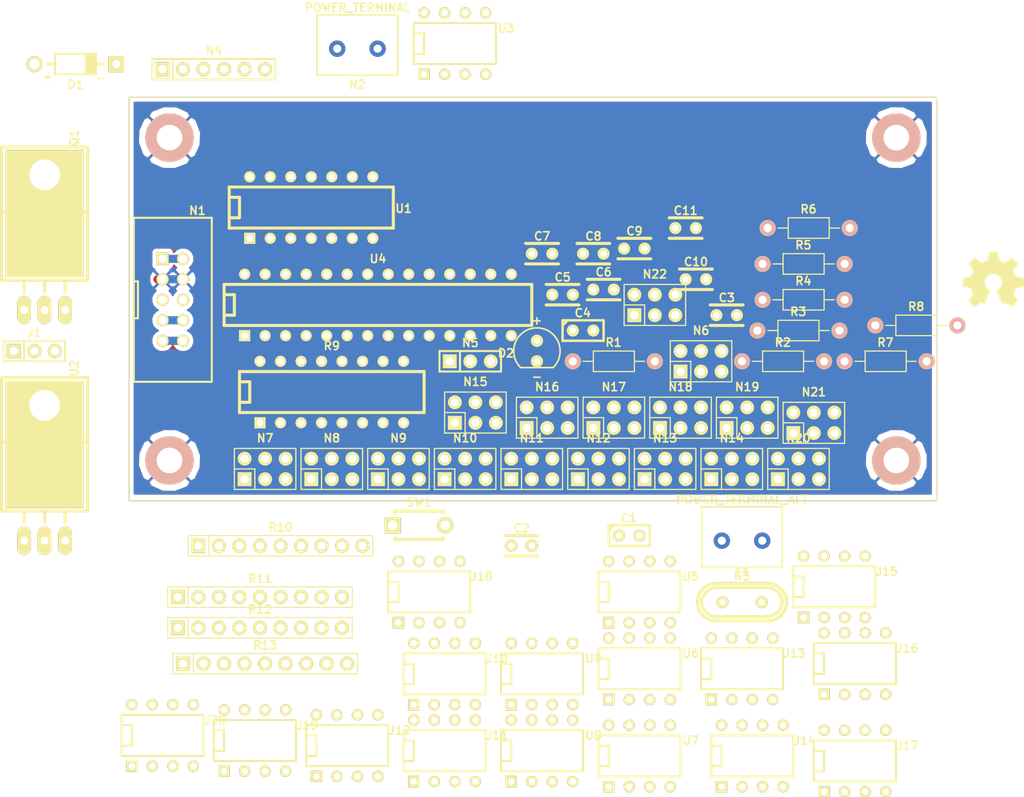
<source format=kicad_pcb>
(kicad_pcb (version 4) (host pcbnew "(2014-jul-16 BZR unknown)-product")

  (general
    (links 321)
    (no_connects 301)
    (area 99.949999 99.949999 200.050001 150.050001)
    (thickness 1.6)
    (drawings 8)
    (tracks 5)
    (zones 0)
    (modules 77)
    (nets 76)
  )

  (page A4)
  (layers
    (0 F.Cu signal)
    (31 B.Cu signal)
    (32 B.Adhes user)
    (33 F.Adhes user)
    (34 B.Paste user)
    (35 F.Paste user)
    (36 B.SilkS user)
    (37 F.SilkS user)
    (38 B.Mask user)
    (39 F.Mask user)
    (40 Dwgs.User user)
    (41 Cmts.User user)
    (42 Eco1.User user)
    (43 Eco2.User user)
    (44 Edge.Cuts user)
  )

  (setup
    (last_trace_width 0.2032)
    (user_trace_width 0.2032)
    (user_trace_width 1.016)
    (trace_clearance 0.2032)
    (zone_clearance 0.508)
    (zone_45_only no)
    (trace_min 0.2032)
    (segment_width 0.2032)
    (edge_width 0.1)
    (via_size 0.889)
    (via_drill 0.635)
    (via_min_size 0.889)
    (via_min_drill 0.508)
    (uvia_size 0.508)
    (uvia_drill 0.127)
    (uvias_allowed no)
    (uvia_min_size 0.508)
    (uvia_min_drill 0.127)
    (pcb_text_width 0.3)
    (pcb_text_size 1.5 1.5)
    (mod_edge_width 0.2032)
    (mod_text_size 1 1)
    (mod_text_width 0.15)
    (pad_size 6 6)
    (pad_drill 3.175)
    (pad_to_mask_clearance 0)
    (aux_axis_origin 0 0)
    (grid_origin 111.76 136.525)
    (visible_elements 7FFEFFFF)
    (pcbplotparams
      (layerselection 0x010f0_80000001)
      (usegerberextensions true)
      (excludeedgelayer true)
      (linewidth 0.100000)
      (plotframeref false)
      (viasonmask false)
      (mode 1)
      (useauxorigin false)
      (hpglpennumber 1)
      (hpglpenspeed 20)
      (hpglpendiameter 15)
      (hpglpenoverlay 2)
      (psnegative false)
      (psa4output false)
      (plotreference true)
      (plotvalue true)
      (plotinvisibletext false)
      (padsonsilk false)
      (subtractmaskfromsilk false)
      (outputformat 1)
      (mirror false)
      (drillshape 0)
      (scaleselection 1)
      (outputdirectory ""))
  )

  (net 0 "")
  (net 1 GND)
  (net 2 "Net-(C1-Pad1)")
  (net 3 "Net-(C2-Pad1)")
  (net 4 /Processor/BGND)
  (net 5 +5V)
  (net 6 "Net-(C3-Pad2)")
  (net 7 "Net-(C5-Pad1)")
  (net 8 "Net-(C9-Pad1)")
  (net 9 "Net-(C11-Pad1)")
  (net 10 /Processor/~RESET)
  (net 11 "Net-(D2-Pad+)")
  (net 12 "Net-(J1-Pad1)")
  (net 13 "Net-(J1-Pad2)")
  (net 14 "Net-(N1-Pad6)")
  (net 15 /Processor/BPWR)
  (net 16 "Net-(N4-Pad4)")
  (net 17 "Net-(N4-Pad5)")
  (net 18 "Net-(N4-Pad6)")
  (net 19 /Processor/B5V)
  (net 20 /Processor/D12)
  (net 21 /Processor/D13)
  (net 22 /Processor/D11)
  (net 23 /Servos_8:15/SERVO14)
  (net 24 /Servos_8:15/SERVO15)
  (net 25 /Servos_8:15/SERVO12)
  (net 26 /Servos_8:15/SERVO13)
  (net 27 /Servos_8:15/SERVO10)
  (net 28 /Servos_8:15/SERVO11)
  (net 29 /Servos_8:15/SERVO8)
  (net 30 /Servos_8:15/SERVO9)
  (net 31 /Servos_0:7/SERVO6)
  (net 32 /Servos_0:7/SERVO7)
  (net 33 /Servos_0:7/SERVO4)
  (net 34 /Servos_0:7/SERVO5)
  (net 35 /Servos_0:7/SERVO2)
  (net 36 /Servos_0:7/SERVO3)
  (net 37 /Servos_0:7/SERVO0)
  (net 38 /Servos_0:7/SERVO1)
  (net 39 /Servos_16:23/SERVO22)
  (net 40 /Servos_16:23/SERVO23)
  (net 41 /Servos_16:23/SERVO20)
  (net 42 /Servos_16:23/SERVO21)
  (net 43 /Servos_16:23/SERVO18)
  (net 44 /Servos_16:23/SERVO19)
  (net 45 /Servos_16:23/SERVO16)
  (net 46 /Servos_16:23/SERVO17)
  (net 47 /Servos_23:32/SERVO30)
  (net 48 /Servos_23:32/SERVO31)
  (net 49 /Servos_23:32/SERVO28)
  (net 50 /Servos_23:32/SERVO29)
  (net 51 /Servos_23:32/SERVO26)
  (net 52 /Servos_23:32/SERVO27)
  (net 53 /Servos_23:32/SERVO24)
  (net 54 /Servos_23:32/SERVO25)
  (net 55 /Processor/TXD)
  (net 56 "Net-(R7-Pad1)")
  (net 57 /Processor/D10)
  (net 58 /Processor/D9)
  (net 59 /Processor/D6)
  (net 60 /Processor/D5)
  (net 61 /Processor/PULSE0)
  (net 62 /Processor/PULSE1)
  (net 63 /Processor/PULSE2)
  (net 64 /Processor/PULSE3)
  (net 65 "Net-(U1-Pad3)")
  (net 66 /Processor/RXD)
  (net 67 /Processor/A4)
  (net 68 /Processor/~SELECT0)
  (net 69 /Processor/~SELECT1)
  (net 70 /Processor/~SELECT2)
  (net 71 /Processor/~SELECT3)
  (net 72 /Processor/~SELECT4)
  (net 73 /Processor/~SELECT5)
  (net 74 /Processor/~SELECT6)
  (net 75 /Processor/~SELECT7)

  (net_class Default "This is the default net class."
    (clearance 0.2032)
    (trace_width 0.2032)
    (via_dia 0.889)
    (via_drill 0.635)
    (uvia_dia 0.508)
    (uvia_drill 0.127)
    (add_net +5V)
    (add_net /Processor/A4)
    (add_net /Processor/B5V)
    (add_net /Processor/BGND)
    (add_net /Processor/BPWR)
    (add_net /Processor/D10)
    (add_net /Processor/D11)
    (add_net /Processor/D12)
    (add_net /Processor/D13)
    (add_net /Processor/D5)
    (add_net /Processor/D6)
    (add_net /Processor/D9)
    (add_net /Processor/PULSE0)
    (add_net /Processor/PULSE1)
    (add_net /Processor/PULSE2)
    (add_net /Processor/PULSE3)
    (add_net /Processor/RXD)
    (add_net /Processor/TXD)
    (add_net /Processor/~RESET)
    (add_net /Processor/~SELECT0)
    (add_net /Processor/~SELECT1)
    (add_net /Processor/~SELECT2)
    (add_net /Processor/~SELECT3)
    (add_net /Processor/~SELECT4)
    (add_net /Processor/~SELECT5)
    (add_net /Processor/~SELECT6)
    (add_net /Processor/~SELECT7)
    (add_net /Servos_0:7/SERVO0)
    (add_net /Servos_0:7/SERVO1)
    (add_net /Servos_0:7/SERVO2)
    (add_net /Servos_0:7/SERVO3)
    (add_net /Servos_0:7/SERVO4)
    (add_net /Servos_0:7/SERVO5)
    (add_net /Servos_0:7/SERVO6)
    (add_net /Servos_0:7/SERVO7)
    (add_net /Servos_16:23/SERVO16)
    (add_net /Servos_16:23/SERVO17)
    (add_net /Servos_16:23/SERVO18)
    (add_net /Servos_16:23/SERVO19)
    (add_net /Servos_16:23/SERVO20)
    (add_net /Servos_16:23/SERVO21)
    (add_net /Servos_16:23/SERVO22)
    (add_net /Servos_16:23/SERVO23)
    (add_net /Servos_23:32/SERVO24)
    (add_net /Servos_23:32/SERVO25)
    (add_net /Servos_23:32/SERVO26)
    (add_net /Servos_23:32/SERVO27)
    (add_net /Servos_23:32/SERVO28)
    (add_net /Servos_23:32/SERVO29)
    (add_net /Servos_23:32/SERVO30)
    (add_net /Servos_23:32/SERVO31)
    (add_net /Servos_8:15/SERVO10)
    (add_net /Servos_8:15/SERVO11)
    (add_net /Servos_8:15/SERVO12)
    (add_net /Servos_8:15/SERVO13)
    (add_net /Servos_8:15/SERVO14)
    (add_net /Servos_8:15/SERVO15)
    (add_net /Servos_8:15/SERVO8)
    (add_net /Servos_8:15/SERVO9)
    (add_net "Net-(C1-Pad1)")
    (add_net "Net-(C11-Pad1)")
    (add_net "Net-(C2-Pad1)")
    (add_net "Net-(C3-Pad2)")
    (add_net "Net-(C5-Pad1)")
    (add_net "Net-(C9-Pad1)")
    (add_net "Net-(D2-Pad+)")
    (add_net "Net-(J1-Pad1)")
    (add_net "Net-(J1-Pad2)")
    (add_net "Net-(N1-Pad6)")
    (add_net "Net-(N4-Pad4)")
    (add_net "Net-(N4-Pad5)")
    (add_net "Net-(N4-Pad6)")
    (add_net "Net-(R7-Pad1)")
    (add_net "Net-(U1-Pad3)")
  )

  (net_class Power ""
    (clearance 0.254)
    (trace_width 1.016)
    (via_dia 0.889)
    (via_drill 0.635)
    (uvia_dia 0.508)
    (uvia_drill 0.127)
    (add_net GND)
  )

  (module Bus_Bridge_Encoders_Sonar:Pin_Header_Straight_2x05_Shrouded (layer F.Cu) (tedit 544066BC) (tstamp 542EB5C5)
    (at 105.41 125.095 270)
    (descr "Male 2x5 Header 2.54mm pitch")
    (tags CONN)
    (path /543A0162/5441F7E0)
    (fp_text reference N1 (at -11.049 -3.048 360) (layer F.SilkS)
      (effects (font (size 1.016 1.016) (thickness 0.2032)))
    )
    (fp_text value BUS_SLAVE_HEADER (at 0 6.5 270) (layer F.SilkS) hide
      (effects (font (size 1.016 1.016) (thickness 0.2032)))
    )
    (fp_line (start 2.286 4.826) (end 2.286 4.318) (layer F.SilkS) (width 0.254))
    (fp_line (start 2.286 4.318) (end -2.286 4.318) (layer F.SilkS) (width 0.254))
    (fp_line (start -2.286 4.318) (end -2.286 4.826) (layer F.SilkS) (width 0.254))
    (fp_line (start -10.16 -4.826) (end 10.16 -4.826) (layer F.SilkS) (width 0.254))
    (fp_line (start 10.16 -4.826) (end 10.16 4.826) (layer F.SilkS) (width 0.254))
    (fp_line (start 10.16 4.826) (end -10.16 4.826) (layer F.SilkS) (width 0.254))
    (fp_line (start -10.16 4.826) (end -10.16 -4.826) (layer F.SilkS) (width 0.254))
    (pad 1 thru_hole rect (at -5.08 1.27 270) (size 1.524 1.524) (drill 1.016) (layers *.Cu *.Mask F.SilkS)
      (net 2 "Net-(C1-Pad1)"))
    (pad 2 thru_hole circle (at -5.08 -1.27 270) (size 1.524 1.524) (drill 1.016) (layers *.Cu *.Mask F.SilkS)
      (net 2 "Net-(C1-Pad1)"))
    (pad 3 thru_hole circle (at -2.54 1.27 270) (size 1.524 1.524) (drill 1.016) (layers *.Cu *.Mask F.SilkS)
      (net 1 GND))
    (pad 4 thru_hole circle (at -2.54 -1.27 270) (size 1.524 1.524) (drill 1.016) (layers *.Cu *.Mask F.SilkS)
      (net 1 GND))
    (pad 5 thru_hole circle (at 0 1.27 270) (size 1.524 1.524) (drill 1.016) (layers *.Cu *.Mask F.SilkS)
      (net 12 "Net-(J1-Pad1)"))
    (pad 6 thru_hole circle (at 0 -1.27 270) (size 1.524 1.524) (drill 1.016) (layers *.Cu *.Mask F.SilkS)
      (net 14 "Net-(N1-Pad6)"))
    (pad 7 thru_hole circle (at 2.54 1.27 270) (size 1.524 1.524) (drill 1.016) (layers *.Cu *.Mask F.SilkS))
    (pad 8 thru_hole circle (at 2.54 -1.27 270) (size 1.524 1.524) (drill 1.016) (layers *.Cu *.Mask F.SilkS))
    (pad 9 thru_hole circle (at 5.08 1.27 270) (size 1.524 1.524) (drill 1.016) (layers *.Cu *.Mask F.SilkS))
    (pad 10 thru_hole circle (at 5.08 -1.27 270) (size 1.524 1.524) (drill 1.016) (layers *.Cu *.Mask F.SilkS))
    (model pin_array/pins_array_5x2.wrl
      (at (xyz 0 0 0))
      (scale (xyz 1 1 1))
      (rotate (xyz 0 0 0))
    )
  )

  (module Bus_Bridge_Encoders_Sonar:MountingHole_3mm (layer F.Cu) (tedit 53BE1ECA) (tstamp 542EB597)
    (at 105 105)
    (descr "Mounting hole, Befestigungsbohrung, 3mm, No Annular, Kein Restring,")
    (tags "Mounting hole, Befestigungsbohrung, 3mm, No Annular, Kein Restring,")
    (path /543A0162/543A12DF)
    (fp_text reference H1 (at 0 0) (layer F.SilkS)
      (effects (font (size 1.016 1.016) (thickness 0.2032)))
    )
    (fp_text value 3MM_HOLE (at 0 -4.191) (layer F.SilkS) hide
      (effects (font (size 1.016 1.016) (thickness 0.2032)))
    )
    (fp_circle (center 0 0) (end 3 0) (layer Cmts.User) (width 0.381))
    (pad 1 thru_hole circle (at 0 0) (size 6 6) (drill 3.175) (layers *.Cu *.SilkS *.Mask)
      (net 1 GND))
  )

  (module Bus_Bridge_Encoders_Sonar:MountingHole_3mm (layer F.Cu) (tedit 53BE1ECA) (tstamp 542EB59C)
    (at 195 105)
    (descr "Mounting hole, Befestigungsbohrung, 3mm, No Annular, Kein Restring,")
    (tags "Mounting hole, Befestigungsbohrung, 3mm, No Annular, Kein Restring,")
    (path /543A0162/543A1418)
    (fp_text reference H2 (at 0 0) (layer F.SilkS)
      (effects (font (size 1.016 1.016) (thickness 0.2032)))
    )
    (fp_text value 3MM_HOLE (at 0 -4.191) (layer F.SilkS) hide
      (effects (font (size 1.016 1.016) (thickness 0.2032)))
    )
    (fp_circle (center 0 0) (end 3 0) (layer Cmts.User) (width 0.381))
    (pad 1 thru_hole circle (at 0 0) (size 6 6) (drill 3.175) (layers *.Cu *.SilkS *.Mask)
      (net 1 GND))
  )

  (module Bus_Bridge_Encoders_Sonar:MountingHole_3mm (layer F.Cu) (tedit 53BE1ECA) (tstamp 542EB5A1)
    (at 105 145)
    (descr "Mounting hole, Befestigungsbohrung, 3mm, No Annular, Kein Restring,")
    (tags "Mounting hole, Befestigungsbohrung, 3mm, No Annular, Kein Restring,")
    (path /543A0162/543A141F)
    (fp_text reference H3 (at 0 0) (layer F.SilkS)
      (effects (font (size 1.016 1.016) (thickness 0.2032)))
    )
    (fp_text value 3MM_HOLE (at 0 -4.191) (layer F.SilkS) hide
      (effects (font (size 1.016 1.016) (thickness 0.2032)))
    )
    (fp_circle (center 0 0) (end 3 0) (layer Cmts.User) (width 0.381))
    (pad 1 thru_hole circle (at 0 0) (size 6 6) (drill 3.175) (layers *.Cu *.SilkS *.Mask)
      (net 1 GND))
  )

  (module Bus_Bridge_Encoders_Sonar:MountingHole_3mm (layer F.Cu) (tedit 53BE1ECA) (tstamp 542EB5A6)
    (at 195 145)
    (descr "Mounting hole, Befestigungsbohrung, 3mm, No Annular, Kein Restring,")
    (tags "Mounting hole, Befestigungsbohrung, 3mm, No Annular, Kein Restring,")
    (path /543A0162/543A1426)
    (fp_text reference H4 (at 0 0) (layer F.SilkS)
      (effects (font (size 1.016 1.016) (thickness 0.2032)))
    )
    (fp_text value 3MM_HOLE (at 0 -4.191) (layer F.SilkS) hide
      (effects (font (size 1.016 1.016) (thickness 0.2032)))
    )
    (fp_circle (center 0 0) (end 3 0) (layer Cmts.User) (width 0.381))
    (pad 1 thru_hole circle (at 0 0) (size 6 6) (drill 3.175) (layers *.Cu *.SilkS *.Mask)
      (net 1 GND))
  )

  (module Bus_Servo32:Capacitor3MMDiscRM2.5 (layer F.Cu) (tedit 53B22814) (tstamp 5442B1A6)
    (at 161.925 154.305)
    (descr Capacitor3MMDiscRM2.5)
    (tags C)
    (path /543A0162/543A13A9)
    (fp_text reference C1 (at -0.04 -2.17) (layer F.SilkS)
      (effects (font (size 1.016 1.016) (thickness 0.2032)))
    )
    (fp_text value 22uF (at 0 2.18) (layer F.SilkS) hide
      (effects (font (size 1.016 1.016) (thickness 0.2032)))
    )
    (fp_line (start -2.4892 -1.27) (end 2.54 -1.27) (layer F.SilkS) (width 0.3048))
    (fp_line (start 2.54 -1.27) (end 2.54 1.27) (layer F.SilkS) (width 0.3048))
    (fp_line (start 2.54 1.27) (end -2.54 1.27) (layer F.SilkS) (width 0.3048))
    (fp_line (start -2.54 1.27) (end -2.54 -1.27) (layer F.SilkS) (width 0.3048))
    (fp_line (start -2.54 -0.635) (end -1.905 -1.27) (layer F.SilkS) (width 0.3048))
    (pad 1 thru_hole circle (at -1.27 0) (size 1.50114 1.50114) (drill 0.8001) (layers *.Cu *.Mask F.SilkS)
      (net 2 "Net-(C1-Pad1)"))
    (pad 2 thru_hole circle (at 1.27 0) (size 1.50114 1.50114) (drill 0.8001) (layers *.Cu *.Mask F.SilkS)
      (net 1 GND))
    (model discret/Capacitor/Capacitor3MMDiscRM2.5.wrl
      (at (xyz 0 0 0))
      (scale (xyz 1 1 1))
      (rotate (xyz 0 0 0))
    )
  )

  (module Bus_Servo32:Capacitor4x3RM2-5_RevB (layer F.Cu) (tedit 53B4EAC2) (tstamp 5442B1AC)
    (at 148.59 155.575)
    (descr "Capacitor 4mm x 2,5mm RM 2,5mm")
    (tags "Capacitor Kondensator")
    (path /543A0162/5442B802)
    (fp_text reference C2 (at 0.01 -2.16 180) (layer F.SilkS)
      (effects (font (size 1.016 1.016) (thickness 0.2032)))
    )
    (fp_text value 1000uF (at 0.02 2.27) (layer F.SilkS) hide
      (effects (font (size 1.016 1.016) (thickness 0.2032)))
    )
    (fp_line (start 2.032 -1.27) (end -2.032 -1.27) (layer F.SilkS) (width 0.381))
    (fp_line (start -2.032 1.27) (end 2.032 1.27) (layer F.SilkS) (width 0.381))
    (pad 1 thru_hole circle (at -1.27 0) (size 1.50114 1.50114) (drill 0.8001) (layers *.Cu *.Mask F.SilkS)
      (net 3 "Net-(C2-Pad1)"))
    (pad 2 thru_hole circle (at 1.27 0) (size 1.50114 1.50114) (drill 0.8001) (layers *.Cu *.Mask F.SilkS)
      (net 4 /Processor/BGND))
  )

  (module Bus_Servo32:Capacitor4x3RM2-5_RevB (layer F.Cu) (tedit 53B4EAC2) (tstamp 5442B1B2)
    (at 173.99 127)
    (descr "Capacitor 4mm x 2,5mm RM 2,5mm")
    (tags "Capacitor Kondensator")
    (path /543A0162/543A13B7)
    (fp_text reference C3 (at 0.01 -2.16 180) (layer F.SilkS)
      (effects (font (size 1.016 1.016) (thickness 0.2032)))
    )
    (fp_text value .1uF (at 0.02 2.27) (layer F.SilkS) hide
      (effects (font (size 1.016 1.016) (thickness 0.2032)))
    )
    (fp_line (start 2.032 -1.27) (end -2.032 -1.27) (layer F.SilkS) (width 0.381))
    (fp_line (start -2.032 1.27) (end 2.032 1.27) (layer F.SilkS) (width 0.381))
    (pad 1 thru_hole circle (at -1.27 0) (size 1.50114 1.50114) (drill 0.8001) (layers *.Cu *.Mask F.SilkS)
      (net 5 +5V))
    (pad 2 thru_hole circle (at 1.27 0) (size 1.50114 1.50114) (drill 0.8001) (layers *.Cu *.Mask F.SilkS)
      (net 6 "Net-(C3-Pad2)"))
  )

  (module Bus_Servo32:Capacitor3MMDiscRM2.5 (layer F.Cu) (tedit 53B22814) (tstamp 5442B1B8)
    (at 156.21 128.905)
    (descr Capacitor3MMDiscRM2.5)
    (tags C)
    (path /543A0162/543A13BE)
    (fp_text reference C4 (at -0.04 -2.17) (layer F.SilkS)
      (effects (font (size 1.016 1.016) (thickness 0.2032)))
    )
    (fp_text value 22uF (at 0 2.18) (layer F.SilkS) hide
      (effects (font (size 1.016 1.016) (thickness 0.2032)))
    )
    (fp_line (start -2.4892 -1.27) (end 2.54 -1.27) (layer F.SilkS) (width 0.3048))
    (fp_line (start 2.54 -1.27) (end 2.54 1.27) (layer F.SilkS) (width 0.3048))
    (fp_line (start 2.54 1.27) (end -2.54 1.27) (layer F.SilkS) (width 0.3048))
    (fp_line (start -2.54 1.27) (end -2.54 -1.27) (layer F.SilkS) (width 0.3048))
    (fp_line (start -2.54 -0.635) (end -1.905 -1.27) (layer F.SilkS) (width 0.3048))
    (pad 1 thru_hole circle (at -1.27 0) (size 1.50114 1.50114) (drill 0.8001) (layers *.Cu *.Mask F.SilkS)
      (net 5 +5V))
    (pad 2 thru_hole circle (at 1.27 0) (size 1.50114 1.50114) (drill 0.8001) (layers *.Cu *.Mask F.SilkS)
      (net 1 GND))
    (model discret/Capacitor/Capacitor3MMDiscRM2.5.wrl
      (at (xyz 0 0 0))
      (scale (xyz 1 1 1))
      (rotate (xyz 0 0 0))
    )
  )

  (module Bus_Servo32:Capacitor4x3RM2-5_RevB (layer F.Cu) (tedit 53B4EAC2) (tstamp 5442B1BE)
    (at 153.67 124.46)
    (descr "Capacitor 4mm x 2,5mm RM 2,5mm")
    (tags "Capacitor Kondensator")
    (path /543A0162/543A13CC)
    (fp_text reference C5 (at 0.01 -2.16 180) (layer F.SilkS)
      (effects (font (size 1.016 1.016) (thickness 0.2032)))
    )
    (fp_text value 18pF (at 0.02 2.27) (layer F.SilkS) hide
      (effects (font (size 1.016 1.016) (thickness 0.2032)))
    )
    (fp_line (start 2.032 -1.27) (end -2.032 -1.27) (layer F.SilkS) (width 0.381))
    (fp_line (start -2.032 1.27) (end 2.032 1.27) (layer F.SilkS) (width 0.381))
    (pad 1 thru_hole circle (at -1.27 0) (size 1.50114 1.50114) (drill 0.8001) (layers *.Cu *.Mask F.SilkS)
      (net 7 "Net-(C5-Pad1)"))
    (pad 2 thru_hole circle (at 1.27 0) (size 1.50114 1.50114) (drill 0.8001) (layers *.Cu *.Mask F.SilkS)
      (net 1 GND))
  )

  (module Bus_Servo32:Capacitor4x3RM2-5_RevB (layer F.Cu) (tedit 53B4EAC2) (tstamp 5442B1C4)
    (at 158.75 123.825)
    (descr "Capacitor 4mm x 2,5mm RM 2,5mm")
    (tags "Capacitor Kondensator")
    (path /543A0162/543A1499)
    (fp_text reference C6 (at 0.01 -2.16 180) (layer F.SilkS)
      (effects (font (size 1.016 1.016) (thickness 0.2032)))
    )
    (fp_text value .1uF (at 0.02 2.27) (layer F.SilkS) hide
      (effects (font (size 1.016 1.016) (thickness 0.2032)))
    )
    (fp_line (start 2.032 -1.27) (end -2.032 -1.27) (layer F.SilkS) (width 0.381))
    (fp_line (start -2.032 1.27) (end 2.032 1.27) (layer F.SilkS) (width 0.381))
    (pad 1 thru_hole circle (at -1.27 0) (size 1.50114 1.50114) (drill 0.8001) (layers *.Cu *.Mask F.SilkS)
      (net 5 +5V))
    (pad 2 thru_hole circle (at 1.27 0) (size 1.50114 1.50114) (drill 0.8001) (layers *.Cu *.Mask F.SilkS)
      (net 1 GND))
  )

  (module Bus_Servo32:Capacitor4x3RM2-5_RevB (layer F.Cu) (tedit 53B4EAC2) (tstamp 5442B1CA)
    (at 151.13 119.38)
    (descr "Capacitor 4mm x 2,5mm RM 2,5mm")
    (tags "Capacitor Kondensator")
    (path /543A0162/543A14A0)
    (fp_text reference C7 (at 0.01 -2.16 180) (layer F.SilkS)
      (effects (font (size 1.016 1.016) (thickness 0.2032)))
    )
    (fp_text value .1uF (at 0.02 2.27) (layer F.SilkS) hide
      (effects (font (size 1.016 1.016) (thickness 0.2032)))
    )
    (fp_line (start 2.032 -1.27) (end -2.032 -1.27) (layer F.SilkS) (width 0.381))
    (fp_line (start -2.032 1.27) (end 2.032 1.27) (layer F.SilkS) (width 0.381))
    (pad 1 thru_hole circle (at -1.27 0) (size 1.50114 1.50114) (drill 0.8001) (layers *.Cu *.Mask F.SilkS)
      (net 5 +5V))
    (pad 2 thru_hole circle (at 1.27 0) (size 1.50114 1.50114) (drill 0.8001) (layers *.Cu *.Mask F.SilkS)
      (net 1 GND))
  )

  (module Bus_Servo32:Capacitor4x3RM2-5_RevB (layer F.Cu) (tedit 53B4EAC2) (tstamp 5442B1D0)
    (at 157.48 119.38)
    (descr "Capacitor 4mm x 2,5mm RM 2,5mm")
    (tags "Capacitor Kondensator")
    (path /543A0162/543A14A7)
    (fp_text reference C8 (at 0.01 -2.16 180) (layer F.SilkS)
      (effects (font (size 1.016 1.016) (thickness 0.2032)))
    )
    (fp_text value .1uF (at 0.02 2.27) (layer F.SilkS) hide
      (effects (font (size 1.016 1.016) (thickness 0.2032)))
    )
    (fp_line (start 2.032 -1.27) (end -2.032 -1.27) (layer F.SilkS) (width 0.381))
    (fp_line (start -2.032 1.27) (end 2.032 1.27) (layer F.SilkS) (width 0.381))
    (pad 1 thru_hole circle (at -1.27 0) (size 1.50114 1.50114) (drill 0.8001) (layers *.Cu *.Mask F.SilkS)
      (net 5 +5V))
    (pad 2 thru_hole circle (at 1.27 0) (size 1.50114 1.50114) (drill 0.8001) (layers *.Cu *.Mask F.SilkS)
      (net 1 GND))
  )

  (module Bus_Servo32:Capacitor4x3RM2-5_RevB (layer F.Cu) (tedit 53B4EAC2) (tstamp 5442B1D6)
    (at 162.56 118.745)
    (descr "Capacitor 4mm x 2,5mm RM 2,5mm")
    (tags "Capacitor Kondensator")
    (path /543A0162/543A13D3)
    (fp_text reference C9 (at 0.01 -2.16 180) (layer F.SilkS)
      (effects (font (size 1.016 1.016) (thickness 0.2032)))
    )
    (fp_text value 18pF (at 0.02 2.27) (layer F.SilkS) hide
      (effects (font (size 1.016 1.016) (thickness 0.2032)))
    )
    (fp_line (start 2.032 -1.27) (end -2.032 -1.27) (layer F.SilkS) (width 0.381))
    (fp_line (start -2.032 1.27) (end 2.032 1.27) (layer F.SilkS) (width 0.381))
    (pad 1 thru_hole circle (at -1.27 0) (size 1.50114 1.50114) (drill 0.8001) (layers *.Cu *.Mask F.SilkS)
      (net 8 "Net-(C9-Pad1)"))
    (pad 2 thru_hole circle (at 1.27 0) (size 1.50114 1.50114) (drill 0.8001) (layers *.Cu *.Mask F.SilkS)
      (net 1 GND))
  )

  (module Bus_Servo32:Capacitor4x3RM2-5_RevB (layer F.Cu) (tedit 53B4EAC2) (tstamp 5442B1DC)
    (at 170.18 122.555)
    (descr "Capacitor 4mm x 2,5mm RM 2,5mm")
    (tags "Capacitor Kondensator")
    (path /543A0162/543F4E32)
    (fp_text reference C10 (at 0.01 -2.16 180) (layer F.SilkS)
      (effects (font (size 1.016 1.016) (thickness 0.2032)))
    )
    (fp_text value .1uF (at 0.02 2.27) (layer F.SilkS) hide
      (effects (font (size 1.016 1.016) (thickness 0.2032)))
    )
    (fp_line (start 2.032 -1.27) (end -2.032 -1.27) (layer F.SilkS) (width 0.381))
    (fp_line (start -2.032 1.27) (end 2.032 1.27) (layer F.SilkS) (width 0.381))
    (pad 1 thru_hole circle (at -1.27 0) (size 1.50114 1.50114) (drill 0.8001) (layers *.Cu *.Mask F.SilkS)
      (net 5 +5V))
    (pad 2 thru_hole circle (at 1.27 0) (size 1.50114 1.50114) (drill 0.8001) (layers *.Cu *.Mask F.SilkS)
      (net 1 GND))
  )

  (module Bus_Servo32:Capacitor4x3RM2-5_RevB (layer F.Cu) (tedit 53B4EAC2) (tstamp 5442B1E2)
    (at 168.91 116.205)
    (descr "Capacitor 4mm x 2,5mm RM 2,5mm")
    (tags "Capacitor Kondensator")
    (path /543A0162/543A1403)
    (fp_text reference C11 (at 0.01 -2.16 180) (layer F.SilkS)
      (effects (font (size 1.016 1.016) (thickness 0.2032)))
    )
    (fp_text value .1uF (at 0.02 2.27) (layer F.SilkS) hide
      (effects (font (size 1.016 1.016) (thickness 0.2032)))
    )
    (fp_line (start 2.032 -1.27) (end -2.032 -1.27) (layer F.SilkS) (width 0.381))
    (fp_line (start -2.032 1.27) (end 2.032 1.27) (layer F.SilkS) (width 0.381))
    (pad 1 thru_hole circle (at -1.27 0) (size 1.50114 1.50114) (drill 0.8001) (layers *.Cu *.Mask F.SilkS)
      (net 9 "Net-(C11-Pad1)"))
    (pad 2 thru_hole circle (at 1.27 0) (size 1.50114 1.50114) (drill 0.8001) (layers *.Cu *.Mask F.SilkS)
      (net 10 /Processor/~RESET))
  )

  (module Bus_Servo32:Diode_DO-41_SOD81_Horizontal_RM10 (layer F.Cu) (tedit 5442AFB8) (tstamp 5442B1E8)
    (at 93.345 95.885)
    (descr "Schottky Diode, DO-41, SOD81, Horizontal, RM 10mm,")
    (tags "Diode, DO-41, SOD81, Horizontal, RM 10mm, 1N4007, SB140,")
    (path /543A0162/543A1385)
    (fp_text reference D1 (at 0 2.54) (layer F.SilkS)
      (effects (font (size 1.016 1.016) (thickness 0.2032)))
    )
    (fp_text value SD101C-TR (at 0 -2.73) (layer F.SilkS) hide
      (effects (font (size 1.016 1.016) (thickness 0.2032)))
    )
    (fp_text user - (at 3.14 1.71) (layer F.SilkS)
      (effects (font (size 1.016 1.016) (thickness 0.2032)))
    )
    (fp_text user + (at -3.42 1.56) (layer F.SilkS)
      (effects (font (size 1.016 1.016) (thickness 0.2032)))
    )
    (fp_line (start -2.54 0) (end -3.556 0) (layer F.SilkS) (width 0.381))
    (fp_line (start 2.286 0) (end 3.556 0) (layer F.SilkS) (width 0.381))
    (fp_line (start 2.032 -1.27) (end 2.032 1.27) (layer F.SilkS) (width 0.254))
    (fp_line (start 1.778 -1.27) (end 1.778 1.27) (layer F.SilkS) (width 0.254))
    (fp_line (start 1.524 -1.27) (end 1.524 1.27) (layer F.SilkS) (width 0.254))
    (fp_line (start 2.286 -1.27) (end 2.286 1.27) (layer F.SilkS) (width 0.254))
    (fp_line (start 1.27 -1.27) (end 2.54 1.27) (layer F.SilkS) (width 0.254))
    (fp_line (start 2.54 -1.27) (end 1.27 1.27) (layer F.SilkS) (width 0.254))
    (fp_line (start 1.27 -1.27) (end 1.27 1.27) (layer F.SilkS) (width 0.254))
    (fp_line (start 1.905 -1.27) (end 1.905 1.27) (layer F.SilkS) (width 0.254))
    (fp_line (start 2.54 1.27) (end 2.54 -1.27) (layer F.SilkS) (width 0.254))
    (fp_line (start 2.54 -1.27) (end -2.54 -1.27) (layer F.SilkS) (width 0.254))
    (fp_line (start -2.54 -1.27) (end -2.54 1.27) (layer F.SilkS) (width 0.254))
    (fp_line (start -2.54 1.27) (end 2.54 1.27) (layer F.SilkS) (width 0.254))
    (pad + thru_hole circle (at -5.08 0) (size 1.99898 1.99898) (drill 1.27) (layers *.Cu *.Mask F.SilkS)
      (net 10 /Processor/~RESET))
    (pad - thru_hole rect (at 5.08 0) (size 1.99898 1.99898) (drill 1.00076) (layers *.Cu *.Mask F.SilkS)
      (net 5 +5V))
  )

  (module Bus_Servo32:T1_LED (layer F.Cu) (tedit 542F29D1) (tstamp 5442B1EE)
    (at 150.495 131.445)
    (path /543A0162/543A1740)
    (autoplace_cost180 2)
    (fp_text reference D2 (at -3.8354 0.2667) (layer F.SilkS)
      (effects (font (size 1.016 1.016) (thickness 0.2032)))
    )
    (fp_text value LED (at 4.2418 0) (layer F.SilkS) hide
      (effects (font (size 1.016 1.016) (thickness 0.2032)))
    )
    (fp_line (start -2.02946 2.04978) (end 1.98882 2.04978) (layer F.SilkS) (width 0.2032))
    (fp_arc (start 0 0) (end -2.02946 2.032) (angle 270) (layer F.SilkS) (width 0.2032))
    (fp_text user - (at 0 3.175) (layer F.SilkS)
      (effects (font (size 1.016 1.016) (thickness 0.2032)))
    )
    (fp_text user + (at 0 -3.81) (layer F.SilkS)
      (effects (font (size 1.016 1.016) (thickness 0.2032)))
    )
    (pad + thru_hole circle (at 0 -1.27) (size 1.524 1.524) (drill 0.762) (layers *.Cu *.Mask F.SilkS)
      (net 11 "Net-(D2-Pad+)"))
    (pad - thru_hole circle (at 0 1.27) (size 1.524 1.524) (drill 0.762) (layers *.Cu *.Mask F.SilkS)
      (net 1 GND))
  )

  (module Bus_Servo32:OSHW_LOGO_300mil (layer F.Cu) (tedit 0) (tstamp 5442B1F2)
    (at 207.01 122.555)
    (path /543A0162/543A12F4)
    (fp_text reference G1 (at 0 4.04114) (layer F.SilkS) hide
      (effects (font (size 0.34798 0.34798) (thickness 0.06858)))
    )
    (fp_text value OSHW_LOGO (at 0 -4.04114) (layer F.SilkS) hide
      (effects (font (size 0.34798 0.34798) (thickness 0.06858)))
    )
    (fp_poly (pts (xy -2.30886 3.42138) (xy -2.26822 3.40106) (xy -2.17932 3.34518) (xy -2.05232 3.26136)
      (xy -1.90246 3.15976) (xy -1.7526 3.05816) (xy -1.62814 2.97688) (xy -1.53924 2.921)
      (xy -1.50368 2.90068) (xy -1.4859 2.90576) (xy -1.41224 2.94132) (xy -1.3081 2.99466)
      (xy -1.24968 3.02768) (xy -1.15316 3.06832) (xy -1.1049 3.07594) (xy -1.09728 3.06324)
      (xy -1.06172 2.98958) (xy -1.00838 2.86512) (xy -0.93472 2.70002) (xy -0.85344 2.50698)
      (xy -0.76454 2.2987) (xy -0.67564 2.08534) (xy -0.59182 1.88214) (xy -0.51816 1.69926)
      (xy -0.4572 1.55194) (xy -0.4191 1.45034) (xy -0.40386 1.40462) (xy -0.40894 1.39446)
      (xy -0.4572 1.34874) (xy -0.54102 1.28524) (xy -0.71882 1.14046) (xy -0.89916 0.91694)
      (xy -1.00584 0.66548) (xy -1.0414 0.38608) (xy -1.01092 0.12446) (xy -0.90932 -0.12446)
      (xy -0.7366 -0.34798) (xy -0.52324 -0.51562) (xy -0.27686 -0.6223) (xy 0 -0.65532)
      (xy 0.26416 -0.62484) (xy 0.5207 -0.52578) (xy 0.74422 -0.35306) (xy 0.8382 -0.24384)
      (xy 0.97028 -0.01778) (xy 1.04394 0.22606) (xy 1.0541 0.28956) (xy 1.0414 0.55626)
      (xy 0.96266 0.8128) (xy 0.82042 1.0414) (xy 0.62484 1.22936) (xy 0.60198 1.24714)
      (xy 0.51054 1.31572) (xy 0.44958 1.36144) (xy 0.40132 1.40208) (xy 0.74168 2.2225)
      (xy 0.79756 2.35204) (xy 0.889 2.57556) (xy 0.97282 2.7686) (xy 1.03886 2.92354)
      (xy 1.08204 3.02514) (xy 1.10236 3.06578) (xy 1.1049 3.06832) (xy 1.13538 3.0734)
      (xy 1.19888 3.05308) (xy 1.31318 2.9972) (xy 1.38938 2.95656) (xy 1.47574 2.91592)
      (xy 1.51384 2.90068) (xy 1.54686 2.91846) (xy 1.63068 2.9718) (xy 1.7526 3.05308)
      (xy 1.89992 3.15214) (xy 2.03962 3.24866) (xy 2.16916 3.33248) (xy 2.26314 3.39344)
      (xy 2.30632 3.4163) (xy 2.31394 3.4163) (xy 2.35458 3.39598) (xy 2.42824 3.33248)
      (xy 2.54 3.22834) (xy 2.69748 3.07086) (xy 2.72288 3.048) (xy 2.85242 2.91592)
      (xy 2.9591 2.80416) (xy 3.02768 2.72542) (xy 3.05308 2.68986) (xy 3.05308 2.68986)
      (xy 3.03022 2.64414) (xy 2.9718 2.5527) (xy 2.88544 2.42062) (xy 2.78384 2.26822)
      (xy 2.51206 1.87452) (xy 2.65938 1.50114) (xy 2.7051 1.38938) (xy 2.76352 1.24968)
      (xy 2.8067 1.15062) (xy 2.82956 1.10744) (xy 2.8702 1.09474) (xy 2.9718 1.06934)
      (xy 3.11912 1.03886) (xy 3.29692 1.00584) (xy 3.46456 0.97536) (xy 3.61696 0.94742)
      (xy 3.72618 0.92456) (xy 3.77444 0.9144) (xy 3.78714 0.90678) (xy 3.7973 0.88392)
      (xy 3.80238 0.83312) (xy 3.80746 0.73914) (xy 3.80746 0.59436) (xy 3.80746 0.38608)
      (xy 3.80746 0.36322) (xy 3.80746 0.16256) (xy 3.80238 0.00254) (xy 3.7973 -0.1016)
      (xy 3.78968 -0.14224) (xy 3.78968 -0.14224) (xy 3.74396 -0.15494) (xy 3.63474 -0.1778)
      (xy 3.48488 -0.20828) (xy 3.302 -0.2413) (xy 3.29184 -0.24384) (xy 3.1115 -0.2794)
      (xy 2.96164 -0.30988) (xy 2.85496 -0.33528) (xy 2.80924 -0.34798) (xy 2.80162 -0.36068)
      (xy 2.76352 -0.4318) (xy 2.71272 -0.54356) (xy 2.6543 -0.67818) (xy 2.59588 -0.82042)
      (xy 2.54254 -0.94742) (xy 2.50952 -1.04394) (xy 2.49936 -1.08712) (xy 2.49936 -1.08712)
      (xy 2.5273 -1.1303) (xy 2.58826 -1.22428) (xy 2.67716 -1.35382) (xy 2.7813 -1.50622)
      (xy 2.78892 -1.51892) (xy 2.89306 -1.67132) (xy 2.97688 -1.79832) (xy 3.03276 -1.8923)
      (xy 3.05308 -1.93294) (xy 3.05308 -1.93548) (xy 3.02006 -1.9812) (xy 2.94132 -2.06756)
      (xy 2.82956 -2.1844) (xy 2.69748 -2.31902) (xy 2.6543 -2.35966) (xy 2.50698 -2.50444)
      (xy 2.40284 -2.59842) (xy 2.33934 -2.64922) (xy 2.30886 -2.65938) (xy 2.30886 -2.65938)
      (xy 2.26314 -2.63144) (xy 2.16662 -2.56794) (xy 2.03454 -2.48158) (xy 1.88214 -2.3749)
      (xy 1.86944 -2.36728) (xy 1.71704 -2.26568) (xy 1.59004 -2.17932) (xy 1.50114 -2.11836)
      (xy 1.4605 -2.0955) (xy 1.45542 -2.0955) (xy 1.39192 -2.11328) (xy 1.28524 -2.15138)
      (xy 1.15062 -2.20472) (xy 1.01092 -2.2606) (xy 0.88138 -2.31394) (xy 0.78486 -2.35712)
      (xy 0.74168 -2.38252) (xy 0.73914 -2.38506) (xy 0.7239 -2.44094) (xy 0.6985 -2.55524)
      (xy 0.66548 -2.71018) (xy 0.62992 -2.89814) (xy 0.62484 -2.92862) (xy 0.58928 -3.10896)
      (xy 0.56134 -3.25882) (xy 0.53848 -3.36296) (xy 0.52832 -3.40614) (xy 0.50292 -3.41122)
      (xy 0.41402 -3.41884) (xy 0.2794 -3.42138) (xy 0.1143 -3.42392) (xy -0.05842 -3.42138)
      (xy -0.22606 -3.41884) (xy -0.3683 -3.41376) (xy -0.47244 -3.40614) (xy -0.51562 -3.39852)
      (xy -0.51562 -3.39598) (xy -0.5334 -3.3401) (xy -0.55626 -3.2258) (xy -0.58928 -3.06578)
      (xy -0.62484 -2.88036) (xy -0.63246 -2.84734) (xy -0.66548 -2.667) (xy -0.69596 -2.51714)
      (xy -0.71882 -2.41554) (xy -0.72898 -2.3749) (xy -0.74676 -2.36728) (xy -0.82042 -2.33426)
      (xy -0.94234 -2.28346) (xy -1.0922 -2.2225) (xy -1.44272 -2.0828) (xy -1.86944 -2.3749)
      (xy -1.90754 -2.4003) (xy -2.06248 -2.50698) (xy -2.18948 -2.5908) (xy -2.27584 -2.64668)
      (xy -2.3114 -2.667) (xy -2.31648 -2.667) (xy -2.35966 -2.6289) (xy -2.44348 -2.55016)
      (xy -2.55778 -2.43586) (xy -2.69494 -2.30378) (xy -2.794 -2.20218) (xy -2.91084 -2.0828)
      (xy -2.9845 -2.00152) (xy -3.02514 -1.95072) (xy -3.04038 -1.92024) (xy -3.03784 -1.89738)
      (xy -3.0099 -1.8542) (xy -2.9464 -1.76022) (xy -2.8575 -1.63068) (xy -2.7559 -1.47828)
      (xy -2.66954 -1.35382) (xy -2.57556 -1.20904) (xy -2.5146 -1.10744) (xy -2.49428 -1.05664)
      (xy -2.49936 -1.03632) (xy -2.52984 -0.9525) (xy -2.58064 -0.8255) (xy -2.64414 -0.67564)
      (xy -2.794 -0.33782) (xy -3.01498 -0.29464) (xy -3.1496 -0.26924) (xy -3.33756 -0.23368)
      (xy -3.5179 -0.19812) (xy -3.79984 -0.14224) (xy -3.81 0.889) (xy -3.76428 0.90678)
      (xy -3.72364 0.91948) (xy -3.6195 0.94234) (xy -3.47218 0.97028) (xy -3.29692 1.0033)
      (xy -3.14706 1.03124) (xy -2.9972 1.06172) (xy -2.88798 1.08204) (xy -2.83972 1.0922)
      (xy -2.82702 1.10744) (xy -2.78892 1.1811) (xy -2.73812 1.29794) (xy -2.67716 1.4351)
      (xy -2.6162 1.57988) (xy -2.56286 1.7145) (xy -2.5273 1.8161) (xy -2.51206 1.86944)
      (xy -2.53492 1.90754) (xy -2.5908 1.99644) (xy -2.67462 2.12344) (xy -2.77622 2.27076)
      (xy -2.87782 2.42062) (xy -2.96418 2.55016) (xy -3.02514 2.6416) (xy -3.05054 2.68224)
      (xy -3.03784 2.71272) (xy -2.97688 2.78384) (xy -2.86512 2.90068) (xy -2.69748 3.06832)
      (xy -2.66954 3.09372) (xy -2.53492 3.22326) (xy -2.42316 3.3274) (xy -2.34442 3.39598)
      (xy -2.30886 3.42138)) (layer F.SilkS) (width 0.00254))
  )

  (module Bus_Servo32:Pin_Header_Straight_1x03 (layer F.Cu) (tedit 53B2263B) (tstamp 5442B1F9)
    (at 88.265 131.445)
    (descr "1 pin")
    (tags "CONN DEV")
    (path /543A0162/543A138C)
    (fp_text reference J1 (at 0 -2.286) (layer F.SilkS)
      (effects (font (size 1.016 1.016) (thickness 0.2032)))
    )
    (fp_text value TERMINATE_JUMPER (at 0.03 2.21) (layer F.SilkS) hide
      (effects (font (size 1.016 1.016) (thickness 0.2032)))
    )
    (fp_line (start -1.27 1.27) (end 3.81 1.27) (layer F.SilkS) (width 0.254))
    (fp_line (start 3.81 1.27) (end 3.81 -1.27) (layer F.SilkS) (width 0.254))
    (fp_line (start 3.81 -1.27) (end -1.27 -1.27) (layer F.SilkS) (width 0.254))
    (fp_line (start -3.81 -1.27) (end -1.27 -1.27) (layer F.SilkS) (width 0.254))
    (fp_line (start -1.27 -1.27) (end -1.27 1.27) (layer F.SilkS) (width 0.254))
    (fp_line (start -3.81 -1.27) (end -3.81 1.27) (layer F.SilkS) (width 0.254))
    (fp_line (start -3.81 1.27) (end -1.27 1.27) (layer F.SilkS) (width 0.254))
    (pad 1 thru_hole rect (at -2.54 0) (size 1.7272 1.7272) (drill 1.016) (layers *.Cu *.Mask F.SilkS)
      (net 12 "Net-(J1-Pad1)"))
    (pad 2 thru_hole circle (at 0 0) (size 1.7272 1.7272) (drill 1.016) (layers *.Cu *.Mask F.SilkS)
      (net 13 "Net-(J1-Pad2)"))
    (pad 3 thru_hole circle (at 2.54 0) (size 1.7272 1.7272) (drill 1.016) (layers *.Cu *.Mask F.SilkS))
    (model Pin_Headers/Pin_Header_Straight_1x03.wrl
      (at (xyz 0 0 0))
      (scale (xyz 1 1 1))
      (rotate (xyz 0 0 0))
    )
  )

  (module Bus_Servo32:5MM_TERMINAL_BLOCK_2_POS (layer F.Cu) (tedit 53B6F03D) (tstamp 5442B1FF)
    (at 128.27 93.98)
    (path /543A0162/5442B1FA)
    (fp_text reference N2 (at 0 4.445) (layer F.SilkS)
      (effects (font (size 1.016 1.016) (thickness 0.2032)))
    )
    (fp_text value POWER_TERMINAL (at 0 -5.08) (layer F.SilkS)
      (effects (font (size 1.016 1.016) (thickness 0.2032)))
    )
    (fp_line (start -5 -4.2) (end -5 3.3) (layer F.SilkS) (width 0.2032))
    (fp_line (start -5 3.3) (end 5 3.3) (layer F.SilkS) (width 0.2032))
    (fp_line (start 5 3.3) (end 5 -4.2) (layer F.SilkS) (width 0.2032))
    (fp_line (start 5 -4.2) (end -5 -4.2) (layer F.SilkS) (width 0.2032))
    (pad 1 thru_hole circle (at -2.5 0) (size 2.032 2.032) (drill 1.016) (layers *.Cu *.Mask)
      (net 15 /Processor/BPWR))
    (pad 2 thru_hole circle (at 2.5 0) (size 2.032 2.032) (drill 1.016) (layers *.Cu *.Mask)
      (net 4 /Processor/BGND))
  )

  (module Bus_Servo32:5MM_TERMINAL_BLOCK_2_POS (layer F.Cu) (tedit 53B6F03D) (tstamp 5442B205)
    (at 175.895 154.94)
    (path /543A0162/54434083)
    (fp_text reference N3 (at 0 4.445) (layer F.SilkS)
      (effects (font (size 1.016 1.016) (thickness 0.2032)))
    )
    (fp_text value POWER_TERMINAL_ALT (at 0 -5.08) (layer F.SilkS)
      (effects (font (size 1.016 1.016) (thickness 0.2032)))
    )
    (fp_line (start -5 -4.2) (end -5 3.3) (layer F.SilkS) (width 0.2032))
    (fp_line (start -5 3.3) (end 5 3.3) (layer F.SilkS) (width 0.2032))
    (fp_line (start 5 3.3) (end 5 -4.2) (layer F.SilkS) (width 0.2032))
    (fp_line (start 5 -4.2) (end -5 -4.2) (layer F.SilkS) (width 0.2032))
    (pad 1 thru_hole circle (at -2.5 0) (size 2.032 2.032) (drill 1.016) (layers *.Cu *.Mask)
      (net 15 /Processor/BPWR))
    (pad 2 thru_hole circle (at 2.5 0) (size 2.032 2.032) (drill 1.016) (layers *.Cu *.Mask)
      (net 4 /Processor/BGND))
  )

  (module Bus_Servo32:Pin_Header_Straight_1x06 (layer F.Cu) (tedit 5442AFB8) (tstamp 5442B20F)
    (at 110.49 96.52)
    (descr "1 pin")
    (tags "CONN DEV")
    (path /543A0162/543A1393)
    (fp_text reference N4 (at 0 -2.286) (layer F.SilkS)
      (effects (font (size 1.016 1.016) (thickness 0.2032)))
    )
    (fp_text value FTDI_HEADER (at -0.01 2.37) (layer F.SilkS) hide
      (effects (font (size 1.016 1.016) (thickness 0.2032)))
    )
    (fp_line (start -5.08 -1.27) (end 7.62 -1.27) (layer F.SilkS) (width 0.254))
    (fp_line (start 7.62 -1.27) (end 7.62 1.27) (layer F.SilkS) (width 0.254))
    (fp_line (start 7.62 1.27) (end -5.08 1.27) (layer F.SilkS) (width 0.254))
    (fp_line (start -7.62 -1.27) (end -5.08 -1.27) (layer F.SilkS) (width 0.254))
    (fp_line (start -5.08 -1.27) (end -5.08 1.27) (layer F.SilkS) (width 0.254))
    (fp_line (start -7.62 -1.27) (end -7.62 1.27) (layer F.SilkS) (width 0.254))
    (fp_line (start -7.62 1.27) (end -5.08 1.27) (layer F.SilkS) (width 0.254))
    (pad 1 thru_hole rect (at -6.35 0) (size 1.7272 1.7272) (drill 1.016) (layers *.Cu *.Mask F.SilkS)
      (net 1 GND))
    (pad 2 thru_hole circle (at -3.81 0) (size 1.7272 1.7272) (drill 1.016) (layers *.Cu *.Mask F.SilkS))
    (pad 3 thru_hole circle (at -1.27 0) (size 1.7272 1.7272) (drill 1.016) (layers *.Cu *.Mask F.SilkS))
    (pad 4 thru_hole circle (at 1.27 0) (size 1.7272 1.7272) (drill 1.016) (layers *.Cu *.Mask F.SilkS)
      (net 16 "Net-(N4-Pad4)"))
    (pad 5 thru_hole circle (at 3.81 0) (size 1.7272 1.7272) (drill 1.016) (layers *.Cu *.Mask F.SilkS)
      (net 17 "Net-(N4-Pad5)"))
    (pad 6 thru_hole circle (at 6.35 0) (size 1.7272 1.7272) (drill 1.016) (layers *.Cu *.Mask F.SilkS)
      (net 18 "Net-(N4-Pad6)"))
    (model Pin_Headers/Pin_Header_Straight_1x06.wrl
      (at (xyz 0 0 0))
      (scale (xyz 1 1 1))
      (rotate (xyz 0 0 0))
    )
  )

  (module Bus_Servo32:Pin_Header_Straight_1x03 (layer F.Cu) (tedit 53B2263B) (tstamp 5442B216)
    (at 142.24 132.715)
    (descr "1 pin")
    (tags "CONN DEV")
    (path /543A0162/5442B70F)
    (fp_text reference N5 (at 0 -2.286) (layer F.SilkS)
      (effects (font (size 1.016 1.016) (thickness 0.2032)))
    )
    (fp_text value REGULATOR_CONNECTOR (at 0.03 2.21) (layer F.SilkS) hide
      (effects (font (size 1.016 1.016) (thickness 0.2032)))
    )
    (fp_line (start -1.27 1.27) (end 3.81 1.27) (layer F.SilkS) (width 0.254))
    (fp_line (start 3.81 1.27) (end 3.81 -1.27) (layer F.SilkS) (width 0.254))
    (fp_line (start 3.81 -1.27) (end -1.27 -1.27) (layer F.SilkS) (width 0.254))
    (fp_line (start -3.81 -1.27) (end -1.27 -1.27) (layer F.SilkS) (width 0.254))
    (fp_line (start -1.27 -1.27) (end -1.27 1.27) (layer F.SilkS) (width 0.254))
    (fp_line (start -3.81 -1.27) (end -3.81 1.27) (layer F.SilkS) (width 0.254))
    (fp_line (start -3.81 1.27) (end -1.27 1.27) (layer F.SilkS) (width 0.254))
    (pad 1 thru_hole rect (at -2.54 0) (size 1.7272 1.7272) (drill 1.016) (layers *.Cu *.Mask F.SilkS)
      (net 3 "Net-(C2-Pad1)"))
    (pad 2 thru_hole circle (at 0 0) (size 1.7272 1.7272) (drill 1.016) (layers *.Cu *.Mask F.SilkS)
      (net 4 /Processor/BGND))
    (pad 3 thru_hole circle (at 2.54 0) (size 1.7272 1.7272) (drill 1.016) (layers *.Cu *.Mask F.SilkS)
      (net 19 /Processor/B5V))
    (model Pin_Headers/Pin_Header_Straight_1x03.wrl
      (at (xyz 0 0 0))
      (scale (xyz 1 1 1))
      (rotate (xyz 0 0 0))
    )
  )

  (module Bus_Servo32:Pin_Header_Straight_2x03 (layer F.Cu) (tedit 542F2397) (tstamp 5442B220)
    (at 170.815 132.715)
    (descr "Through hole pin header")
    (tags "pin header")
    (path /543A0162/543A16EF)
    (fp_text reference N6 (at 0 -3.81) (layer F.SilkS)
      (effects (font (size 1.016 1.016) (thickness 0.2032)))
    )
    (fp_text value AVR_ISP_HEADER (at -0.0635 3.81) (layer F.SilkS) hide
      (effects (font (size 1.016 1.016) (thickness 0.2032)))
    )
    (fp_line (start -3.81 0) (end -1.27 0) (layer F.SilkS) (width 0.15))
    (fp_line (start -1.27 0) (end -1.27 2.54) (layer F.SilkS) (width 0.15))
    (fp_line (start -3.81 2.54) (end 3.81 2.54) (layer F.SilkS) (width 0.15))
    (fp_line (start 3.81 2.54) (end 3.81 -2.54) (layer F.SilkS) (width 0.15))
    (fp_line (start 3.81 -2.54) (end -1.27 -2.54) (layer F.SilkS) (width 0.15))
    (fp_line (start -3.81 2.54) (end -3.81 0) (layer F.SilkS) (width 0.15))
    (fp_line (start -3.81 -2.54) (end -3.81 0) (layer F.SilkS) (width 0.15))
    (fp_line (start -1.27 -2.54) (end -3.81 -2.54) (layer F.SilkS) (width 0.15))
    (pad 1 thru_hole rect (at -2.54 1.27) (size 1.7272 1.7272) (drill 1.016) (layers *.Cu *.Mask F.SilkS)
      (net 20 /Processor/D12))
    (pad 2 thru_hole oval (at -2.54 -1.27) (size 1.7272 1.7272) (drill 1.016) (layers *.Cu *.Mask F.SilkS)
      (net 5 +5V))
    (pad 3 thru_hole oval (at 0 1.27) (size 1.7272 1.7272) (drill 1.016) (layers *.Cu *.Mask F.SilkS)
      (net 21 /Processor/D13))
    (pad 4 thru_hole oval (at 0 -1.27) (size 1.7272 1.7272) (drill 1.016) (layers *.Cu *.Mask F.SilkS)
      (net 22 /Processor/D11))
    (pad 5 thru_hole oval (at 2.54 1.27) (size 1.7272 1.7272) (drill 1.016) (layers *.Cu *.Mask F.SilkS)
      (net 10 /Processor/~RESET))
    (pad 6 thru_hole oval (at 2.54 -1.27) (size 1.7272 1.7272) (drill 1.016) (layers *.Cu *.Mask F.SilkS)
      (net 1 GND))
    (model Pin_Headers/Pin_Header_Straight_2x03.wrl
      (at (xyz 0 0 0))
      (scale (xyz 1 1 1))
      (rotate (xyz 0 0 0))
    )
  )

  (module Bus_Servo32:Pin_Header_Straight_2x03 (layer F.Cu) (tedit 542F2397) (tstamp 5442B22A)
    (at 116.84 146.05)
    (descr "Through hole pin header")
    (tags "pin header")
    (path /5443269E/5443E249)
    (fp_text reference N7 (at 0 -3.81) (layer F.SilkS)
      (effects (font (size 1.016 1.016) (thickness 0.2032)))
    )
    (fp_text value SRV_HDR2 (at -0.0635 3.81) (layer F.SilkS) hide
      (effects (font (size 1.016 1.016) (thickness 0.2032)))
    )
    (fp_line (start -3.81 0) (end -1.27 0) (layer F.SilkS) (width 0.15))
    (fp_line (start -1.27 0) (end -1.27 2.54) (layer F.SilkS) (width 0.15))
    (fp_line (start -3.81 2.54) (end 3.81 2.54) (layer F.SilkS) (width 0.15))
    (fp_line (start 3.81 2.54) (end 3.81 -2.54) (layer F.SilkS) (width 0.15))
    (fp_line (start 3.81 -2.54) (end -1.27 -2.54) (layer F.SilkS) (width 0.15))
    (fp_line (start -3.81 2.54) (end -3.81 0) (layer F.SilkS) (width 0.15))
    (fp_line (start -3.81 -2.54) (end -3.81 0) (layer F.SilkS) (width 0.15))
    (fp_line (start -1.27 -2.54) (end -3.81 -2.54) (layer F.SilkS) (width 0.15))
    (pad 1 thru_hole rect (at -2.54 1.27) (size 1.7272 1.7272) (drill 1.016) (layers *.Cu *.Mask F.SilkS)
      (net 4 /Processor/BGND))
    (pad 2 thru_hole oval (at -2.54 -1.27) (size 1.7272 1.7272) (drill 1.016) (layers *.Cu *.Mask F.SilkS)
      (net 4 /Processor/BGND))
    (pad 3 thru_hole oval (at 0 1.27) (size 1.7272 1.7272) (drill 1.016) (layers *.Cu *.Mask F.SilkS)
      (net 19 /Processor/B5V))
    (pad 4 thru_hole oval (at 0 -1.27) (size 1.7272 1.7272) (drill 1.016) (layers *.Cu *.Mask F.SilkS)
      (net 19 /Processor/B5V))
    (pad 5 thru_hole oval (at 2.54 1.27) (size 1.7272 1.7272) (drill 1.016) (layers *.Cu *.Mask F.SilkS)
      (net 23 /Servos_8:15/SERVO14))
    (pad 6 thru_hole oval (at 2.54 -1.27) (size 1.7272 1.7272) (drill 1.016) (layers *.Cu *.Mask F.SilkS)
      (net 24 /Servos_8:15/SERVO15))
    (model Pin_Headers/Pin_Header_Straight_2x03.wrl
      (at (xyz 0 0 0))
      (scale (xyz 1 1 1))
      (rotate (xyz 0 0 0))
    )
  )

  (module Bus_Servo32:Pin_Header_Straight_2x03 (layer F.Cu) (tedit 542F2397) (tstamp 5442B234)
    (at 125.095 146.05)
    (descr "Through hole pin header")
    (tags "pin header")
    (path /5443269E/5443E250)
    (fp_text reference N8 (at 0 -3.81) (layer F.SilkS)
      (effects (font (size 1.016 1.016) (thickness 0.2032)))
    )
    (fp_text value SRV_HDR2 (at -0.0635 3.81) (layer F.SilkS) hide
      (effects (font (size 1.016 1.016) (thickness 0.2032)))
    )
    (fp_line (start -3.81 0) (end -1.27 0) (layer F.SilkS) (width 0.15))
    (fp_line (start -1.27 0) (end -1.27 2.54) (layer F.SilkS) (width 0.15))
    (fp_line (start -3.81 2.54) (end 3.81 2.54) (layer F.SilkS) (width 0.15))
    (fp_line (start 3.81 2.54) (end 3.81 -2.54) (layer F.SilkS) (width 0.15))
    (fp_line (start 3.81 -2.54) (end -1.27 -2.54) (layer F.SilkS) (width 0.15))
    (fp_line (start -3.81 2.54) (end -3.81 0) (layer F.SilkS) (width 0.15))
    (fp_line (start -3.81 -2.54) (end -3.81 0) (layer F.SilkS) (width 0.15))
    (fp_line (start -1.27 -2.54) (end -3.81 -2.54) (layer F.SilkS) (width 0.15))
    (pad 1 thru_hole rect (at -2.54 1.27) (size 1.7272 1.7272) (drill 1.016) (layers *.Cu *.Mask F.SilkS)
      (net 4 /Processor/BGND))
    (pad 2 thru_hole oval (at -2.54 -1.27) (size 1.7272 1.7272) (drill 1.016) (layers *.Cu *.Mask F.SilkS)
      (net 4 /Processor/BGND))
    (pad 3 thru_hole oval (at 0 1.27) (size 1.7272 1.7272) (drill 1.016) (layers *.Cu *.Mask F.SilkS)
      (net 19 /Processor/B5V))
    (pad 4 thru_hole oval (at 0 -1.27) (size 1.7272 1.7272) (drill 1.016) (layers *.Cu *.Mask F.SilkS)
      (net 19 /Processor/B5V))
    (pad 5 thru_hole oval (at 2.54 1.27) (size 1.7272 1.7272) (drill 1.016) (layers *.Cu *.Mask F.SilkS)
      (net 25 /Servos_8:15/SERVO12))
    (pad 6 thru_hole oval (at 2.54 -1.27) (size 1.7272 1.7272) (drill 1.016) (layers *.Cu *.Mask F.SilkS)
      (net 26 /Servos_8:15/SERVO13))
    (model Pin_Headers/Pin_Header_Straight_2x03.wrl
      (at (xyz 0 0 0))
      (scale (xyz 1 1 1))
      (rotate (xyz 0 0 0))
    )
  )

  (module Bus_Servo32:Pin_Header_Straight_2x03 (layer F.Cu) (tedit 542F2397) (tstamp 5442B23E)
    (at 133.35 146.05)
    (descr "Through hole pin header")
    (tags "pin header")
    (path /5443269E/5443E275)
    (fp_text reference N9 (at 0 -3.81) (layer F.SilkS)
      (effects (font (size 1.016 1.016) (thickness 0.2032)))
    )
    (fp_text value SRV_HDR2 (at -0.0635 3.81) (layer F.SilkS) hide
      (effects (font (size 1.016 1.016) (thickness 0.2032)))
    )
    (fp_line (start -3.81 0) (end -1.27 0) (layer F.SilkS) (width 0.15))
    (fp_line (start -1.27 0) (end -1.27 2.54) (layer F.SilkS) (width 0.15))
    (fp_line (start -3.81 2.54) (end 3.81 2.54) (layer F.SilkS) (width 0.15))
    (fp_line (start 3.81 2.54) (end 3.81 -2.54) (layer F.SilkS) (width 0.15))
    (fp_line (start 3.81 -2.54) (end -1.27 -2.54) (layer F.SilkS) (width 0.15))
    (fp_line (start -3.81 2.54) (end -3.81 0) (layer F.SilkS) (width 0.15))
    (fp_line (start -3.81 -2.54) (end -3.81 0) (layer F.SilkS) (width 0.15))
    (fp_line (start -1.27 -2.54) (end -3.81 -2.54) (layer F.SilkS) (width 0.15))
    (pad 1 thru_hole rect (at -2.54 1.27) (size 1.7272 1.7272) (drill 1.016) (layers *.Cu *.Mask F.SilkS)
      (net 4 /Processor/BGND))
    (pad 2 thru_hole oval (at -2.54 -1.27) (size 1.7272 1.7272) (drill 1.016) (layers *.Cu *.Mask F.SilkS)
      (net 4 /Processor/BGND))
    (pad 3 thru_hole oval (at 0 1.27) (size 1.7272 1.7272) (drill 1.016) (layers *.Cu *.Mask F.SilkS)
      (net 19 /Processor/B5V))
    (pad 4 thru_hole oval (at 0 -1.27) (size 1.7272 1.7272) (drill 1.016) (layers *.Cu *.Mask F.SilkS)
      (net 19 /Processor/B5V))
    (pad 5 thru_hole oval (at 2.54 1.27) (size 1.7272 1.7272) (drill 1.016) (layers *.Cu *.Mask F.SilkS)
      (net 27 /Servos_8:15/SERVO10))
    (pad 6 thru_hole oval (at 2.54 -1.27) (size 1.7272 1.7272) (drill 1.016) (layers *.Cu *.Mask F.SilkS)
      (net 28 /Servos_8:15/SERVO11))
    (model Pin_Headers/Pin_Header_Straight_2x03.wrl
      (at (xyz 0 0 0))
      (scale (xyz 1 1 1))
      (rotate (xyz 0 0 0))
    )
  )

  (module Bus_Servo32:Pin_Header_Straight_2x03 (layer F.Cu) (tedit 542F2397) (tstamp 5442B248)
    (at 141.605 146.05)
    (descr "Through hole pin header")
    (tags "pin header")
    (path /5443269E/5443E27C)
    (fp_text reference N10 (at 0 -3.81) (layer F.SilkS)
      (effects (font (size 1.016 1.016) (thickness 0.2032)))
    )
    (fp_text value SRV_HDR2 (at -0.0635 3.81) (layer F.SilkS) hide
      (effects (font (size 1.016 1.016) (thickness 0.2032)))
    )
    (fp_line (start -3.81 0) (end -1.27 0) (layer F.SilkS) (width 0.15))
    (fp_line (start -1.27 0) (end -1.27 2.54) (layer F.SilkS) (width 0.15))
    (fp_line (start -3.81 2.54) (end 3.81 2.54) (layer F.SilkS) (width 0.15))
    (fp_line (start 3.81 2.54) (end 3.81 -2.54) (layer F.SilkS) (width 0.15))
    (fp_line (start 3.81 -2.54) (end -1.27 -2.54) (layer F.SilkS) (width 0.15))
    (fp_line (start -3.81 2.54) (end -3.81 0) (layer F.SilkS) (width 0.15))
    (fp_line (start -3.81 -2.54) (end -3.81 0) (layer F.SilkS) (width 0.15))
    (fp_line (start -1.27 -2.54) (end -3.81 -2.54) (layer F.SilkS) (width 0.15))
    (pad 1 thru_hole rect (at -2.54 1.27) (size 1.7272 1.7272) (drill 1.016) (layers *.Cu *.Mask F.SilkS)
      (net 4 /Processor/BGND))
    (pad 2 thru_hole oval (at -2.54 -1.27) (size 1.7272 1.7272) (drill 1.016) (layers *.Cu *.Mask F.SilkS)
      (net 4 /Processor/BGND))
    (pad 3 thru_hole oval (at 0 1.27) (size 1.7272 1.7272) (drill 1.016) (layers *.Cu *.Mask F.SilkS)
      (net 19 /Processor/B5V))
    (pad 4 thru_hole oval (at 0 -1.27) (size 1.7272 1.7272) (drill 1.016) (layers *.Cu *.Mask F.SilkS)
      (net 19 /Processor/B5V))
    (pad 5 thru_hole oval (at 2.54 1.27) (size 1.7272 1.7272) (drill 1.016) (layers *.Cu *.Mask F.SilkS)
      (net 29 /Servos_8:15/SERVO8))
    (pad 6 thru_hole oval (at 2.54 -1.27) (size 1.7272 1.7272) (drill 1.016) (layers *.Cu *.Mask F.SilkS)
      (net 30 /Servos_8:15/SERVO9))
    (model Pin_Headers/Pin_Header_Straight_2x03.wrl
      (at (xyz 0 0 0))
      (scale (xyz 1 1 1))
      (rotate (xyz 0 0 0))
    )
  )

  (module Bus_Servo32:Pin_Header_Straight_2x03 (layer F.Cu) (tedit 542F2397) (tstamp 5442B252)
    (at 149.86 146.05)
    (descr "Through hole pin header")
    (tags "pin header")
    (path /543A0165/5442F755)
    (fp_text reference N11 (at 0 -3.81) (layer F.SilkS)
      (effects (font (size 1.016 1.016) (thickness 0.2032)))
    )
    (fp_text value SRV_HDR2 (at -0.0635 3.81) (layer F.SilkS) hide
      (effects (font (size 1.016 1.016) (thickness 0.2032)))
    )
    (fp_line (start -3.81 0) (end -1.27 0) (layer F.SilkS) (width 0.15))
    (fp_line (start -1.27 0) (end -1.27 2.54) (layer F.SilkS) (width 0.15))
    (fp_line (start -3.81 2.54) (end 3.81 2.54) (layer F.SilkS) (width 0.15))
    (fp_line (start 3.81 2.54) (end 3.81 -2.54) (layer F.SilkS) (width 0.15))
    (fp_line (start 3.81 -2.54) (end -1.27 -2.54) (layer F.SilkS) (width 0.15))
    (fp_line (start -3.81 2.54) (end -3.81 0) (layer F.SilkS) (width 0.15))
    (fp_line (start -3.81 -2.54) (end -3.81 0) (layer F.SilkS) (width 0.15))
    (fp_line (start -1.27 -2.54) (end -3.81 -2.54) (layer F.SilkS) (width 0.15))
    (pad 1 thru_hole rect (at -2.54 1.27) (size 1.7272 1.7272) (drill 1.016) (layers *.Cu *.Mask F.SilkS)
      (net 4 /Processor/BGND))
    (pad 2 thru_hole oval (at -2.54 -1.27) (size 1.7272 1.7272) (drill 1.016) (layers *.Cu *.Mask F.SilkS)
      (net 4 /Processor/BGND))
    (pad 3 thru_hole oval (at 0 1.27) (size 1.7272 1.7272) (drill 1.016) (layers *.Cu *.Mask F.SilkS)
      (net 19 /Processor/B5V))
    (pad 4 thru_hole oval (at 0 -1.27) (size 1.7272 1.7272) (drill 1.016) (layers *.Cu *.Mask F.SilkS)
      (net 19 /Processor/B5V))
    (pad 5 thru_hole oval (at 2.54 1.27) (size 1.7272 1.7272) (drill 1.016) (layers *.Cu *.Mask F.SilkS)
      (net 31 /Servos_0:7/SERVO6))
    (pad 6 thru_hole oval (at 2.54 -1.27) (size 1.7272 1.7272) (drill 1.016) (layers *.Cu *.Mask F.SilkS)
      (net 32 /Servos_0:7/SERVO7))
    (model Pin_Headers/Pin_Header_Straight_2x03.wrl
      (at (xyz 0 0 0))
      (scale (xyz 1 1 1))
      (rotate (xyz 0 0 0))
    )
  )

  (module Bus_Servo32:Pin_Header_Straight_2x03 (layer F.Cu) (tedit 542F2397) (tstamp 5442B25C)
    (at 158.115 146.05)
    (descr "Through hole pin header")
    (tags "pin header")
    (path /543A0165/544306B1)
    (fp_text reference N12 (at 0 -3.81) (layer F.SilkS)
      (effects (font (size 1.016 1.016) (thickness 0.2032)))
    )
    (fp_text value SRV_HDR2 (at -0.0635 3.81) (layer F.SilkS) hide
      (effects (font (size 1.016 1.016) (thickness 0.2032)))
    )
    (fp_line (start -3.81 0) (end -1.27 0) (layer F.SilkS) (width 0.15))
    (fp_line (start -1.27 0) (end -1.27 2.54) (layer F.SilkS) (width 0.15))
    (fp_line (start -3.81 2.54) (end 3.81 2.54) (layer F.SilkS) (width 0.15))
    (fp_line (start 3.81 2.54) (end 3.81 -2.54) (layer F.SilkS) (width 0.15))
    (fp_line (start 3.81 -2.54) (end -1.27 -2.54) (layer F.SilkS) (width 0.15))
    (fp_line (start -3.81 2.54) (end -3.81 0) (layer F.SilkS) (width 0.15))
    (fp_line (start -3.81 -2.54) (end -3.81 0) (layer F.SilkS) (width 0.15))
    (fp_line (start -1.27 -2.54) (end -3.81 -2.54) (layer F.SilkS) (width 0.15))
    (pad 1 thru_hole rect (at -2.54 1.27) (size 1.7272 1.7272) (drill 1.016) (layers *.Cu *.Mask F.SilkS)
      (net 4 /Processor/BGND))
    (pad 2 thru_hole oval (at -2.54 -1.27) (size 1.7272 1.7272) (drill 1.016) (layers *.Cu *.Mask F.SilkS)
      (net 4 /Processor/BGND))
    (pad 3 thru_hole oval (at 0 1.27) (size 1.7272 1.7272) (drill 1.016) (layers *.Cu *.Mask F.SilkS)
      (net 19 /Processor/B5V))
    (pad 4 thru_hole oval (at 0 -1.27) (size 1.7272 1.7272) (drill 1.016) (layers *.Cu *.Mask F.SilkS)
      (net 19 /Processor/B5V))
    (pad 5 thru_hole oval (at 2.54 1.27) (size 1.7272 1.7272) (drill 1.016) (layers *.Cu *.Mask F.SilkS)
      (net 33 /Servos_0:7/SERVO4))
    (pad 6 thru_hole oval (at 2.54 -1.27) (size 1.7272 1.7272) (drill 1.016) (layers *.Cu *.Mask F.SilkS)
      (net 34 /Servos_0:7/SERVO5))
    (model Pin_Headers/Pin_Header_Straight_2x03.wrl
      (at (xyz 0 0 0))
      (scale (xyz 1 1 1))
      (rotate (xyz 0 0 0))
    )
  )

  (module Bus_Servo32:Pin_Header_Straight_2x03 (layer F.Cu) (tedit 542F2397) (tstamp 5442B266)
    (at 166.37 146.05)
    (descr "Through hole pin header")
    (tags "pin header")
    (path /543A0165/54433817)
    (fp_text reference N13 (at 0 -3.81) (layer F.SilkS)
      (effects (font (size 1.016 1.016) (thickness 0.2032)))
    )
    (fp_text value SRV_HDR2 (at -0.0635 3.81) (layer F.SilkS) hide
      (effects (font (size 1.016 1.016) (thickness 0.2032)))
    )
    (fp_line (start -3.81 0) (end -1.27 0) (layer F.SilkS) (width 0.15))
    (fp_line (start -1.27 0) (end -1.27 2.54) (layer F.SilkS) (width 0.15))
    (fp_line (start -3.81 2.54) (end 3.81 2.54) (layer F.SilkS) (width 0.15))
    (fp_line (start 3.81 2.54) (end 3.81 -2.54) (layer F.SilkS) (width 0.15))
    (fp_line (start 3.81 -2.54) (end -1.27 -2.54) (layer F.SilkS) (width 0.15))
    (fp_line (start -3.81 2.54) (end -3.81 0) (layer F.SilkS) (width 0.15))
    (fp_line (start -3.81 -2.54) (end -3.81 0) (layer F.SilkS) (width 0.15))
    (fp_line (start -1.27 -2.54) (end -3.81 -2.54) (layer F.SilkS) (width 0.15))
    (pad 1 thru_hole rect (at -2.54 1.27) (size 1.7272 1.7272) (drill 1.016) (layers *.Cu *.Mask F.SilkS)
      (net 4 /Processor/BGND))
    (pad 2 thru_hole oval (at -2.54 -1.27) (size 1.7272 1.7272) (drill 1.016) (layers *.Cu *.Mask F.SilkS)
      (net 4 /Processor/BGND))
    (pad 3 thru_hole oval (at 0 1.27) (size 1.7272 1.7272) (drill 1.016) (layers *.Cu *.Mask F.SilkS)
      (net 19 /Processor/B5V))
    (pad 4 thru_hole oval (at 0 -1.27) (size 1.7272 1.7272) (drill 1.016) (layers *.Cu *.Mask F.SilkS)
      (net 19 /Processor/B5V))
    (pad 5 thru_hole oval (at 2.54 1.27) (size 1.7272 1.7272) (drill 1.016) (layers *.Cu *.Mask F.SilkS)
      (net 35 /Servos_0:7/SERVO2))
    (pad 6 thru_hole oval (at 2.54 -1.27) (size 1.7272 1.7272) (drill 1.016) (layers *.Cu *.Mask F.SilkS)
      (net 36 /Servos_0:7/SERVO3))
    (model Pin_Headers/Pin_Header_Straight_2x03.wrl
      (at (xyz 0 0 0))
      (scale (xyz 1 1 1))
      (rotate (xyz 0 0 0))
    )
  )

  (module Bus_Servo32:Pin_Header_Straight_2x03 (layer F.Cu) (tedit 542F2397) (tstamp 5442B270)
    (at 174.625 146.05)
    (descr "Through hole pin header")
    (tags "pin header")
    (path /543A0165/54433C9D)
    (fp_text reference N14 (at 0 -3.81) (layer F.SilkS)
      (effects (font (size 1.016 1.016) (thickness 0.2032)))
    )
    (fp_text value SRV_HDR2 (at -0.0635 3.81) (layer F.SilkS) hide
      (effects (font (size 1.016 1.016) (thickness 0.2032)))
    )
    (fp_line (start -3.81 0) (end -1.27 0) (layer F.SilkS) (width 0.15))
    (fp_line (start -1.27 0) (end -1.27 2.54) (layer F.SilkS) (width 0.15))
    (fp_line (start -3.81 2.54) (end 3.81 2.54) (layer F.SilkS) (width 0.15))
    (fp_line (start 3.81 2.54) (end 3.81 -2.54) (layer F.SilkS) (width 0.15))
    (fp_line (start 3.81 -2.54) (end -1.27 -2.54) (layer F.SilkS) (width 0.15))
    (fp_line (start -3.81 2.54) (end -3.81 0) (layer F.SilkS) (width 0.15))
    (fp_line (start -3.81 -2.54) (end -3.81 0) (layer F.SilkS) (width 0.15))
    (fp_line (start -1.27 -2.54) (end -3.81 -2.54) (layer F.SilkS) (width 0.15))
    (pad 1 thru_hole rect (at -2.54 1.27) (size 1.7272 1.7272) (drill 1.016) (layers *.Cu *.Mask F.SilkS)
      (net 4 /Processor/BGND))
    (pad 2 thru_hole oval (at -2.54 -1.27) (size 1.7272 1.7272) (drill 1.016) (layers *.Cu *.Mask F.SilkS)
      (net 4 /Processor/BGND))
    (pad 3 thru_hole oval (at 0 1.27) (size 1.7272 1.7272) (drill 1.016) (layers *.Cu *.Mask F.SilkS)
      (net 19 /Processor/B5V))
    (pad 4 thru_hole oval (at 0 -1.27) (size 1.7272 1.7272) (drill 1.016) (layers *.Cu *.Mask F.SilkS)
      (net 19 /Processor/B5V))
    (pad 5 thru_hole oval (at 2.54 1.27) (size 1.7272 1.7272) (drill 1.016) (layers *.Cu *.Mask F.SilkS)
      (net 37 /Servos_0:7/SERVO0))
    (pad 6 thru_hole oval (at 2.54 -1.27) (size 1.7272 1.7272) (drill 1.016) (layers *.Cu *.Mask F.SilkS)
      (net 38 /Servos_0:7/SERVO1))
    (model Pin_Headers/Pin_Header_Straight_2x03.wrl
      (at (xyz 0 0 0))
      (scale (xyz 1 1 1))
      (rotate (xyz 0 0 0))
    )
  )

  (module Bus_Servo32:Pin_Header_Straight_2x03 (layer F.Cu) (tedit 542F2397) (tstamp 5442B27A)
    (at 142.875 139.065)
    (descr "Through hole pin header")
    (tags "pin header")
    (path /54435899/5443EB5A)
    (fp_text reference N15 (at 0 -3.81) (layer F.SilkS)
      (effects (font (size 1.016 1.016) (thickness 0.2032)))
    )
    (fp_text value SRV_HDR2 (at -0.0635 3.81) (layer F.SilkS) hide
      (effects (font (size 1.016 1.016) (thickness 0.2032)))
    )
    (fp_line (start -3.81 0) (end -1.27 0) (layer F.SilkS) (width 0.15))
    (fp_line (start -1.27 0) (end -1.27 2.54) (layer F.SilkS) (width 0.15))
    (fp_line (start -3.81 2.54) (end 3.81 2.54) (layer F.SilkS) (width 0.15))
    (fp_line (start 3.81 2.54) (end 3.81 -2.54) (layer F.SilkS) (width 0.15))
    (fp_line (start 3.81 -2.54) (end -1.27 -2.54) (layer F.SilkS) (width 0.15))
    (fp_line (start -3.81 2.54) (end -3.81 0) (layer F.SilkS) (width 0.15))
    (fp_line (start -3.81 -2.54) (end -3.81 0) (layer F.SilkS) (width 0.15))
    (fp_line (start -1.27 -2.54) (end -3.81 -2.54) (layer F.SilkS) (width 0.15))
    (pad 1 thru_hole rect (at -2.54 1.27) (size 1.7272 1.7272) (drill 1.016) (layers *.Cu *.Mask F.SilkS)
      (net 4 /Processor/BGND))
    (pad 2 thru_hole oval (at -2.54 -1.27) (size 1.7272 1.7272) (drill 1.016) (layers *.Cu *.Mask F.SilkS)
      (net 4 /Processor/BGND))
    (pad 3 thru_hole oval (at 0 1.27) (size 1.7272 1.7272) (drill 1.016) (layers *.Cu *.Mask F.SilkS)
      (net 19 /Processor/B5V))
    (pad 4 thru_hole oval (at 0 -1.27) (size 1.7272 1.7272) (drill 1.016) (layers *.Cu *.Mask F.SilkS)
      (net 19 /Processor/B5V))
    (pad 5 thru_hole oval (at 2.54 1.27) (size 1.7272 1.7272) (drill 1.016) (layers *.Cu *.Mask F.SilkS)
      (net 39 /Servos_16:23/SERVO22))
    (pad 6 thru_hole oval (at 2.54 -1.27) (size 1.7272 1.7272) (drill 1.016) (layers *.Cu *.Mask F.SilkS)
      (net 40 /Servos_16:23/SERVO23))
    (model Pin_Headers/Pin_Header_Straight_2x03.wrl
      (at (xyz 0 0 0))
      (scale (xyz 1 1 1))
      (rotate (xyz 0 0 0))
    )
  )

  (module Bus_Servo32:Pin_Header_Straight_2x03 (layer F.Cu) (tedit 542F2397) (tstamp 5442B284)
    (at 151.765 139.7)
    (descr "Through hole pin header")
    (tags "pin header")
    (path /54435899/5443EB61)
    (fp_text reference N16 (at 0 -3.81) (layer F.SilkS)
      (effects (font (size 1.016 1.016) (thickness 0.2032)))
    )
    (fp_text value SRV_HDR2 (at -0.0635 3.81) (layer F.SilkS) hide
      (effects (font (size 1.016 1.016) (thickness 0.2032)))
    )
    (fp_line (start -3.81 0) (end -1.27 0) (layer F.SilkS) (width 0.15))
    (fp_line (start -1.27 0) (end -1.27 2.54) (layer F.SilkS) (width 0.15))
    (fp_line (start -3.81 2.54) (end 3.81 2.54) (layer F.SilkS) (width 0.15))
    (fp_line (start 3.81 2.54) (end 3.81 -2.54) (layer F.SilkS) (width 0.15))
    (fp_line (start 3.81 -2.54) (end -1.27 -2.54) (layer F.SilkS) (width 0.15))
    (fp_line (start -3.81 2.54) (end -3.81 0) (layer F.SilkS) (width 0.15))
    (fp_line (start -3.81 -2.54) (end -3.81 0) (layer F.SilkS) (width 0.15))
    (fp_line (start -1.27 -2.54) (end -3.81 -2.54) (layer F.SilkS) (width 0.15))
    (pad 1 thru_hole rect (at -2.54 1.27) (size 1.7272 1.7272) (drill 1.016) (layers *.Cu *.Mask F.SilkS)
      (net 4 /Processor/BGND))
    (pad 2 thru_hole oval (at -2.54 -1.27) (size 1.7272 1.7272) (drill 1.016) (layers *.Cu *.Mask F.SilkS)
      (net 4 /Processor/BGND))
    (pad 3 thru_hole oval (at 0 1.27) (size 1.7272 1.7272) (drill 1.016) (layers *.Cu *.Mask F.SilkS)
      (net 19 /Processor/B5V))
    (pad 4 thru_hole oval (at 0 -1.27) (size 1.7272 1.7272) (drill 1.016) (layers *.Cu *.Mask F.SilkS)
      (net 19 /Processor/B5V))
    (pad 5 thru_hole oval (at 2.54 1.27) (size 1.7272 1.7272) (drill 1.016) (layers *.Cu *.Mask F.SilkS)
      (net 41 /Servos_16:23/SERVO20))
    (pad 6 thru_hole oval (at 2.54 -1.27) (size 1.7272 1.7272) (drill 1.016) (layers *.Cu *.Mask F.SilkS)
      (net 42 /Servos_16:23/SERVO21))
    (model Pin_Headers/Pin_Header_Straight_2x03.wrl
      (at (xyz 0 0 0))
      (scale (xyz 1 1 1))
      (rotate (xyz 0 0 0))
    )
  )

  (module Bus_Servo32:Pin_Header_Straight_2x03 (layer F.Cu) (tedit 542F2397) (tstamp 5442B28E)
    (at 160.02 139.7)
    (descr "Through hole pin header")
    (tags "pin header")
    (path /54435899/5443EB86)
    (fp_text reference N17 (at 0 -3.81) (layer F.SilkS)
      (effects (font (size 1.016 1.016) (thickness 0.2032)))
    )
    (fp_text value SRV_HDR2 (at -0.0635 3.81) (layer F.SilkS) hide
      (effects (font (size 1.016 1.016) (thickness 0.2032)))
    )
    (fp_line (start -3.81 0) (end -1.27 0) (layer F.SilkS) (width 0.15))
    (fp_line (start -1.27 0) (end -1.27 2.54) (layer F.SilkS) (width 0.15))
    (fp_line (start -3.81 2.54) (end 3.81 2.54) (layer F.SilkS) (width 0.15))
    (fp_line (start 3.81 2.54) (end 3.81 -2.54) (layer F.SilkS) (width 0.15))
    (fp_line (start 3.81 -2.54) (end -1.27 -2.54) (layer F.SilkS) (width 0.15))
    (fp_line (start -3.81 2.54) (end -3.81 0) (layer F.SilkS) (width 0.15))
    (fp_line (start -3.81 -2.54) (end -3.81 0) (layer F.SilkS) (width 0.15))
    (fp_line (start -1.27 -2.54) (end -3.81 -2.54) (layer F.SilkS) (width 0.15))
    (pad 1 thru_hole rect (at -2.54 1.27) (size 1.7272 1.7272) (drill 1.016) (layers *.Cu *.Mask F.SilkS)
      (net 4 /Processor/BGND))
    (pad 2 thru_hole oval (at -2.54 -1.27) (size 1.7272 1.7272) (drill 1.016) (layers *.Cu *.Mask F.SilkS)
      (net 4 /Processor/BGND))
    (pad 3 thru_hole oval (at 0 1.27) (size 1.7272 1.7272) (drill 1.016) (layers *.Cu *.Mask F.SilkS)
      (net 19 /Processor/B5V))
    (pad 4 thru_hole oval (at 0 -1.27) (size 1.7272 1.7272) (drill 1.016) (layers *.Cu *.Mask F.SilkS)
      (net 19 /Processor/B5V))
    (pad 5 thru_hole oval (at 2.54 1.27) (size 1.7272 1.7272) (drill 1.016) (layers *.Cu *.Mask F.SilkS)
      (net 43 /Servos_16:23/SERVO18))
    (pad 6 thru_hole oval (at 2.54 -1.27) (size 1.7272 1.7272) (drill 1.016) (layers *.Cu *.Mask F.SilkS)
      (net 44 /Servos_16:23/SERVO19))
    (model Pin_Headers/Pin_Header_Straight_2x03.wrl
      (at (xyz 0 0 0))
      (scale (xyz 1 1 1))
      (rotate (xyz 0 0 0))
    )
  )

  (module Bus_Servo32:Pin_Header_Straight_2x03 (layer F.Cu) (tedit 542F2397) (tstamp 5442B298)
    (at 168.275 139.7)
    (descr "Through hole pin header")
    (tags "pin header")
    (path /54435899/5443EB8D)
    (fp_text reference N18 (at 0 -3.81) (layer F.SilkS)
      (effects (font (size 1.016 1.016) (thickness 0.2032)))
    )
    (fp_text value SRV_HDR2 (at -0.0635 3.81) (layer F.SilkS) hide
      (effects (font (size 1.016 1.016) (thickness 0.2032)))
    )
    (fp_line (start -3.81 0) (end -1.27 0) (layer F.SilkS) (width 0.15))
    (fp_line (start -1.27 0) (end -1.27 2.54) (layer F.SilkS) (width 0.15))
    (fp_line (start -3.81 2.54) (end 3.81 2.54) (layer F.SilkS) (width 0.15))
    (fp_line (start 3.81 2.54) (end 3.81 -2.54) (layer F.SilkS) (width 0.15))
    (fp_line (start 3.81 -2.54) (end -1.27 -2.54) (layer F.SilkS) (width 0.15))
    (fp_line (start -3.81 2.54) (end -3.81 0) (layer F.SilkS) (width 0.15))
    (fp_line (start -3.81 -2.54) (end -3.81 0) (layer F.SilkS) (width 0.15))
    (fp_line (start -1.27 -2.54) (end -3.81 -2.54) (layer F.SilkS) (width 0.15))
    (pad 1 thru_hole rect (at -2.54 1.27) (size 1.7272 1.7272) (drill 1.016) (layers *.Cu *.Mask F.SilkS)
      (net 4 /Processor/BGND))
    (pad 2 thru_hole oval (at -2.54 -1.27) (size 1.7272 1.7272) (drill 1.016) (layers *.Cu *.Mask F.SilkS)
      (net 4 /Processor/BGND))
    (pad 3 thru_hole oval (at 0 1.27) (size 1.7272 1.7272) (drill 1.016) (layers *.Cu *.Mask F.SilkS)
      (net 19 /Processor/B5V))
    (pad 4 thru_hole oval (at 0 -1.27) (size 1.7272 1.7272) (drill 1.016) (layers *.Cu *.Mask F.SilkS)
      (net 19 /Processor/B5V))
    (pad 5 thru_hole oval (at 2.54 1.27) (size 1.7272 1.7272) (drill 1.016) (layers *.Cu *.Mask F.SilkS)
      (net 45 /Servos_16:23/SERVO16))
    (pad 6 thru_hole oval (at 2.54 -1.27) (size 1.7272 1.7272) (drill 1.016) (layers *.Cu *.Mask F.SilkS)
      (net 46 /Servos_16:23/SERVO17))
    (model Pin_Headers/Pin_Header_Straight_2x03.wrl
      (at (xyz 0 0 0))
      (scale (xyz 1 1 1))
      (rotate (xyz 0 0 0))
    )
  )

  (module Bus_Servo32:Pin_Header_Straight_2x03 (layer F.Cu) (tedit 542F2397) (tstamp 5442B2A2)
    (at 176.53 139.7)
    (descr "Through hole pin header")
    (tags "pin header")
    (path /5443A47B/5443F3F4)
    (fp_text reference N19 (at 0 -3.81) (layer F.SilkS)
      (effects (font (size 1.016 1.016) (thickness 0.2032)))
    )
    (fp_text value SRV_HDR2 (at -0.0635 3.81) (layer F.SilkS) hide
      (effects (font (size 1.016 1.016) (thickness 0.2032)))
    )
    (fp_line (start -3.81 0) (end -1.27 0) (layer F.SilkS) (width 0.15))
    (fp_line (start -1.27 0) (end -1.27 2.54) (layer F.SilkS) (width 0.15))
    (fp_line (start -3.81 2.54) (end 3.81 2.54) (layer F.SilkS) (width 0.15))
    (fp_line (start 3.81 2.54) (end 3.81 -2.54) (layer F.SilkS) (width 0.15))
    (fp_line (start 3.81 -2.54) (end -1.27 -2.54) (layer F.SilkS) (width 0.15))
    (fp_line (start -3.81 2.54) (end -3.81 0) (layer F.SilkS) (width 0.15))
    (fp_line (start -3.81 -2.54) (end -3.81 0) (layer F.SilkS) (width 0.15))
    (fp_line (start -1.27 -2.54) (end -3.81 -2.54) (layer F.SilkS) (width 0.15))
    (pad 1 thru_hole rect (at -2.54 1.27) (size 1.7272 1.7272) (drill 1.016) (layers *.Cu *.Mask F.SilkS)
      (net 4 /Processor/BGND))
    (pad 2 thru_hole oval (at -2.54 -1.27) (size 1.7272 1.7272) (drill 1.016) (layers *.Cu *.Mask F.SilkS)
      (net 4 /Processor/BGND))
    (pad 3 thru_hole oval (at 0 1.27) (size 1.7272 1.7272) (drill 1.016) (layers *.Cu *.Mask F.SilkS)
      (net 19 /Processor/B5V))
    (pad 4 thru_hole oval (at 0 -1.27) (size 1.7272 1.7272) (drill 1.016) (layers *.Cu *.Mask F.SilkS)
      (net 19 /Processor/B5V))
    (pad 5 thru_hole oval (at 2.54 1.27) (size 1.7272 1.7272) (drill 1.016) (layers *.Cu *.Mask F.SilkS)
      (net 47 /Servos_23:32/SERVO30))
    (pad 6 thru_hole oval (at 2.54 -1.27) (size 1.7272 1.7272) (drill 1.016) (layers *.Cu *.Mask F.SilkS)
      (net 48 /Servos_23:32/SERVO31))
    (model Pin_Headers/Pin_Header_Straight_2x03.wrl
      (at (xyz 0 0 0))
      (scale (xyz 1 1 1))
      (rotate (xyz 0 0 0))
    )
  )

  (module Bus_Servo32:Pin_Header_Straight_2x03 (layer F.Cu) (tedit 542F2397) (tstamp 5442B2AC)
    (at 182.88 146.05)
    (descr "Through hole pin header")
    (tags "pin header")
    (path /5443A47B/5443F3FB)
    (fp_text reference N20 (at 0 -3.81) (layer F.SilkS)
      (effects (font (size 1.016 1.016) (thickness 0.2032)))
    )
    (fp_text value SRV_HDR2 (at -0.0635 3.81) (layer F.SilkS) hide
      (effects (font (size 1.016 1.016) (thickness 0.2032)))
    )
    (fp_line (start -3.81 0) (end -1.27 0) (layer F.SilkS) (width 0.15))
    (fp_line (start -1.27 0) (end -1.27 2.54) (layer F.SilkS) (width 0.15))
    (fp_line (start -3.81 2.54) (end 3.81 2.54) (layer F.SilkS) (width 0.15))
    (fp_line (start 3.81 2.54) (end 3.81 -2.54) (layer F.SilkS) (width 0.15))
    (fp_line (start 3.81 -2.54) (end -1.27 -2.54) (layer F.SilkS) (width 0.15))
    (fp_line (start -3.81 2.54) (end -3.81 0) (layer F.SilkS) (width 0.15))
    (fp_line (start -3.81 -2.54) (end -3.81 0) (layer F.SilkS) (width 0.15))
    (fp_line (start -1.27 -2.54) (end -3.81 -2.54) (layer F.SilkS) (width 0.15))
    (pad 1 thru_hole rect (at -2.54 1.27) (size 1.7272 1.7272) (drill 1.016) (layers *.Cu *.Mask F.SilkS)
      (net 4 /Processor/BGND))
    (pad 2 thru_hole oval (at -2.54 -1.27) (size 1.7272 1.7272) (drill 1.016) (layers *.Cu *.Mask F.SilkS)
      (net 4 /Processor/BGND))
    (pad 3 thru_hole oval (at 0 1.27) (size 1.7272 1.7272) (drill 1.016) (layers *.Cu *.Mask F.SilkS)
      (net 19 /Processor/B5V))
    (pad 4 thru_hole oval (at 0 -1.27) (size 1.7272 1.7272) (drill 1.016) (layers *.Cu *.Mask F.SilkS)
      (net 19 /Processor/B5V))
    (pad 5 thru_hole oval (at 2.54 1.27) (size 1.7272 1.7272) (drill 1.016) (layers *.Cu *.Mask F.SilkS)
      (net 49 /Servos_23:32/SERVO28))
    (pad 6 thru_hole oval (at 2.54 -1.27) (size 1.7272 1.7272) (drill 1.016) (layers *.Cu *.Mask F.SilkS)
      (net 50 /Servos_23:32/SERVO29))
    (model Pin_Headers/Pin_Header_Straight_2x03.wrl
      (at (xyz 0 0 0))
      (scale (xyz 1 1 1))
      (rotate (xyz 0 0 0))
    )
  )

  (module Bus_Servo32:Pin_Header_Straight_2x03 (layer F.Cu) (tedit 542F2397) (tstamp 5442B2B6)
    (at 184.785 140.335)
    (descr "Through hole pin header")
    (tags "pin header")
    (path /5443A47B/5443F420)
    (fp_text reference N21 (at 0 -3.81) (layer F.SilkS)
      (effects (font (size 1.016 1.016) (thickness 0.2032)))
    )
    (fp_text value SRV_HDR2 (at -0.0635 3.81) (layer F.SilkS) hide
      (effects (font (size 1.016 1.016) (thickness 0.2032)))
    )
    (fp_line (start -3.81 0) (end -1.27 0) (layer F.SilkS) (width 0.15))
    (fp_line (start -1.27 0) (end -1.27 2.54) (layer F.SilkS) (width 0.15))
    (fp_line (start -3.81 2.54) (end 3.81 2.54) (layer F.SilkS) (width 0.15))
    (fp_line (start 3.81 2.54) (end 3.81 -2.54) (layer F.SilkS) (width 0.15))
    (fp_line (start 3.81 -2.54) (end -1.27 -2.54) (layer F.SilkS) (width 0.15))
    (fp_line (start -3.81 2.54) (end -3.81 0) (layer F.SilkS) (width 0.15))
    (fp_line (start -3.81 -2.54) (end -3.81 0) (layer F.SilkS) (width 0.15))
    (fp_line (start -1.27 -2.54) (end -3.81 -2.54) (layer F.SilkS) (width 0.15))
    (pad 1 thru_hole rect (at -2.54 1.27) (size 1.7272 1.7272) (drill 1.016) (layers *.Cu *.Mask F.SilkS)
      (net 4 /Processor/BGND))
    (pad 2 thru_hole oval (at -2.54 -1.27) (size 1.7272 1.7272) (drill 1.016) (layers *.Cu *.Mask F.SilkS)
      (net 4 /Processor/BGND))
    (pad 3 thru_hole oval (at 0 1.27) (size 1.7272 1.7272) (drill 1.016) (layers *.Cu *.Mask F.SilkS)
      (net 19 /Processor/B5V))
    (pad 4 thru_hole oval (at 0 -1.27) (size 1.7272 1.7272) (drill 1.016) (layers *.Cu *.Mask F.SilkS)
      (net 19 /Processor/B5V))
    (pad 5 thru_hole oval (at 2.54 1.27) (size 1.7272 1.7272) (drill 1.016) (layers *.Cu *.Mask F.SilkS)
      (net 51 /Servos_23:32/SERVO26))
    (pad 6 thru_hole oval (at 2.54 -1.27) (size 1.7272 1.7272) (drill 1.016) (layers *.Cu *.Mask F.SilkS)
      (net 52 /Servos_23:32/SERVO27))
    (model Pin_Headers/Pin_Header_Straight_2x03.wrl
      (at (xyz 0 0 0))
      (scale (xyz 1 1 1))
      (rotate (xyz 0 0 0))
    )
  )

  (module Bus_Servo32:Pin_Header_Straight_2x03 (layer F.Cu) (tedit 542F2397) (tstamp 5442B2C0)
    (at 165.1 125.73)
    (descr "Through hole pin header")
    (tags "pin header")
    (path /5443A47B/5443F427)
    (fp_text reference N22 (at 0 -3.81) (layer F.SilkS)
      (effects (font (size 1.016 1.016) (thickness 0.2032)))
    )
    (fp_text value SRV_HDR2 (at -0.0635 3.81) (layer F.SilkS) hide
      (effects (font (size 1.016 1.016) (thickness 0.2032)))
    )
    (fp_line (start -3.81 0) (end -1.27 0) (layer F.SilkS) (width 0.15))
    (fp_line (start -1.27 0) (end -1.27 2.54) (layer F.SilkS) (width 0.15))
    (fp_line (start -3.81 2.54) (end 3.81 2.54) (layer F.SilkS) (width 0.15))
    (fp_line (start 3.81 2.54) (end 3.81 -2.54) (layer F.SilkS) (width 0.15))
    (fp_line (start 3.81 -2.54) (end -1.27 -2.54) (layer F.SilkS) (width 0.15))
    (fp_line (start -3.81 2.54) (end -3.81 0) (layer F.SilkS) (width 0.15))
    (fp_line (start -3.81 -2.54) (end -3.81 0) (layer F.SilkS) (width 0.15))
    (fp_line (start -1.27 -2.54) (end -3.81 -2.54) (layer F.SilkS) (width 0.15))
    (pad 1 thru_hole rect (at -2.54 1.27) (size 1.7272 1.7272) (drill 1.016) (layers *.Cu *.Mask F.SilkS)
      (net 4 /Processor/BGND))
    (pad 2 thru_hole oval (at -2.54 -1.27) (size 1.7272 1.7272) (drill 1.016) (layers *.Cu *.Mask F.SilkS)
      (net 4 /Processor/BGND))
    (pad 3 thru_hole oval (at 0 1.27) (size 1.7272 1.7272) (drill 1.016) (layers *.Cu *.Mask F.SilkS)
      (net 19 /Processor/B5V))
    (pad 4 thru_hole oval (at 0 -1.27) (size 1.7272 1.7272) (drill 1.016) (layers *.Cu *.Mask F.SilkS)
      (net 19 /Processor/B5V))
    (pad 5 thru_hole oval (at 2.54 1.27) (size 1.7272 1.7272) (drill 1.016) (layers *.Cu *.Mask F.SilkS)
      (net 53 /Servos_23:32/SERVO24))
    (pad 6 thru_hole oval (at 2.54 -1.27) (size 1.7272 1.7272) (drill 1.016) (layers *.Cu *.Mask F.SilkS)
      (net 54 /Servos_23:32/SERVO25))
    (model Pin_Headers/Pin_Header_Straight_2x03.wrl
      (at (xyz 0 0 0))
      (scale (xyz 1 1 1))
      (rotate (xyz 0 0 0))
    )
  )

  (module Bus_Servo32:TO-220_Neutral123_Horizontal_LargePads (layer F.Cu) (tedit 53BF5732) (tstamp 5442B2C8)
    (at 89.535 126.365)
    (descr "TO-220, Neutral, Horizontal, Large Pads,")
    (tags "TO-220, Neutral, Horizontal, Large Pads,")
    (path /543A0162/5442B2AC)
    (fp_text reference Q1 (at 3.683 -21.336 90) (layer F.SilkS)
      (effects (font (size 1.016 1.016) (thickness 0.2032)))
    )
    (fp_text value P_CHANNEL_MOSET_HORIZ (at -4.191 -8.001 90) (layer F.SilkS) hide
      (effects (font (size 1.016 1.016) (thickness 0.2032)))
    )
    (fp_line (start -2.54 -3.683) (end -2.54 -2.286) (layer F.SilkS) (width 0.381))
    (fp_line (start 0 -3.683) (end 0 -2.286) (layer F.SilkS) (width 0.381))
    (fp_line (start 2.54 -3.683) (end 2.54 -2.286) (layer F.SilkS) (width 0.381))
    (fp_circle (center 0 -16.764) (end 1.778 -14.986) (layer F.SilkS) (width 0.381))
    (fp_line (start 5.334 -12.192) (end 5.334 -20.193) (layer F.SilkS) (width 0.381))
    (fp_line (start 5.334 -20.193) (end -5.334 -20.193) (layer F.SilkS) (width 0.381))
    (fp_line (start -5.334 -20.193) (end -5.334 -12.192) (layer F.SilkS) (width 0.381))
    (fp_line (start 5.334 -3.683) (end 5.334 -12.192) (layer F.SilkS) (width 0.381))
    (fp_line (start 5.334 -12.192) (end -5.334 -12.192) (layer F.SilkS) (width 0.381))
    (fp_line (start -5.334 -12.192) (end -5.334 -3.683) (layer F.SilkS) (width 0.381))
    (fp_line (start 0 -3.683) (end -5.334 -3.683) (layer F.SilkS) (width 0.381))
    (fp_line (start 0 -3.683) (end 5.334 -3.683) (layer F.SilkS) (width 0.381))
    (pad 2 thru_hole oval (at 0 0 90) (size 3.50012 1.69926) (drill 1.00076) (layers *.Cu *.Mask F.SilkS))
    (pad 1 thru_hole oval (at -2.54 0 90) (size 3.50012 1.69926) (drill 1.00076) (layers *.Cu *.Mask F.SilkS))
    (pad 3 thru_hole oval (at 2.54 0 90) (size 3.50012 1.69926) (drill 1.00076) (layers *.Cu *.Mask F.SilkS))
    (pad 2 thru_hole rect (at 0 -16.764 90) (size 15.748 9.652) (drill 3.79984 (offset -4.826 0)) (layers *.Cu F.SilkS F.Mask))
    (model Transistor_TO-220_Wings3d_RevB_03Sep2012/TO220-Horizontal_RevB_Faktor03937_03Sep2012.wrl
      (at (xyz 0 0 0))
      (scale (xyz 0.3937 0.3937 0.3937))
      (rotate (xyz 0 0 0))
    )
  )

  (module Bus_Servo32:Resistor_Horizontal_400 (layer F.Cu) (tedit 53BE9124) (tstamp 5442B2CE)
    (at 160.02 132.715)
    (descr "Resistor, Axial,  RM 10mm, 1/3W,")
    (tags "Resistor, Axial, RM 10mm, 1/3W,")
    (path /543A0162/543A13B0)
    (fp_text reference R1 (at -0.03 -2.33) (layer F.SilkS)
      (effects (font (size 1.016 1.016) (thickness 0.2032)))
    )
    (fp_text value .47 (at -0.02 2.47) (layer F.SilkS) hide
      (effects (font (size 1.016 1.016) (thickness 0.2032)))
    )
    (fp_line (start 2.54 0) (end 3.81 0) (layer F.SilkS) (width 0.15))
    (fp_line (start -2.54 0) (end -3.81 0) (layer F.SilkS) (width 0.15))
    (fp_line (start -2.54 -1.27) (end -2.54 1.27) (layer F.SilkS) (width 0.15))
    (fp_line (start -2.54 1.27) (end 2.54 1.27) (layer F.SilkS) (width 0.15))
    (fp_line (start 2.54 1.27) (end 2.54 -1.27) (layer F.SilkS) (width 0.15))
    (fp_line (start 2.54 -1.27) (end -2.54 -1.27) (layer F.SilkS) (width 0.15))
    (pad 1 thru_hole circle (at -5.08 0) (size 1.99898 1.99898) (drill 1.00076) (layers *.Cu *.SilkS *.Mask)
      (net 1 GND))
    (pad 2 thru_hole circle (at 5.08 0) (size 1.99898 1.99898) (drill 1.00076) (layers *.Cu *.SilkS *.Mask)
      (net 6 "Net-(C3-Pad2)"))
  )

  (module Bus_Servo32:Resistor_Horizontal_400 (layer F.Cu) (tedit 53BE9124) (tstamp 5442B2D4)
    (at 180.975 132.715)
    (descr "Resistor, Axial,  RM 10mm, 1/3W,")
    (tags "Resistor, Axial, RM 10mm, 1/3W,")
    (path /543A0162/543A139A)
    (fp_text reference R2 (at -0.03 -2.33) (layer F.SilkS)
      (effects (font (size 1.016 1.016) (thickness 0.2032)))
    )
    (fp_text value .47 (at -0.02 2.47) (layer F.SilkS) hide
      (effects (font (size 1.016 1.016) (thickness 0.2032)))
    )
    (fp_line (start 2.54 0) (end 3.81 0) (layer F.SilkS) (width 0.15))
    (fp_line (start -2.54 0) (end -3.81 0) (layer F.SilkS) (width 0.15))
    (fp_line (start -2.54 -1.27) (end -2.54 1.27) (layer F.SilkS) (width 0.15))
    (fp_line (start -2.54 1.27) (end 2.54 1.27) (layer F.SilkS) (width 0.15))
    (fp_line (start 2.54 1.27) (end 2.54 -1.27) (layer F.SilkS) (width 0.15))
    (fp_line (start 2.54 -1.27) (end -2.54 -1.27) (layer F.SilkS) (width 0.15))
    (pad 1 thru_hole circle (at -5.08 0) (size 1.99898 1.99898) (drill 1.00076) (layers *.Cu *.SilkS *.Mask)
      (net 14 "Net-(N1-Pad6)"))
    (pad 2 thru_hole circle (at 5.08 0) (size 1.99898 1.99898) (drill 1.00076) (layers *.Cu *.SilkS *.Mask)
      (net 13 "Net-(J1-Pad2)"))
  )

  (module Bus_Servo32:Resistor_Horizontal_400 (layer F.Cu) (tedit 53BE9124) (tstamp 5442B2DA)
    (at 182.88 128.905)
    (descr "Resistor, Axial,  RM 10mm, 1/3W,")
    (tags "Resistor, Axial, RM 10mm, 1/3W,")
    (path /543A0162/543A13DE)
    (fp_text reference R3 (at -0.03 -2.33) (layer F.SilkS)
      (effects (font (size 1.016 1.016) (thickness 0.2032)))
    )
    (fp_text value 22K (at -0.02 2.47) (layer F.SilkS) hide
      (effects (font (size 1.016 1.016) (thickness 0.2032)))
    )
    (fp_line (start 2.54 0) (end 3.81 0) (layer F.SilkS) (width 0.15))
    (fp_line (start -2.54 0) (end -3.81 0) (layer F.SilkS) (width 0.15))
    (fp_line (start -2.54 -1.27) (end -2.54 1.27) (layer F.SilkS) (width 0.15))
    (fp_line (start -2.54 1.27) (end 2.54 1.27) (layer F.SilkS) (width 0.15))
    (fp_line (start 2.54 1.27) (end 2.54 -1.27) (layer F.SilkS) (width 0.15))
    (fp_line (start 2.54 -1.27) (end -2.54 -1.27) (layer F.SilkS) (width 0.15))
    (pad 1 thru_hole circle (at -5.08 0) (size 1.99898 1.99898) (drill 1.00076) (layers *.Cu *.SilkS *.Mask)
      (net 17 "Net-(N4-Pad5)"))
    (pad 2 thru_hole circle (at 5.08 0) (size 1.99898 1.99898) (drill 1.00076) (layers *.Cu *.SilkS *.Mask)
      (net 55 /Processor/TXD))
  )

  (module Bus_Servo32:Resistor_Horizontal_400 (layer F.Cu) (tedit 53BE9124) (tstamp 5442B2E0)
    (at 183.515 125.095)
    (descr "Resistor, Axial,  RM 10mm, 1/3W,")
    (tags "Resistor, Axial, RM 10mm, 1/3W,")
    (path /543A0162/543A13E5)
    (fp_text reference R4 (at -0.03 -2.33) (layer F.SilkS)
      (effects (font (size 1.016 1.016) (thickness 0.2032)))
    )
    (fp_text value 33K (at -0.02 2.47) (layer F.SilkS) hide
      (effects (font (size 1.016 1.016) (thickness 0.2032)))
    )
    (fp_line (start 2.54 0) (end 3.81 0) (layer F.SilkS) (width 0.15))
    (fp_line (start -2.54 0) (end -3.81 0) (layer F.SilkS) (width 0.15))
    (fp_line (start -2.54 -1.27) (end -2.54 1.27) (layer F.SilkS) (width 0.15))
    (fp_line (start -2.54 1.27) (end 2.54 1.27) (layer F.SilkS) (width 0.15))
    (fp_line (start 2.54 1.27) (end 2.54 -1.27) (layer F.SilkS) (width 0.15))
    (fp_line (start 2.54 -1.27) (end -2.54 -1.27) (layer F.SilkS) (width 0.15))
    (pad 1 thru_hole circle (at -5.08 0) (size 1.99898 1.99898) (drill 1.00076) (layers *.Cu *.SilkS *.Mask)
      (net 1 GND))
    (pad 2 thru_hole circle (at 5.08 0) (size 1.99898 1.99898) (drill 1.00076) (layers *.Cu *.SilkS *.Mask)
      (net 17 "Net-(N4-Pad5)"))
  )

  (module Bus_Servo32:Resistor_Horizontal_400 (layer F.Cu) (tedit 53BE9124) (tstamp 5442B2E6)
    (at 183.515 120.65)
    (descr "Resistor, Axial,  RM 10mm, 1/3W,")
    (tags "Resistor, Axial, RM 10mm, 1/3W,")
    (path /543A0162/543A13EC)
    (fp_text reference R5 (at -0.03 -2.33) (layer F.SilkS)
      (effects (font (size 1.016 1.016) (thickness 0.2032)))
    )
    (fp_text value 100K (at -0.02 2.47) (layer F.SilkS) hide
      (effects (font (size 1.016 1.016) (thickness 0.2032)))
    )
    (fp_line (start 2.54 0) (end 3.81 0) (layer F.SilkS) (width 0.15))
    (fp_line (start -2.54 0) (end -3.81 0) (layer F.SilkS) (width 0.15))
    (fp_line (start -2.54 -1.27) (end -2.54 1.27) (layer F.SilkS) (width 0.15))
    (fp_line (start -2.54 1.27) (end 2.54 1.27) (layer F.SilkS) (width 0.15))
    (fp_line (start 2.54 1.27) (end 2.54 -1.27) (layer F.SilkS) (width 0.15))
    (fp_line (start 2.54 -1.27) (end -2.54 -1.27) (layer F.SilkS) (width 0.15))
    (pad 1 thru_hole circle (at -5.08 0) (size 1.99898 1.99898) (drill 1.00076) (layers *.Cu *.SilkS *.Mask)
      (net 16 "Net-(N4-Pad4)"))
    (pad 2 thru_hole circle (at 5.08 0) (size 1.99898 1.99898) (drill 1.00076) (layers *.Cu *.SilkS *.Mask)
      (net 5 +5V))
  )

  (module Bus_Servo32:Resistor_Horizontal_400 (layer F.Cu) (tedit 53BE9124) (tstamp 5442B2EC)
    (at 184.15 116.205)
    (descr "Resistor, Axial,  RM 10mm, 1/3W,")
    (tags "Resistor, Axial, RM 10mm, 1/3W,")
    (path /543A0162/543A13F3)
    (fp_text reference R6 (at -0.03 -2.33) (layer F.SilkS)
      (effects (font (size 1.016 1.016) (thickness 0.2032)))
    )
    (fp_text value 100K (at -0.02 2.47) (layer F.SilkS) hide
      (effects (font (size 1.016 1.016) (thickness 0.2032)))
    )
    (fp_line (start 2.54 0) (end 3.81 0) (layer F.SilkS) (width 0.15))
    (fp_line (start -2.54 0) (end -3.81 0) (layer F.SilkS) (width 0.15))
    (fp_line (start -2.54 -1.27) (end -2.54 1.27) (layer F.SilkS) (width 0.15))
    (fp_line (start -2.54 1.27) (end 2.54 1.27) (layer F.SilkS) (width 0.15))
    (fp_line (start 2.54 1.27) (end 2.54 -1.27) (layer F.SilkS) (width 0.15))
    (fp_line (start 2.54 -1.27) (end -2.54 -1.27) (layer F.SilkS) (width 0.15))
    (pad 1 thru_hole circle (at -5.08 0) (size 1.99898 1.99898) (drill 1.00076) (layers *.Cu *.SilkS *.Mask)
      (net 18 "Net-(N4-Pad6)"))
    (pad 2 thru_hole circle (at 5.08 0) (size 1.99898 1.99898) (drill 1.00076) (layers *.Cu *.SilkS *.Mask)
      (net 5 +5V))
  )

  (module Bus_Servo32:Resistor_Horizontal_400 (layer F.Cu) (tedit 53BE9124) (tstamp 5442B2F2)
    (at 193.675 132.715)
    (descr "Resistor, Axial,  RM 10mm, 1/3W,")
    (tags "Resistor, Axial, RM 10mm, 1/3W,")
    (path /543A0162/543D8280)
    (fp_text reference R7 (at -0.03 -2.33) (layer F.SilkS)
      (effects (font (size 1.016 1.016) (thickness 0.2032)))
    )
    (fp_text value 100K (at -0.02 2.47) (layer F.SilkS) hide
      (effects (font (size 1.016 1.016) (thickness 0.2032)))
    )
    (fp_line (start 2.54 0) (end 3.81 0) (layer F.SilkS) (width 0.15))
    (fp_line (start -2.54 0) (end -3.81 0) (layer F.SilkS) (width 0.15))
    (fp_line (start -2.54 -1.27) (end -2.54 1.27) (layer F.SilkS) (width 0.15))
    (fp_line (start -2.54 1.27) (end 2.54 1.27) (layer F.SilkS) (width 0.15))
    (fp_line (start 2.54 1.27) (end 2.54 -1.27) (layer F.SilkS) (width 0.15))
    (fp_line (start 2.54 -1.27) (end -2.54 -1.27) (layer F.SilkS) (width 0.15))
    (pad 1 thru_hole circle (at -5.08 0) (size 1.99898 1.99898) (drill 1.00076) (layers *.Cu *.SilkS *.Mask)
      (net 56 "Net-(R7-Pad1)"))
    (pad 2 thru_hole circle (at 5.08 0) (size 1.99898 1.99898) (drill 1.00076) (layers *.Cu *.SilkS *.Mask)
      (net 5 +5V))
  )

  (module Bus_Servo32:Resistor_Horizontal_400 (layer F.Cu) (tedit 53BE9124) (tstamp 5442B2F8)
    (at 197.485 128.27)
    (descr "Resistor, Axial,  RM 10mm, 1/3W,")
    (tags "Resistor, Axial, RM 10mm, 1/3W,")
    (path /543A0162/543A140A)
    (fp_text reference R8 (at -0.03 -2.33) (layer F.SilkS)
      (effects (font (size 1.016 1.016) (thickness 0.2032)))
    )
    (fp_text value 10K (at -0.02 2.47) (layer F.SilkS) hide
      (effects (font (size 1.016 1.016) (thickness 0.2032)))
    )
    (fp_line (start 2.54 0) (end 3.81 0) (layer F.SilkS) (width 0.15))
    (fp_line (start -2.54 0) (end -3.81 0) (layer F.SilkS) (width 0.15))
    (fp_line (start -2.54 -1.27) (end -2.54 1.27) (layer F.SilkS) (width 0.15))
    (fp_line (start -2.54 1.27) (end 2.54 1.27) (layer F.SilkS) (width 0.15))
    (fp_line (start 2.54 1.27) (end 2.54 -1.27) (layer F.SilkS) (width 0.15))
    (fp_line (start 2.54 -1.27) (end -2.54 -1.27) (layer F.SilkS) (width 0.15))
    (pad 1 thru_hole circle (at -5.08 0) (size 1.99898 1.99898) (drill 1.00076) (layers *.Cu *.SilkS *.Mask)
      (net 10 /Processor/~RESET))
    (pad 2 thru_hole circle (at 5.08 0) (size 1.99898 1.99898) (drill 1.00076) (layers *.Cu *.SilkS *.Mask)
      (net 5 +5V))
  )

  (module Bus_Servo32:DIP-16__300 (layer F.Cu) (tedit 542F29B1) (tstamp 5442B30C)
    (at 125.095 136.525)
    (descr "16 pins DIL package, round pads")
    (tags DIL)
    (path /543A0162/543A1750)
    (fp_text reference R9 (at 0 -5.715) (layer F.SilkS)
      (effects (font (size 1.016 1.016) (thickness 0.2032)))
    )
    (fp_text value 470_DIP16 (at 0 5.715) (layer F.SilkS) hide
      (effects (font (size 1.016 1.016) (thickness 0.2032)))
    )
    (fp_line (start -11.43 -1.27) (end -11.43 -1.27) (layer F.SilkS) (width 0.381))
    (fp_line (start -11.43 -1.27) (end -10.16 -1.27) (layer F.SilkS) (width 0.381))
    (fp_line (start -10.16 -1.27) (end -10.16 1.27) (layer F.SilkS) (width 0.381))
    (fp_line (start -10.16 1.27) (end -11.43 1.27) (layer F.SilkS) (width 0.381))
    (fp_line (start -11.43 -2.54) (end 11.43 -2.54) (layer F.SilkS) (width 0.381))
    (fp_line (start 11.43 -2.54) (end 11.43 2.54) (layer F.SilkS) (width 0.381))
    (fp_line (start 11.43 2.54) (end -11.43 2.54) (layer F.SilkS) (width 0.381))
    (fp_line (start -11.43 2.54) (end -11.43 -2.54) (layer F.SilkS) (width 0.381))
    (pad 1 thru_hole rect (at -8.89 3.81) (size 1.397 1.397) (drill 0.8128) (layers *.Cu *.Mask F.SilkS)
      (net 11 "Net-(D2-Pad+)"))
    (pad 2 thru_hole circle (at -6.35 3.81) (size 1.397 1.397) (drill 0.8128) (layers *.Cu *.Mask F.SilkS)
      (net 57 /Processor/D10))
    (pad 3 thru_hole circle (at -3.81 3.81) (size 1.397 1.397) (drill 0.8128) (layers *.Cu *.Mask F.SilkS)
      (net 58 /Processor/D9))
    (pad 4 thru_hole circle (at -1.27 3.81) (size 1.397 1.397) (drill 0.8128) (layers *.Cu *.Mask F.SilkS)
      (net 59 /Processor/D6))
    (pad 5 thru_hole circle (at 1.27 3.81) (size 1.397 1.397) (drill 0.8128) (layers *.Cu *.Mask F.SilkS)
      (net 60 /Processor/D5))
    (pad 6 thru_hole circle (at 3.81 3.81) (size 1.397 1.397) (drill 0.8128) (layers *.Cu *.Mask F.SilkS))
    (pad 7 thru_hole circle (at 6.35 3.81) (size 1.397 1.397) (drill 0.8128) (layers *.Cu *.Mask F.SilkS))
    (pad 8 thru_hole circle (at 8.89 3.81) (size 1.397 1.397) (drill 0.8128) (layers *.Cu *.Mask F.SilkS))
    (pad 9 thru_hole circle (at 8.89 -3.81) (size 1.397 1.397) (drill 0.8128) (layers *.Cu *.Mask F.SilkS))
    (pad 10 thru_hole circle (at 6.35 -3.81) (size 1.397 1.397) (drill 0.8128) (layers *.Cu *.Mask F.SilkS))
    (pad 11 thru_hole circle (at 3.81 -3.81) (size 1.397 1.397) (drill 0.8128) (layers *.Cu *.Mask F.SilkS))
    (pad 12 thru_hole circle (at 1.27 -3.81) (size 1.397 1.397) (drill 0.8128) (layers *.Cu *.Mask F.SilkS)
      (net 61 /Processor/PULSE0))
    (pad 13 thru_hole circle (at -1.27 -3.81) (size 1.397 1.397) (drill 0.8128) (layers *.Cu *.Mask F.SilkS)
      (net 62 /Processor/PULSE1))
    (pad 14 thru_hole circle (at -3.81 -3.81) (size 1.397 1.397) (drill 0.8128) (layers *.Cu *.Mask F.SilkS)
      (net 63 /Processor/PULSE2))
    (pad 15 thru_hole circle (at -6.35 -3.81) (size 1.397 1.397) (drill 0.8128) (layers *.Cu *.Mask F.SilkS)
      (net 64 /Processor/PULSE3))
    (pad 16 thru_hole circle (at -8.89 -3.81) (size 1.397 1.397) (drill 0.8128) (layers *.Cu *.Mask F.SilkS)
      (net 21 /Processor/D13))
    (model dil/dil_16.wrl
      (at (xyz 0 0 0))
      (scale (xyz 1 1 1))
      (rotate (xyz 0 0 0))
    )
  )

  (module Bus_Servo32:Pin_Header_Straight_1x09 (layer F.Cu) (tedit 54412FA2) (tstamp 5442B319)
    (at 118.745 155.575)
    (descr "Through hole pin header")
    (tags "pin header")
    (path /5443269E/5443E22D)
    (fp_text reference R10 (at 0 -2.286) (layer F.SilkS)
      (effects (font (size 1.016 1.016) (thickness 0.2032)))
    )
    (fp_text value 10Kx8 (at 0 0) (layer F.SilkS) hide
      (effects (font (size 1.016 1.016) (thickness 0.2032)))
    )
    (fp_line (start -8.89 -1.27) (end 11.43 -1.27) (layer F.SilkS) (width 0.15))
    (fp_line (start 11.43 -1.27) (end 11.43 1.27) (layer F.SilkS) (width 0.15))
    (fp_line (start 11.43 1.27) (end -8.89 1.27) (layer F.SilkS) (width 0.15))
    (fp_line (start -11.43 -1.27) (end -8.89 -1.27) (layer F.SilkS) (width 0.15))
    (fp_line (start -8.89 -1.27) (end -8.89 1.27) (layer F.SilkS) (width 0.15))
    (fp_line (start -11.43 -1.27) (end -11.43 1.27) (layer F.SilkS) (width 0.15))
    (fp_line (start -11.43 1.27) (end -8.89 1.27) (layer F.SilkS) (width 0.15))
    (pad 1 thru_hole rect (at -10.16 0) (size 1.7272 1.7272) (drill 1.016) (layers *.Cu *.Mask F.SilkS)
      (net 4 /Processor/BGND))
    (pad 2 thru_hole circle (at -7.62 0) (size 1.7272 1.7272) (drill 1.016) (layers *.Cu *.Mask F.SilkS)
      (net 24 /Servos_8:15/SERVO15))
    (pad 3 thru_hole circle (at -5.08 0) (size 1.7272 1.7272) (drill 1.016) (layers *.Cu *.Mask F.SilkS)
      (net 23 /Servos_8:15/SERVO14))
    (pad 4 thru_hole circle (at -2.54 0) (size 1.7272 1.7272) (drill 1.016) (layers *.Cu *.Mask F.SilkS)
      (net 26 /Servos_8:15/SERVO13))
    (pad 5 thru_hole circle (at 0 0) (size 1.7272 1.7272) (drill 1.016) (layers *.Cu *.Mask F.SilkS)
      (net 25 /Servos_8:15/SERVO12))
    (pad 6 thru_hole circle (at 2.54 0) (size 1.7272 1.7272) (drill 1.016) (layers *.Cu *.Mask F.SilkS)
      (net 28 /Servos_8:15/SERVO11))
    (pad 7 thru_hole circle (at 5.08 0) (size 1.7272 1.7272) (drill 1.016) (layers *.Cu *.Mask F.SilkS)
      (net 27 /Servos_8:15/SERVO10))
    (pad 8 thru_hole circle (at 7.62 0) (size 1.7272 1.7272) (drill 1.016) (layers *.Cu *.Mask F.SilkS)
      (net 30 /Servos_8:15/SERVO9))
    (pad 9 thru_hole circle (at 10.16 0) (size 1.7272 1.7272) (drill 1.016) (layers *.Cu *.Mask F.SilkS)
      (net 29 /Servos_8:15/SERVO8))
    (model Pin_Headers/Pin_Header_Straight_1x09.wrl
      (at (xyz 0 0 0))
      (scale (xyz 1 1 1))
      (rotate (xyz 0 0 0))
    )
  )

  (module Bus_Servo32:Pin_Header_Straight_1x09 (layer F.Cu) (tedit 54412FA2) (tstamp 5442B326)
    (at 116.205 161.925)
    (descr "Through hole pin header")
    (tags "pin header")
    (path /543A0165/5442D513)
    (fp_text reference R11 (at 0 -2.286) (layer F.SilkS)
      (effects (font (size 1.016 1.016) (thickness 0.2032)))
    )
    (fp_text value 10Kx8 (at 0 0) (layer F.SilkS) hide
      (effects (font (size 1.016 1.016) (thickness 0.2032)))
    )
    (fp_line (start -8.89 -1.27) (end 11.43 -1.27) (layer F.SilkS) (width 0.15))
    (fp_line (start 11.43 -1.27) (end 11.43 1.27) (layer F.SilkS) (width 0.15))
    (fp_line (start 11.43 1.27) (end -8.89 1.27) (layer F.SilkS) (width 0.15))
    (fp_line (start -11.43 -1.27) (end -8.89 -1.27) (layer F.SilkS) (width 0.15))
    (fp_line (start -8.89 -1.27) (end -8.89 1.27) (layer F.SilkS) (width 0.15))
    (fp_line (start -11.43 -1.27) (end -11.43 1.27) (layer F.SilkS) (width 0.15))
    (fp_line (start -11.43 1.27) (end -8.89 1.27) (layer F.SilkS) (width 0.15))
    (pad 1 thru_hole rect (at -10.16 0) (size 1.7272 1.7272) (drill 1.016) (layers *.Cu *.Mask F.SilkS)
      (net 4 /Processor/BGND))
    (pad 2 thru_hole circle (at -7.62 0) (size 1.7272 1.7272) (drill 1.016) (layers *.Cu *.Mask F.SilkS)
      (net 32 /Servos_0:7/SERVO7))
    (pad 3 thru_hole circle (at -5.08 0) (size 1.7272 1.7272) (drill 1.016) (layers *.Cu *.Mask F.SilkS)
      (net 31 /Servos_0:7/SERVO6))
    (pad 4 thru_hole circle (at -2.54 0) (size 1.7272 1.7272) (drill 1.016) (layers *.Cu *.Mask F.SilkS)
      (net 34 /Servos_0:7/SERVO5))
    (pad 5 thru_hole circle (at 0 0) (size 1.7272 1.7272) (drill 1.016) (layers *.Cu *.Mask F.SilkS)
      (net 33 /Servos_0:7/SERVO4))
    (pad 6 thru_hole circle (at 2.54 0) (size 1.7272 1.7272) (drill 1.016) (layers *.Cu *.Mask F.SilkS)
      (net 36 /Servos_0:7/SERVO3))
    (pad 7 thru_hole circle (at 5.08 0) (size 1.7272 1.7272) (drill 1.016) (layers *.Cu *.Mask F.SilkS)
      (net 35 /Servos_0:7/SERVO2))
    (pad 8 thru_hole circle (at 7.62 0) (size 1.7272 1.7272) (drill 1.016) (layers *.Cu *.Mask F.SilkS)
      (net 38 /Servos_0:7/SERVO1))
    (pad 9 thru_hole circle (at 10.16 0) (size 1.7272 1.7272) (drill 1.016) (layers *.Cu *.Mask F.SilkS)
      (net 37 /Servos_0:7/SERVO0))
    (model Pin_Headers/Pin_Header_Straight_1x09.wrl
      (at (xyz 0 0 0))
      (scale (xyz 1 1 1))
      (rotate (xyz 0 0 0))
    )
  )

  (module Bus_Servo32:Pin_Header_Straight_1x09 (layer F.Cu) (tedit 54412FA2) (tstamp 5442B333)
    (at 116.205 165.735)
    (descr "Through hole pin header")
    (tags "pin header")
    (path /54435899/5443EB3E)
    (fp_text reference R12 (at 0 -2.286) (layer F.SilkS)
      (effects (font (size 1.016 1.016) (thickness 0.2032)))
    )
    (fp_text value 10Kx8 (at 0 0) (layer F.SilkS) hide
      (effects (font (size 1.016 1.016) (thickness 0.2032)))
    )
    (fp_line (start -8.89 -1.27) (end 11.43 -1.27) (layer F.SilkS) (width 0.15))
    (fp_line (start 11.43 -1.27) (end 11.43 1.27) (layer F.SilkS) (width 0.15))
    (fp_line (start 11.43 1.27) (end -8.89 1.27) (layer F.SilkS) (width 0.15))
    (fp_line (start -11.43 -1.27) (end -8.89 -1.27) (layer F.SilkS) (width 0.15))
    (fp_line (start -8.89 -1.27) (end -8.89 1.27) (layer F.SilkS) (width 0.15))
    (fp_line (start -11.43 -1.27) (end -11.43 1.27) (layer F.SilkS) (width 0.15))
    (fp_line (start -11.43 1.27) (end -8.89 1.27) (layer F.SilkS) (width 0.15))
    (pad 1 thru_hole rect (at -10.16 0) (size 1.7272 1.7272) (drill 1.016) (layers *.Cu *.Mask F.SilkS)
      (net 4 /Processor/BGND))
    (pad 2 thru_hole circle (at -7.62 0) (size 1.7272 1.7272) (drill 1.016) (layers *.Cu *.Mask F.SilkS)
      (net 40 /Servos_16:23/SERVO23))
    (pad 3 thru_hole circle (at -5.08 0) (size 1.7272 1.7272) (drill 1.016) (layers *.Cu *.Mask F.SilkS)
      (net 39 /Servos_16:23/SERVO22))
    (pad 4 thru_hole circle (at -2.54 0) (size 1.7272 1.7272) (drill 1.016) (layers *.Cu *.Mask F.SilkS)
      (net 42 /Servos_16:23/SERVO21))
    (pad 5 thru_hole circle (at 0 0) (size 1.7272 1.7272) (drill 1.016) (layers *.Cu *.Mask F.SilkS)
      (net 41 /Servos_16:23/SERVO20))
    (pad 6 thru_hole circle (at 2.54 0) (size 1.7272 1.7272) (drill 1.016) (layers *.Cu *.Mask F.SilkS)
      (net 44 /Servos_16:23/SERVO19))
    (pad 7 thru_hole circle (at 5.08 0) (size 1.7272 1.7272) (drill 1.016) (layers *.Cu *.Mask F.SilkS)
      (net 43 /Servos_16:23/SERVO18))
    (pad 8 thru_hole circle (at 7.62 0) (size 1.7272 1.7272) (drill 1.016) (layers *.Cu *.Mask F.SilkS)
      (net 46 /Servos_16:23/SERVO17))
    (pad 9 thru_hole circle (at 10.16 0) (size 1.7272 1.7272) (drill 1.016) (layers *.Cu *.Mask F.SilkS)
      (net 45 /Servos_16:23/SERVO16))
    (model Pin_Headers/Pin_Header_Straight_1x09.wrl
      (at (xyz 0 0 0))
      (scale (xyz 1 1 1))
      (rotate (xyz 0 0 0))
    )
  )

  (module Bus_Servo32:Pin_Header_Straight_1x09 (layer F.Cu) (tedit 54412FA2) (tstamp 5442B340)
    (at 116.84 170.18)
    (descr "Through hole pin header")
    (tags "pin header")
    (path /5443A47B/5443F3D8)
    (fp_text reference R13 (at 0 -2.286) (layer F.SilkS)
      (effects (font (size 1.016 1.016) (thickness 0.2032)))
    )
    (fp_text value 10Kx8 (at 0 0) (layer F.SilkS) hide
      (effects (font (size 1.016 1.016) (thickness 0.2032)))
    )
    (fp_line (start -8.89 -1.27) (end 11.43 -1.27) (layer F.SilkS) (width 0.15))
    (fp_line (start 11.43 -1.27) (end 11.43 1.27) (layer F.SilkS) (width 0.15))
    (fp_line (start 11.43 1.27) (end -8.89 1.27) (layer F.SilkS) (width 0.15))
    (fp_line (start -11.43 -1.27) (end -8.89 -1.27) (layer F.SilkS) (width 0.15))
    (fp_line (start -8.89 -1.27) (end -8.89 1.27) (layer F.SilkS) (width 0.15))
    (fp_line (start -11.43 -1.27) (end -11.43 1.27) (layer F.SilkS) (width 0.15))
    (fp_line (start -11.43 1.27) (end -8.89 1.27) (layer F.SilkS) (width 0.15))
    (pad 1 thru_hole rect (at -10.16 0) (size 1.7272 1.7272) (drill 1.016) (layers *.Cu *.Mask F.SilkS)
      (net 4 /Processor/BGND))
    (pad 2 thru_hole circle (at -7.62 0) (size 1.7272 1.7272) (drill 1.016) (layers *.Cu *.Mask F.SilkS)
      (net 48 /Servos_23:32/SERVO31))
    (pad 3 thru_hole circle (at -5.08 0) (size 1.7272 1.7272) (drill 1.016) (layers *.Cu *.Mask F.SilkS)
      (net 47 /Servos_23:32/SERVO30))
    (pad 4 thru_hole circle (at -2.54 0) (size 1.7272 1.7272) (drill 1.016) (layers *.Cu *.Mask F.SilkS)
      (net 50 /Servos_23:32/SERVO29))
    (pad 5 thru_hole circle (at 0 0) (size 1.7272 1.7272) (drill 1.016) (layers *.Cu *.Mask F.SilkS)
      (net 49 /Servos_23:32/SERVO28))
    (pad 6 thru_hole circle (at 2.54 0) (size 1.7272 1.7272) (drill 1.016) (layers *.Cu *.Mask F.SilkS)
      (net 52 /Servos_23:32/SERVO27))
    (pad 7 thru_hole circle (at 5.08 0) (size 1.7272 1.7272) (drill 1.016) (layers *.Cu *.Mask F.SilkS)
      (net 51 /Servos_23:32/SERVO26))
    (pad 8 thru_hole circle (at 7.62 0) (size 1.7272 1.7272) (drill 1.016) (layers *.Cu *.Mask F.SilkS)
      (net 54 /Servos_23:32/SERVO25))
    (pad 9 thru_hole circle (at 10.16 0) (size 1.7272 1.7272) (drill 1.016) (layers *.Cu *.Mask F.SilkS)
      (net 53 /Servos_23:32/SERVO24))
    (model Pin_Headers/Pin_Header_Straight_1x09.wrl
      (at (xyz 0 0 0))
      (scale (xyz 1 1 1))
      (rotate (xyz 0 0 0))
    )
  )

  (module Bus_Servo32:Button_6.5MM (layer F.Cu) (tedit 542F1963) (tstamp 5442B346)
    (at 135.89 153.035)
    (path /543A0162/543A1411)
    (fp_text reference SW1 (at 0 -2.84) (layer F.SilkS)
      (effects (font (size 1.016 1.016) (thickness 0.2032)))
    )
    (fp_text value MJTP1243 (at -0.01 2.75) (layer F.SilkS) hide
      (effects (font (size 1.016 1.016) (thickness 0.2032)))
    )
    (fp_line (start 2.99974 1.75006) (end 2.99974 1.50114) (layer F.SilkS) (width 0.381))
    (fp_line (start -2.99974 1.75006) (end -2.99974 1.50114) (layer F.SilkS) (width 0.381))
    (fp_line (start 2.99974 -1.75006) (end 2.99974 -1.50114) (layer F.SilkS) (width 0.381))
    (fp_line (start -2.99974 -1.75006) (end -2.99974 -1.50114) (layer F.SilkS) (width 0.381))
    (fp_line (start -2.99974 1.75006) (end 2.99974 1.75006) (layer F.SilkS) (width 0.381))
    (fp_line (start -2.99974 -1.75006) (end 2.99974 -1.75006) (layer F.SilkS) (width 0.381))
    (pad 1 thru_hole rect (at -3.2512 0) (size 1.99898 1.99898) (drill 1.19888) (layers *.Cu *.Mask F.SilkS)
      (net 1 GND))
    (pad 2 thru_hole circle (at 3.2512 0) (size 1.99898 1.99898) (drill 1.19888) (layers *.Cu *.Mask F.SilkS)
      (net 10 /Processor/~RESET))
  )

  (module Bus_Servo32:DIP-14__300 (layer F.Cu) (tedit 53EAF4FD) (tstamp 5442B358)
    (at 122.555 113.665)
    (descr "14-Pin DIP, Round Pads, Row Spacing = 300 mil")
    (tags DIL)
    (path /543A0162/543A13FC)
    (fp_text reference U1 (at 11.43 0.127) (layer F.SilkS)
      (effects (font (size 1.016 1.016) (thickness 0.2032)))
    )
    (fp_text value 74HCT08 (at 0 5.8) (layer F.SilkS) hide
      (effects (font (size 1.016 1.016) (thickness 0.2032)))
    )
    (fp_line (start -10.16 -2.54) (end 10.16 -2.54) (layer F.SilkS) (width 0.381))
    (fp_line (start 10.16 2.54) (end -10.16 2.54) (layer F.SilkS) (width 0.381))
    (fp_line (start -10.16 2.54) (end -10.16 -2.54) (layer F.SilkS) (width 0.381))
    (fp_line (start -10.16 -1.27) (end -8.89 -1.27) (layer F.SilkS) (width 0.381))
    (fp_line (start -8.89 -1.27) (end -8.89 1.27) (layer F.SilkS) (width 0.381))
    (fp_line (start -8.89 1.27) (end -10.16 1.27) (layer F.SilkS) (width 0.381))
    (fp_line (start 10.16 -2.54) (end 10.16 2.54) (layer F.SilkS) (width 0.381))
    (pad 1 thru_hole rect (at -7.62 3.81) (size 1.397 1.397) (drill 0.8128) (layers *.Cu *.Mask F.SilkS)
      (net 5 +5V))
    (pad 2 thru_hole circle (at -5.08 3.81) (size 1.397 1.397) (drill 0.8128) (layers *.Cu *.Mask F.SilkS)
      (net 5 +5V))
    (pad 3 thru_hole circle (at -2.54 3.81) (size 1.397 1.397) (drill 0.8128) (layers *.Cu *.Mask F.SilkS)
      (net 65 "Net-(U1-Pad3)"))
    (pad 4 thru_hole circle (at 0 3.81) (size 1.397 1.397) (drill 0.8128) (layers *.Cu *.Mask F.SilkS)
      (net 65 "Net-(U1-Pad3)"))
    (pad 5 thru_hole circle (at 2.54 3.81) (size 1.397 1.397) (drill 0.8128) (layers *.Cu *.Mask F.SilkS)
      (net 65 "Net-(U1-Pad3)"))
    (pad 6 thru_hole circle (at 5.08 3.81) (size 1.397 1.397) (drill 0.8128) (layers *.Cu *.Mask F.SilkS))
    (pad 7 thru_hole circle (at 7.62 3.81) (size 1.397 1.397) (drill 0.8128) (layers *.Cu *.Mask F.SilkS)
      (net 1 GND))
    (pad 8 thru_hole circle (at 7.62 -3.81) (size 1.397 1.397) (drill 0.8128) (layers *.Cu *.Mask F.SilkS)
      (net 9 "Net-(C11-Pad1)"))
    (pad 9 thru_hole circle (at 5.08 -3.81) (size 1.397 1.397) (drill 0.8128) (layers *.Cu *.Mask F.SilkS)
      (net 18 "Net-(N4-Pad6)"))
    (pad 10 thru_hole circle (at 2.54 -3.81) (size 1.397 1.397) (drill 0.8128) (layers *.Cu *.Mask F.SilkS)
      (net 18 "Net-(N4-Pad6)"))
    (pad 11 thru_hole circle (at 0 -3.81) (size 1.397 1.397) (drill 0.8128) (layers *.Cu *.Mask F.SilkS)
      (net 66 /Processor/RXD))
    (pad 12 thru_hole circle (at -2.54 -3.81) (size 1.397 1.397) (drill 0.8128) (layers *.Cu *.Mask F.SilkS)
      (net 56 "Net-(R7-Pad1)"))
    (pad 13 thru_hole circle (at -5.08 -3.81) (size 1.397 1.397) (drill 0.8128) (layers *.Cu *.Mask F.SilkS)
      (net 16 "Net-(N4-Pad4)"))
    (pad 14 thru_hole circle (at -7.62 -3.81) (size 1.397 1.397) (drill 0.8128) (layers *.Cu *.Mask F.SilkS)
      (net 5 +5V))
    (model dil/dil_14.wrl
      (at (xyz 0 0 0))
      (scale (xyz 1 1 1))
      (rotate (xyz 0 0 0))
    )
  )

  (module Bus_Servo32:TO-220_Neutral123_Horizontal_LargePads (layer F.Cu) (tedit 53BF5732) (tstamp 5442B360)
    (at 89.535 154.94)
    (descr "TO-220, Neutral, Horizontal, Large Pads,")
    (tags "TO-220, Neutral, Horizontal, Large Pads,")
    (path /543A0162/543A13A2)
    (fp_text reference U2 (at 3.683 -21.336 90) (layer F.SilkS)
      (effects (font (size 1.016 1.016) (thickness 0.2032)))
    )
    (fp_text value LM2940 (at -4.191 -8.001 90) (layer F.SilkS) hide
      (effects (font (size 1.016 1.016) (thickness 0.2032)))
    )
    (fp_line (start -2.54 -3.683) (end -2.54 -2.286) (layer F.SilkS) (width 0.381))
    (fp_line (start 0 -3.683) (end 0 -2.286) (layer F.SilkS) (width 0.381))
    (fp_line (start 2.54 -3.683) (end 2.54 -2.286) (layer F.SilkS) (width 0.381))
    (fp_circle (center 0 -16.764) (end 1.778 -14.986) (layer F.SilkS) (width 0.381))
    (fp_line (start 5.334 -12.192) (end 5.334 -20.193) (layer F.SilkS) (width 0.381))
    (fp_line (start 5.334 -20.193) (end -5.334 -20.193) (layer F.SilkS) (width 0.381))
    (fp_line (start -5.334 -20.193) (end -5.334 -12.192) (layer F.SilkS) (width 0.381))
    (fp_line (start 5.334 -3.683) (end 5.334 -12.192) (layer F.SilkS) (width 0.381))
    (fp_line (start 5.334 -12.192) (end -5.334 -12.192) (layer F.SilkS) (width 0.381))
    (fp_line (start -5.334 -12.192) (end -5.334 -3.683) (layer F.SilkS) (width 0.381))
    (fp_line (start 0 -3.683) (end -5.334 -3.683) (layer F.SilkS) (width 0.381))
    (fp_line (start 0 -3.683) (end 5.334 -3.683) (layer F.SilkS) (width 0.381))
    (pad 2 thru_hole oval (at 0 0 90) (size 3.50012 1.69926) (drill 1.00076) (layers *.Cu *.Mask F.SilkS)
      (net 1 GND))
    (pad 1 thru_hole oval (at -2.54 0 90) (size 3.50012 1.69926) (drill 1.00076) (layers *.Cu *.Mask F.SilkS)
      (net 2 "Net-(C1-Pad1)"))
    (pad 3 thru_hole oval (at 2.54 0 90) (size 3.50012 1.69926) (drill 1.00076) (layers *.Cu *.Mask F.SilkS)
      (net 5 +5V))
    (pad 2 thru_hole rect (at 0 -16.764 90) (size 15.748 9.652) (drill 3.79984 (offset -4.826 0)) (layers *.Cu F.SilkS F.Mask)
      (net 1 GND))
    (model Transistor_TO-220_Wings3d_RevB_03Sep2012/TO220-Horizontal_RevB_Faktor03937_03Sep2012.wrl
      (at (xyz 0 0 0))
      (scale (xyz 0.3937 0.3937 0.3937))
      (rotate (xyz 0 0 0))
    )
  )

  (module Bus_Servo32:DIP-8__300 (layer F.Cu) (tedit 53BF6B86) (tstamp 5442B36C)
    (at 140.335 93.345)
    (descr "8 pins DIL package, round pads")
    (tags DIL)
    (path /543A0162/543A137E)
    (fp_text reference U3 (at 6.35 -1.905) (layer F.SilkS)
      (effects (font (size 1.016 1.016) (thickness 0.2032)))
    )
    (fp_text value MCP2562 (at -0.02 5.54) (layer F.SilkS) hide
      (effects (font (size 1.016 1.016) (thickness 0.2032)))
    )
    (fp_line (start -5.08 -1.27) (end -3.81 -1.27) (layer F.SilkS) (width 0.254))
    (fp_line (start -3.81 -1.27) (end -3.81 1.27) (layer F.SilkS) (width 0.254))
    (fp_line (start -3.81 1.27) (end -5.08 1.27) (layer F.SilkS) (width 0.254))
    (fp_line (start -5.08 -2.54) (end 5.08 -2.54) (layer F.SilkS) (width 0.254))
    (fp_line (start 5.08 -2.54) (end 5.08 2.54) (layer F.SilkS) (width 0.254))
    (fp_line (start 5.08 2.54) (end -5.08 2.54) (layer F.SilkS) (width 0.254))
    (fp_line (start -5.08 2.54) (end -5.08 -2.54) (layer F.SilkS) (width 0.254))
    (pad 1 thru_hole rect (at -3.81 3.81) (size 1.397 1.397) (drill 0.8128) (layers *.Cu *.Mask F.SilkS)
      (net 55 /Processor/TXD))
    (pad 2 thru_hole circle (at -1.27 3.81) (size 1.397 1.397) (drill 0.8128) (layers *.Cu *.Mask F.SilkS)
      (net 1 GND))
    (pad 3 thru_hole circle (at 1.27 3.81) (size 1.397 1.397) (drill 0.8128) (layers *.Cu *.Mask F.SilkS)
      (net 5 +5V))
    (pad 4 thru_hole circle (at 3.81 3.81) (size 1.397 1.397) (drill 0.8128) (layers *.Cu *.Mask F.SilkS)
      (net 56 "Net-(R7-Pad1)"))
    (pad 5 thru_hole circle (at 3.81 -3.81) (size 1.397 1.397) (drill 0.8128) (layers *.Cu *.Mask F.SilkS)
      (net 5 +5V))
    (pad 6 thru_hole circle (at 1.27 -3.81) (size 1.397 1.397) (drill 0.8128) (layers *.Cu *.Mask F.SilkS)
      (net 14 "Net-(N1-Pad6)"))
    (pad 7 thru_hole circle (at -1.27 -3.81) (size 1.397 1.397) (drill 0.8128) (layers *.Cu *.Mask F.SilkS)
      (net 12 "Net-(J1-Pad1)"))
    (pad 8 thru_hole circle (at -3.81 -3.81) (size 1.397 1.397) (drill 0.8128) (layers *.Cu *.Mask F.SilkS)
      (net 67 /Processor/A4))
    (model dil/dil_8.wrl
      (at (xyz 0 0 0))
      (scale (xyz 1 1 1))
      (rotate (xyz 0 0 0))
    )
  )

  (module Bus_Servo32:DIP-28__300 (layer F.Cu) (tedit 53EAEAE5) (tstamp 5442B38C)
    (at 130.81 125.73)
    (descr "28 pins DIL package, round pads, width 300mil")
    (tags DIL)
    (path /543A0162/543A136E)
    (fp_text reference U4 (at 0 -5.715 180) (layer F.SilkS)
      (effects (font (size 1.016 1.016) (thickness 0.2032)))
    )
    (fp_text value ATMEGA328_DIP28 (at -0.127 5.842) (layer F.SilkS) hide
      (effects (font (size 1.016 1.016) (thickness 0.2032)))
    )
    (fp_line (start -19.05 -2.54) (end 19.05 -2.54) (layer F.SilkS) (width 0.381))
    (fp_line (start 19.05 -2.54) (end 19.05 2.54) (layer F.SilkS) (width 0.381))
    (fp_line (start 19.05 2.54) (end -19.05 2.54) (layer F.SilkS) (width 0.381))
    (fp_line (start -19.05 2.54) (end -19.05 -2.54) (layer F.SilkS) (width 0.381))
    (fp_line (start -19.05 -1.27) (end -17.78 -1.27) (layer F.SilkS) (width 0.381))
    (fp_line (start -17.78 -1.27) (end -17.78 1.27) (layer F.SilkS) (width 0.381))
    (fp_line (start -17.78 1.27) (end -19.05 1.27) (layer F.SilkS) (width 0.381))
    (pad 2 thru_hole circle (at -13.97 3.81) (size 1.397 1.397) (drill 0.8128) (layers *.Cu *.Mask F.SilkS)
      (net 66 /Processor/RXD))
    (pad 3 thru_hole circle (at -11.43 3.81) (size 1.397 1.397) (drill 0.8128) (layers *.Cu *.Mask F.SilkS)
      (net 55 /Processor/TXD))
    (pad 4 thru_hole circle (at -8.89 3.81) (size 1.397 1.397) (drill 0.8128) (layers *.Cu *.Mask F.SilkS)
      (net 68 /Processor/~SELECT0))
    (pad 5 thru_hole circle (at -6.35 3.81) (size 1.397 1.397) (drill 0.8128) (layers *.Cu *.Mask F.SilkS)
      (net 69 /Processor/~SELECT1))
    (pad 6 thru_hole circle (at -3.81 3.81) (size 1.397 1.397) (drill 0.8128) (layers *.Cu *.Mask F.SilkS)
      (net 70 /Processor/~SELECT2))
    (pad 7 thru_hole circle (at -1.27 3.81) (size 1.397 1.397) (drill 0.8128) (layers *.Cu *.Mask F.SilkS)
      (net 5 +5V))
    (pad 8 thru_hole circle (at 1.27 3.81) (size 1.397 1.397) (drill 0.8128) (layers *.Cu *.Mask F.SilkS)
      (net 1 GND))
    (pad 9 thru_hole circle (at 3.81 3.81) (size 1.397 1.397) (drill 0.8128) (layers *.Cu *.Mask F.SilkS)
      (net 7 "Net-(C5-Pad1)"))
    (pad 10 thru_hole circle (at 6.35 3.81) (size 1.397 1.397) (drill 0.8128) (layers *.Cu *.Mask F.SilkS)
      (net 8 "Net-(C9-Pad1)"))
    (pad 11 thru_hole circle (at 8.89 3.81) (size 1.397 1.397) (drill 0.8128) (layers *.Cu *.Mask F.SilkS)
      (net 60 /Processor/D5))
    (pad 12 thru_hole circle (at 11.43 3.81) (size 1.397 1.397) (drill 0.8128) (layers *.Cu *.Mask F.SilkS)
      (net 59 /Processor/D6))
    (pad 13 thru_hole circle (at 13.97 3.81) (size 1.397 1.397) (drill 0.8128) (layers *.Cu *.Mask F.SilkS)
      (net 71 /Processor/~SELECT3))
    (pad 14 thru_hole circle (at 16.51 3.81) (size 1.397 1.397) (drill 0.8128) (layers *.Cu *.Mask F.SilkS))
    (pad 1 thru_hole rect (at -16.51 3.81) (size 1.397 1.397) (drill 0.8128) (layers *.Cu *.Mask F.SilkS)
      (net 10 /Processor/~RESET))
    (pad 15 thru_hole circle (at 16.51 -3.81) (size 1.397 1.397) (drill 0.8128) (layers *.Cu *.Mask F.SilkS)
      (net 58 /Processor/D9))
    (pad 16 thru_hole circle (at 13.97 -3.81) (size 1.397 1.397) (drill 0.8128) (layers *.Cu *.Mask F.SilkS)
      (net 57 /Processor/D10))
    (pad 17 thru_hole circle (at 11.43 -3.81) (size 1.397 1.397) (drill 0.8128) (layers *.Cu *.Mask F.SilkS)
      (net 22 /Processor/D11))
    (pad 18 thru_hole circle (at 8.89 -3.81) (size 1.397 1.397) (drill 0.8128) (layers *.Cu *.Mask F.SilkS)
      (net 20 /Processor/D12))
    (pad 19 thru_hole circle (at 6.35 -3.81) (size 1.397 1.397) (drill 0.8128) (layers *.Cu *.Mask F.SilkS)
      (net 21 /Processor/D13))
    (pad 20 thru_hole circle (at 3.81 -3.81) (size 1.397 1.397) (drill 0.8128) (layers *.Cu *.Mask F.SilkS)
      (net 5 +5V))
    (pad 21 thru_hole circle (at 1.27 -3.81) (size 1.397 1.397) (drill 0.8128) (layers *.Cu *.Mask F.SilkS)
      (net 5 +5V))
    (pad 22 thru_hole circle (at -1.27 -3.81) (size 1.397 1.397) (drill 0.8128) (layers *.Cu *.Mask F.SilkS)
      (net 1 GND))
    (pad 23 thru_hole circle (at -3.81 -3.81) (size 1.397 1.397) (drill 0.8128) (layers *.Cu *.Mask F.SilkS)
      (net 72 /Processor/~SELECT4))
    (pad 24 thru_hole circle (at -6.35 -3.81) (size 1.397 1.397) (drill 0.8128) (layers *.Cu *.Mask F.SilkS)
      (net 73 /Processor/~SELECT5))
    (pad 25 thru_hole circle (at -8.89 -3.81) (size 1.397 1.397) (drill 0.8128) (layers *.Cu *.Mask F.SilkS)
      (net 74 /Processor/~SELECT6))
    (pad 26 thru_hole circle (at -11.43 -3.81) (size 1.397 1.397) (drill 0.8128) (layers *.Cu *.Mask F.SilkS)
      (net 75 /Processor/~SELECT7))
    (pad 27 thru_hole circle (at -13.97 -3.81) (size 1.397 1.397) (drill 0.8128) (layers *.Cu *.Mask F.SilkS)
      (net 67 /Processor/A4))
    (pad 28 thru_hole circle (at -16.51 -3.81) (size 1.397 1.397) (drill 0.8128) (layers *.Cu *.Mask F.SilkS))
    (model dil/dil_28-w300.wrl
      (at (xyz 0 0 0))
      (scale (xyz 1 1 1))
      (rotate (xyz 0 0 0))
    )
  )

  (module Bus_Servo32:DIP-8__300 (layer F.Cu) (tedit 53BF6B86) (tstamp 5442B398)
    (at 163.195 161.29)
    (descr "8 pins DIL package, round pads")
    (tags DIL)
    (path /5443269E/5443E1EF)
    (fp_text reference U5 (at 6.35 -1.905) (layer F.SilkS)
      (effects (font (size 1.016 1.016) (thickness 0.2032)))
    )
    (fp_text value LTV-826 (at -0.02 5.54) (layer F.SilkS) hide
      (effects (font (size 1.016 1.016) (thickness 0.2032)))
    )
    (fp_line (start -5.08 -1.27) (end -3.81 -1.27) (layer F.SilkS) (width 0.254))
    (fp_line (start -3.81 -1.27) (end -3.81 1.27) (layer F.SilkS) (width 0.254))
    (fp_line (start -3.81 1.27) (end -5.08 1.27) (layer F.SilkS) (width 0.254))
    (fp_line (start -5.08 -2.54) (end 5.08 -2.54) (layer F.SilkS) (width 0.254))
    (fp_line (start 5.08 -2.54) (end 5.08 2.54) (layer F.SilkS) (width 0.254))
    (fp_line (start 5.08 2.54) (end -5.08 2.54) (layer F.SilkS) (width 0.254))
    (fp_line (start -5.08 2.54) (end -5.08 -2.54) (layer F.SilkS) (width 0.254))
    (pad 1 thru_hole rect (at -3.81 3.81) (size 1.397 1.397) (drill 0.8128) (layers *.Cu *.Mask F.SilkS)
      (net 64 /Processor/PULSE3))
    (pad 2 thru_hole circle (at -1.27 3.81) (size 1.397 1.397) (drill 0.8128) (layers *.Cu *.Mask F.SilkS)
      (net 71 /Processor/~SELECT3))
    (pad 3 thru_hole circle (at 1.27 3.81) (size 1.397 1.397) (drill 0.8128) (layers *.Cu *.Mask F.SilkS)
      (net 63 /Processor/PULSE2))
    (pad 4 thru_hole circle (at 3.81 3.81) (size 1.397 1.397) (drill 0.8128) (layers *.Cu *.Mask F.SilkS)
      (net 71 /Processor/~SELECT3))
    (pad 5 thru_hole circle (at 3.81 -3.81) (size 1.397 1.397) (drill 0.8128) (layers *.Cu *.Mask F.SilkS)
      (net 23 /Servos_8:15/SERVO14))
    (pad 6 thru_hole circle (at 1.27 -3.81) (size 1.397 1.397) (drill 0.8128) (layers *.Cu *.Mask F.SilkS)
      (net 19 /Processor/B5V))
    (pad 7 thru_hole circle (at -1.27 -3.81) (size 1.397 1.397) (drill 0.8128) (layers *.Cu *.Mask F.SilkS)
      (net 24 /Servos_8:15/SERVO15))
    (pad 8 thru_hole circle (at -3.81 -3.81) (size 1.397 1.397) (drill 0.8128) (layers *.Cu *.Mask F.SilkS)
      (net 19 /Processor/B5V))
    (model dil/dil_8.wrl
      (at (xyz 0 0 0))
      (scale (xyz 1 1 1))
      (rotate (xyz 0 0 0))
    )
  )

  (module Bus_Servo32:DIP-8__300 (layer F.Cu) (tedit 53BF6B86) (tstamp 5442B3A4)
    (at 163.195 170.815)
    (descr "8 pins DIL package, round pads")
    (tags DIL)
    (path /5443269E/5443E1FE)
    (fp_text reference U6 (at 6.35 -1.905) (layer F.SilkS)
      (effects (font (size 1.016 1.016) (thickness 0.2032)))
    )
    (fp_text value LTV-826 (at -0.02 5.54) (layer F.SilkS) hide
      (effects (font (size 1.016 1.016) (thickness 0.2032)))
    )
    (fp_line (start -5.08 -1.27) (end -3.81 -1.27) (layer F.SilkS) (width 0.254))
    (fp_line (start -3.81 -1.27) (end -3.81 1.27) (layer F.SilkS) (width 0.254))
    (fp_line (start -3.81 1.27) (end -5.08 1.27) (layer F.SilkS) (width 0.254))
    (fp_line (start -5.08 -2.54) (end 5.08 -2.54) (layer F.SilkS) (width 0.254))
    (fp_line (start 5.08 -2.54) (end 5.08 2.54) (layer F.SilkS) (width 0.254))
    (fp_line (start 5.08 2.54) (end -5.08 2.54) (layer F.SilkS) (width 0.254))
    (fp_line (start -5.08 2.54) (end -5.08 -2.54) (layer F.SilkS) (width 0.254))
    (pad 1 thru_hole rect (at -3.81 3.81) (size 1.397 1.397) (drill 0.8128) (layers *.Cu *.Mask F.SilkS)
      (net 62 /Processor/PULSE1))
    (pad 2 thru_hole circle (at -1.27 3.81) (size 1.397 1.397) (drill 0.8128) (layers *.Cu *.Mask F.SilkS)
      (net 71 /Processor/~SELECT3))
    (pad 3 thru_hole circle (at 1.27 3.81) (size 1.397 1.397) (drill 0.8128) (layers *.Cu *.Mask F.SilkS)
      (net 61 /Processor/PULSE0))
    (pad 4 thru_hole circle (at 3.81 3.81) (size 1.397 1.397) (drill 0.8128) (layers *.Cu *.Mask F.SilkS)
      (net 71 /Processor/~SELECT3))
    (pad 5 thru_hole circle (at 3.81 -3.81) (size 1.397 1.397) (drill 0.8128) (layers *.Cu *.Mask F.SilkS)
      (net 25 /Servos_8:15/SERVO12))
    (pad 6 thru_hole circle (at 1.27 -3.81) (size 1.397 1.397) (drill 0.8128) (layers *.Cu *.Mask F.SilkS)
      (net 19 /Processor/B5V))
    (pad 7 thru_hole circle (at -1.27 -3.81) (size 1.397 1.397) (drill 0.8128) (layers *.Cu *.Mask F.SilkS)
      (net 26 /Servos_8:15/SERVO13))
    (pad 8 thru_hole circle (at -3.81 -3.81) (size 1.397 1.397) (drill 0.8128) (layers *.Cu *.Mask F.SilkS)
      (net 19 /Processor/B5V))
    (model dil/dil_8.wrl
      (at (xyz 0 0 0))
      (scale (xyz 1 1 1))
      (rotate (xyz 0 0 0))
    )
  )

  (module Bus_Servo32:DIP-8__300 (layer F.Cu) (tedit 53BF6B86) (tstamp 5442B3B0)
    (at 163.195 181.61)
    (descr "8 pins DIL package, round pads")
    (tags DIL)
    (path /5443269E/5443E20C)
    (fp_text reference U7 (at 6.35 -1.905) (layer F.SilkS)
      (effects (font (size 1.016 1.016) (thickness 0.2032)))
    )
    (fp_text value LTV-826 (at -0.02 5.54) (layer F.SilkS) hide
      (effects (font (size 1.016 1.016) (thickness 0.2032)))
    )
    (fp_line (start -5.08 -1.27) (end -3.81 -1.27) (layer F.SilkS) (width 0.254))
    (fp_line (start -3.81 -1.27) (end -3.81 1.27) (layer F.SilkS) (width 0.254))
    (fp_line (start -3.81 1.27) (end -5.08 1.27) (layer F.SilkS) (width 0.254))
    (fp_line (start -5.08 -2.54) (end 5.08 -2.54) (layer F.SilkS) (width 0.254))
    (fp_line (start 5.08 -2.54) (end 5.08 2.54) (layer F.SilkS) (width 0.254))
    (fp_line (start 5.08 2.54) (end -5.08 2.54) (layer F.SilkS) (width 0.254))
    (fp_line (start -5.08 2.54) (end -5.08 -2.54) (layer F.SilkS) (width 0.254))
    (pad 1 thru_hole rect (at -3.81 3.81) (size 1.397 1.397) (drill 0.8128) (layers *.Cu *.Mask F.SilkS)
      (net 64 /Processor/PULSE3))
    (pad 2 thru_hole circle (at -1.27 3.81) (size 1.397 1.397) (drill 0.8128) (layers *.Cu *.Mask F.SilkS)
      (net 70 /Processor/~SELECT2))
    (pad 3 thru_hole circle (at 1.27 3.81) (size 1.397 1.397) (drill 0.8128) (layers *.Cu *.Mask F.SilkS)
      (net 63 /Processor/PULSE2))
    (pad 4 thru_hole circle (at 3.81 3.81) (size 1.397 1.397) (drill 0.8128) (layers *.Cu *.Mask F.SilkS)
      (net 70 /Processor/~SELECT2))
    (pad 5 thru_hole circle (at 3.81 -3.81) (size 1.397 1.397) (drill 0.8128) (layers *.Cu *.Mask F.SilkS)
      (net 27 /Servos_8:15/SERVO10))
    (pad 6 thru_hole circle (at 1.27 -3.81) (size 1.397 1.397) (drill 0.8128) (layers *.Cu *.Mask F.SilkS)
      (net 19 /Processor/B5V))
    (pad 7 thru_hole circle (at -1.27 -3.81) (size 1.397 1.397) (drill 0.8128) (layers *.Cu *.Mask F.SilkS)
      (net 28 /Servos_8:15/SERVO11))
    (pad 8 thru_hole circle (at -3.81 -3.81) (size 1.397 1.397) (drill 0.8128) (layers *.Cu *.Mask F.SilkS)
      (net 19 /Processor/B5V))
    (model dil/dil_8.wrl
      (at (xyz 0 0 0))
      (scale (xyz 1 1 1))
      (rotate (xyz 0 0 0))
    )
  )

  (module Bus_Servo32:DIP-8__300 (layer F.Cu) (tedit 53BF6B86) (tstamp 5442B3BC)
    (at 151.13 180.975)
    (descr "8 pins DIL package, round pads")
    (tags DIL)
    (path /5443269E/5443E21A)
    (fp_text reference U8 (at 6.35 -1.905) (layer F.SilkS)
      (effects (font (size 1.016 1.016) (thickness 0.2032)))
    )
    (fp_text value LTV-826 (at -0.02 5.54) (layer F.SilkS) hide
      (effects (font (size 1.016 1.016) (thickness 0.2032)))
    )
    (fp_line (start -5.08 -1.27) (end -3.81 -1.27) (layer F.SilkS) (width 0.254))
    (fp_line (start -3.81 -1.27) (end -3.81 1.27) (layer F.SilkS) (width 0.254))
    (fp_line (start -3.81 1.27) (end -5.08 1.27) (layer F.SilkS) (width 0.254))
    (fp_line (start -5.08 -2.54) (end 5.08 -2.54) (layer F.SilkS) (width 0.254))
    (fp_line (start 5.08 -2.54) (end 5.08 2.54) (layer F.SilkS) (width 0.254))
    (fp_line (start 5.08 2.54) (end -5.08 2.54) (layer F.SilkS) (width 0.254))
    (fp_line (start -5.08 2.54) (end -5.08 -2.54) (layer F.SilkS) (width 0.254))
    (pad 1 thru_hole rect (at -3.81 3.81) (size 1.397 1.397) (drill 0.8128) (layers *.Cu *.Mask F.SilkS)
      (net 62 /Processor/PULSE1))
    (pad 2 thru_hole circle (at -1.27 3.81) (size 1.397 1.397) (drill 0.8128) (layers *.Cu *.Mask F.SilkS)
      (net 70 /Processor/~SELECT2))
    (pad 3 thru_hole circle (at 1.27 3.81) (size 1.397 1.397) (drill 0.8128) (layers *.Cu *.Mask F.SilkS)
      (net 61 /Processor/PULSE0))
    (pad 4 thru_hole circle (at 3.81 3.81) (size 1.397 1.397) (drill 0.8128) (layers *.Cu *.Mask F.SilkS)
      (net 70 /Processor/~SELECT2))
    (pad 5 thru_hole circle (at 3.81 -3.81) (size 1.397 1.397) (drill 0.8128) (layers *.Cu *.Mask F.SilkS)
      (net 29 /Servos_8:15/SERVO8))
    (pad 6 thru_hole circle (at 1.27 -3.81) (size 1.397 1.397) (drill 0.8128) (layers *.Cu *.Mask F.SilkS)
      (net 19 /Processor/B5V))
    (pad 7 thru_hole circle (at -1.27 -3.81) (size 1.397 1.397) (drill 0.8128) (layers *.Cu *.Mask F.SilkS)
      (net 30 /Servos_8:15/SERVO9))
    (pad 8 thru_hole circle (at -3.81 -3.81) (size 1.397 1.397) (drill 0.8128) (layers *.Cu *.Mask F.SilkS)
      (net 19 /Processor/B5V))
    (model dil/dil_8.wrl
      (at (xyz 0 0 0))
      (scale (xyz 1 1 1))
      (rotate (xyz 0 0 0))
    )
  )

  (module Bus_Servo32:DIP-8__300 (layer F.Cu) (tedit 53BF6B86) (tstamp 5442B3C8)
    (at 151.13 171.45)
    (descr "8 pins DIL package, round pads")
    (tags DIL)
    (path /543A0165/543A2481)
    (fp_text reference U9 (at 6.35 -1.905) (layer F.SilkS)
      (effects (font (size 1.016 1.016) (thickness 0.2032)))
    )
    (fp_text value LTV-826 (at -0.02 5.54) (layer F.SilkS) hide
      (effects (font (size 1.016 1.016) (thickness 0.2032)))
    )
    (fp_line (start -5.08 -1.27) (end -3.81 -1.27) (layer F.SilkS) (width 0.254))
    (fp_line (start -3.81 -1.27) (end -3.81 1.27) (layer F.SilkS) (width 0.254))
    (fp_line (start -3.81 1.27) (end -5.08 1.27) (layer F.SilkS) (width 0.254))
    (fp_line (start -5.08 -2.54) (end 5.08 -2.54) (layer F.SilkS) (width 0.254))
    (fp_line (start 5.08 -2.54) (end 5.08 2.54) (layer F.SilkS) (width 0.254))
    (fp_line (start 5.08 2.54) (end -5.08 2.54) (layer F.SilkS) (width 0.254))
    (fp_line (start -5.08 2.54) (end -5.08 -2.54) (layer F.SilkS) (width 0.254))
    (pad 1 thru_hole rect (at -3.81 3.81) (size 1.397 1.397) (drill 0.8128) (layers *.Cu *.Mask F.SilkS)
      (net 64 /Processor/PULSE3))
    (pad 2 thru_hole circle (at -1.27 3.81) (size 1.397 1.397) (drill 0.8128) (layers *.Cu *.Mask F.SilkS)
      (net 69 /Processor/~SELECT1))
    (pad 3 thru_hole circle (at 1.27 3.81) (size 1.397 1.397) (drill 0.8128) (layers *.Cu *.Mask F.SilkS)
      (net 63 /Processor/PULSE2))
    (pad 4 thru_hole circle (at 3.81 3.81) (size 1.397 1.397) (drill 0.8128) (layers *.Cu *.Mask F.SilkS)
      (net 69 /Processor/~SELECT1))
    (pad 5 thru_hole circle (at 3.81 -3.81) (size 1.397 1.397) (drill 0.8128) (layers *.Cu *.Mask F.SilkS)
      (net 31 /Servos_0:7/SERVO6))
    (pad 6 thru_hole circle (at 1.27 -3.81) (size 1.397 1.397) (drill 0.8128) (layers *.Cu *.Mask F.SilkS)
      (net 19 /Processor/B5V))
    (pad 7 thru_hole circle (at -1.27 -3.81) (size 1.397 1.397) (drill 0.8128) (layers *.Cu *.Mask F.SilkS)
      (net 32 /Servos_0:7/SERVO7))
    (pad 8 thru_hole circle (at -3.81 -3.81) (size 1.397 1.397) (drill 0.8128) (layers *.Cu *.Mask F.SilkS)
      (net 19 /Processor/B5V))
    (model dil/dil_8.wrl
      (at (xyz 0 0 0))
      (scale (xyz 1 1 1))
      (rotate (xyz 0 0 0))
    )
  )

  (module Bus_Servo32:DIP-8__300 (layer F.Cu) (tedit 53BF6B86) (tstamp 5442B3D4)
    (at 139.065 171.45)
    (descr "8 pins DIL package, round pads")
    (tags DIL)
    (path /543A0165/543ABB5F)
    (fp_text reference U10 (at 6.35 -1.905) (layer F.SilkS)
      (effects (font (size 1.016 1.016) (thickness 0.2032)))
    )
    (fp_text value LTV-826 (at -0.02 5.54) (layer F.SilkS) hide
      (effects (font (size 1.016 1.016) (thickness 0.2032)))
    )
    (fp_line (start -5.08 -1.27) (end -3.81 -1.27) (layer F.SilkS) (width 0.254))
    (fp_line (start -3.81 -1.27) (end -3.81 1.27) (layer F.SilkS) (width 0.254))
    (fp_line (start -3.81 1.27) (end -5.08 1.27) (layer F.SilkS) (width 0.254))
    (fp_line (start -5.08 -2.54) (end 5.08 -2.54) (layer F.SilkS) (width 0.254))
    (fp_line (start 5.08 -2.54) (end 5.08 2.54) (layer F.SilkS) (width 0.254))
    (fp_line (start 5.08 2.54) (end -5.08 2.54) (layer F.SilkS) (width 0.254))
    (fp_line (start -5.08 2.54) (end -5.08 -2.54) (layer F.SilkS) (width 0.254))
    (pad 1 thru_hole rect (at -3.81 3.81) (size 1.397 1.397) (drill 0.8128) (layers *.Cu *.Mask F.SilkS)
      (net 62 /Processor/PULSE1))
    (pad 2 thru_hole circle (at -1.27 3.81) (size 1.397 1.397) (drill 0.8128) (layers *.Cu *.Mask F.SilkS)
      (net 69 /Processor/~SELECT1))
    (pad 3 thru_hole circle (at 1.27 3.81) (size 1.397 1.397) (drill 0.8128) (layers *.Cu *.Mask F.SilkS)
      (net 61 /Processor/PULSE0))
    (pad 4 thru_hole circle (at 3.81 3.81) (size 1.397 1.397) (drill 0.8128) (layers *.Cu *.Mask F.SilkS)
      (net 69 /Processor/~SELECT1))
    (pad 5 thru_hole circle (at 3.81 -3.81) (size 1.397 1.397) (drill 0.8128) (layers *.Cu *.Mask F.SilkS)
      (net 33 /Servos_0:7/SERVO4))
    (pad 6 thru_hole circle (at 1.27 -3.81) (size 1.397 1.397) (drill 0.8128) (layers *.Cu *.Mask F.SilkS)
      (net 19 /Processor/B5V))
    (pad 7 thru_hole circle (at -1.27 -3.81) (size 1.397 1.397) (drill 0.8128) (layers *.Cu *.Mask F.SilkS)
      (net 34 /Servos_0:7/SERVO5))
    (pad 8 thru_hole circle (at -3.81 -3.81) (size 1.397 1.397) (drill 0.8128) (layers *.Cu *.Mask F.SilkS)
      (net 19 /Processor/B5V))
    (model dil/dil_8.wrl
      (at (xyz 0 0 0))
      (scale (xyz 1 1 1))
      (rotate (xyz 0 0 0))
    )
  )

  (module Bus_Servo32:DIP-8__300 (layer F.Cu) (tedit 53BF6B86) (tstamp 5442B3E0)
    (at 139.065 180.975)
    (descr "8 pins DIL package, round pads")
    (tags DIL)
    (path /543A0165/543ABE70)
    (fp_text reference U11 (at 6.35 -1.905) (layer F.SilkS)
      (effects (font (size 1.016 1.016) (thickness 0.2032)))
    )
    (fp_text value LTV-826 (at -0.02 5.54) (layer F.SilkS) hide
      (effects (font (size 1.016 1.016) (thickness 0.2032)))
    )
    (fp_line (start -5.08 -1.27) (end -3.81 -1.27) (layer F.SilkS) (width 0.254))
    (fp_line (start -3.81 -1.27) (end -3.81 1.27) (layer F.SilkS) (width 0.254))
    (fp_line (start -3.81 1.27) (end -5.08 1.27) (layer F.SilkS) (width 0.254))
    (fp_line (start -5.08 -2.54) (end 5.08 -2.54) (layer F.SilkS) (width 0.254))
    (fp_line (start 5.08 -2.54) (end 5.08 2.54) (layer F.SilkS) (width 0.254))
    (fp_line (start 5.08 2.54) (end -5.08 2.54) (layer F.SilkS) (width 0.254))
    (fp_line (start -5.08 2.54) (end -5.08 -2.54) (layer F.SilkS) (width 0.254))
    (pad 1 thru_hole rect (at -3.81 3.81) (size 1.397 1.397) (drill 0.8128) (layers *.Cu *.Mask F.SilkS)
      (net 64 /Processor/PULSE3))
    (pad 2 thru_hole circle (at -1.27 3.81) (size 1.397 1.397) (drill 0.8128) (layers *.Cu *.Mask F.SilkS)
      (net 68 /Processor/~SELECT0))
    (pad 3 thru_hole circle (at 1.27 3.81) (size 1.397 1.397) (drill 0.8128) (layers *.Cu *.Mask F.SilkS)
      (net 63 /Processor/PULSE2))
    (pad 4 thru_hole circle (at 3.81 3.81) (size 1.397 1.397) (drill 0.8128) (layers *.Cu *.Mask F.SilkS)
      (net 68 /Processor/~SELECT0))
    (pad 5 thru_hole circle (at 3.81 -3.81) (size 1.397 1.397) (drill 0.8128) (layers *.Cu *.Mask F.SilkS)
      (net 35 /Servos_0:7/SERVO2))
    (pad 6 thru_hole circle (at 1.27 -3.81) (size 1.397 1.397) (drill 0.8128) (layers *.Cu *.Mask F.SilkS)
      (net 19 /Processor/B5V))
    (pad 7 thru_hole circle (at -1.27 -3.81) (size 1.397 1.397) (drill 0.8128) (layers *.Cu *.Mask F.SilkS)
      (net 36 /Servos_0:7/SERVO3))
    (pad 8 thru_hole circle (at -3.81 -3.81) (size 1.397 1.397) (drill 0.8128) (layers *.Cu *.Mask F.SilkS)
      (net 19 /Processor/B5V))
    (model dil/dil_8.wrl
      (at (xyz 0 0 0))
      (scale (xyz 1 1 1))
      (rotate (xyz 0 0 0))
    )
  )

  (module Bus_Servo32:DIP-8__300 (layer F.Cu) (tedit 53BF6B86) (tstamp 5442B3EC)
    (at 127 180.34)
    (descr "8 pins DIL package, round pads")
    (tags DIL)
    (path /543A0165/543ABF91)
    (fp_text reference U12 (at 6.35 -1.905) (layer F.SilkS)
      (effects (font (size 1.016 1.016) (thickness 0.2032)))
    )
    (fp_text value LTV-826 (at -0.02 5.54) (layer F.SilkS) hide
      (effects (font (size 1.016 1.016) (thickness 0.2032)))
    )
    (fp_line (start -5.08 -1.27) (end -3.81 -1.27) (layer F.SilkS) (width 0.254))
    (fp_line (start -3.81 -1.27) (end -3.81 1.27) (layer F.SilkS) (width 0.254))
    (fp_line (start -3.81 1.27) (end -5.08 1.27) (layer F.SilkS) (width 0.254))
    (fp_line (start -5.08 -2.54) (end 5.08 -2.54) (layer F.SilkS) (width 0.254))
    (fp_line (start 5.08 -2.54) (end 5.08 2.54) (layer F.SilkS) (width 0.254))
    (fp_line (start 5.08 2.54) (end -5.08 2.54) (layer F.SilkS) (width 0.254))
    (fp_line (start -5.08 2.54) (end -5.08 -2.54) (layer F.SilkS) (width 0.254))
    (pad 1 thru_hole rect (at -3.81 3.81) (size 1.397 1.397) (drill 0.8128) (layers *.Cu *.Mask F.SilkS)
      (net 62 /Processor/PULSE1))
    (pad 2 thru_hole circle (at -1.27 3.81) (size 1.397 1.397) (drill 0.8128) (layers *.Cu *.Mask F.SilkS)
      (net 68 /Processor/~SELECT0))
    (pad 3 thru_hole circle (at 1.27 3.81) (size 1.397 1.397) (drill 0.8128) (layers *.Cu *.Mask F.SilkS)
      (net 61 /Processor/PULSE0))
    (pad 4 thru_hole circle (at 3.81 3.81) (size 1.397 1.397) (drill 0.8128) (layers *.Cu *.Mask F.SilkS)
      (net 68 /Processor/~SELECT0))
    (pad 5 thru_hole circle (at 3.81 -3.81) (size 1.397 1.397) (drill 0.8128) (layers *.Cu *.Mask F.SilkS)
      (net 37 /Servos_0:7/SERVO0))
    (pad 6 thru_hole circle (at 1.27 -3.81) (size 1.397 1.397) (drill 0.8128) (layers *.Cu *.Mask F.SilkS)
      (net 19 /Processor/B5V))
    (pad 7 thru_hole circle (at -1.27 -3.81) (size 1.397 1.397) (drill 0.8128) (layers *.Cu *.Mask F.SilkS)
      (net 38 /Servos_0:7/SERVO1))
    (pad 8 thru_hole circle (at -3.81 -3.81) (size 1.397 1.397) (drill 0.8128) (layers *.Cu *.Mask F.SilkS)
      (net 19 /Processor/B5V))
    (model dil/dil_8.wrl
      (at (xyz 0 0 0))
      (scale (xyz 1 1 1))
      (rotate (xyz 0 0 0))
    )
  )

  (module Bus_Servo32:DIP-8__300 (layer F.Cu) (tedit 53BF6B86) (tstamp 5442B3F8)
    (at 175.895 170.815)
    (descr "8 pins DIL package, round pads")
    (tags DIL)
    (path /54435899/5443EB00)
    (fp_text reference U13 (at 6.35 -1.905) (layer F.SilkS)
      (effects (font (size 1.016 1.016) (thickness 0.2032)))
    )
    (fp_text value LTV-826 (at -0.02 5.54) (layer F.SilkS) hide
      (effects (font (size 1.016 1.016) (thickness 0.2032)))
    )
    (fp_line (start -5.08 -1.27) (end -3.81 -1.27) (layer F.SilkS) (width 0.254))
    (fp_line (start -3.81 -1.27) (end -3.81 1.27) (layer F.SilkS) (width 0.254))
    (fp_line (start -3.81 1.27) (end -5.08 1.27) (layer F.SilkS) (width 0.254))
    (fp_line (start -5.08 -2.54) (end 5.08 -2.54) (layer F.SilkS) (width 0.254))
    (fp_line (start 5.08 -2.54) (end 5.08 2.54) (layer F.SilkS) (width 0.254))
    (fp_line (start 5.08 2.54) (end -5.08 2.54) (layer F.SilkS) (width 0.254))
    (fp_line (start -5.08 2.54) (end -5.08 -2.54) (layer F.SilkS) (width 0.254))
    (pad 1 thru_hole rect (at -3.81 3.81) (size 1.397 1.397) (drill 0.8128) (layers *.Cu *.Mask F.SilkS)
      (net 64 /Processor/PULSE3))
    (pad 2 thru_hole circle (at -1.27 3.81) (size 1.397 1.397) (drill 0.8128) (layers *.Cu *.Mask F.SilkS)
      (net 73 /Processor/~SELECT5))
    (pad 3 thru_hole circle (at 1.27 3.81) (size 1.397 1.397) (drill 0.8128) (layers *.Cu *.Mask F.SilkS)
      (net 63 /Processor/PULSE2))
    (pad 4 thru_hole circle (at 3.81 3.81) (size 1.397 1.397) (drill 0.8128) (layers *.Cu *.Mask F.SilkS)
      (net 73 /Processor/~SELECT5))
    (pad 5 thru_hole circle (at 3.81 -3.81) (size 1.397 1.397) (drill 0.8128) (layers *.Cu *.Mask F.SilkS)
      (net 39 /Servos_16:23/SERVO22))
    (pad 6 thru_hole circle (at 1.27 -3.81) (size 1.397 1.397) (drill 0.8128) (layers *.Cu *.Mask F.SilkS)
      (net 19 /Processor/B5V))
    (pad 7 thru_hole circle (at -1.27 -3.81) (size 1.397 1.397) (drill 0.8128) (layers *.Cu *.Mask F.SilkS)
      (net 40 /Servos_16:23/SERVO23))
    (pad 8 thru_hole circle (at -3.81 -3.81) (size 1.397 1.397) (drill 0.8128) (layers *.Cu *.Mask F.SilkS)
      (net 19 /Processor/B5V))
    (model dil/dil_8.wrl
      (at (xyz 0 0 0))
      (scale (xyz 1 1 1))
      (rotate (xyz 0 0 0))
    )
  )

  (module Bus_Servo32:DIP-8__300 (layer F.Cu) (tedit 53BF6B86) (tstamp 5442B404)
    (at 177.165 181.61)
    (descr "8 pins DIL package, round pads")
    (tags DIL)
    (path /54435899/5443EB0F)
    (fp_text reference U14 (at 6.35 -1.905) (layer F.SilkS)
      (effects (font (size 1.016 1.016) (thickness 0.2032)))
    )
    (fp_text value LTV-826 (at -0.02 5.54) (layer F.SilkS) hide
      (effects (font (size 1.016 1.016) (thickness 0.2032)))
    )
    (fp_line (start -5.08 -1.27) (end -3.81 -1.27) (layer F.SilkS) (width 0.254))
    (fp_line (start -3.81 -1.27) (end -3.81 1.27) (layer F.SilkS) (width 0.254))
    (fp_line (start -3.81 1.27) (end -5.08 1.27) (layer F.SilkS) (width 0.254))
    (fp_line (start -5.08 -2.54) (end 5.08 -2.54) (layer F.SilkS) (width 0.254))
    (fp_line (start 5.08 -2.54) (end 5.08 2.54) (layer F.SilkS) (width 0.254))
    (fp_line (start 5.08 2.54) (end -5.08 2.54) (layer F.SilkS) (width 0.254))
    (fp_line (start -5.08 2.54) (end -5.08 -2.54) (layer F.SilkS) (width 0.254))
    (pad 1 thru_hole rect (at -3.81 3.81) (size 1.397 1.397) (drill 0.8128) (layers *.Cu *.Mask F.SilkS)
      (net 62 /Processor/PULSE1))
    (pad 2 thru_hole circle (at -1.27 3.81) (size 1.397 1.397) (drill 0.8128) (layers *.Cu *.Mask F.SilkS)
      (net 73 /Processor/~SELECT5))
    (pad 3 thru_hole circle (at 1.27 3.81) (size 1.397 1.397) (drill 0.8128) (layers *.Cu *.Mask F.SilkS)
      (net 61 /Processor/PULSE0))
    (pad 4 thru_hole circle (at 3.81 3.81) (size 1.397 1.397) (drill 0.8128) (layers *.Cu *.Mask F.SilkS)
      (net 73 /Processor/~SELECT5))
    (pad 5 thru_hole circle (at 3.81 -3.81) (size 1.397 1.397) (drill 0.8128) (layers *.Cu *.Mask F.SilkS)
      (net 41 /Servos_16:23/SERVO20))
    (pad 6 thru_hole circle (at 1.27 -3.81) (size 1.397 1.397) (drill 0.8128) (layers *.Cu *.Mask F.SilkS)
      (net 19 /Processor/B5V))
    (pad 7 thru_hole circle (at -1.27 -3.81) (size 1.397 1.397) (drill 0.8128) (layers *.Cu *.Mask F.SilkS)
      (net 42 /Servos_16:23/SERVO21))
    (pad 8 thru_hole circle (at -3.81 -3.81) (size 1.397 1.397) (drill 0.8128) (layers *.Cu *.Mask F.SilkS)
      (net 19 /Processor/B5V))
    (model dil/dil_8.wrl
      (at (xyz 0 0 0))
      (scale (xyz 1 1 1))
      (rotate (xyz 0 0 0))
    )
  )

  (module Bus_Servo32:DIP-8__300 (layer F.Cu) (tedit 53BF6B86) (tstamp 5442B410)
    (at 187.325 160.655)
    (descr "8 pins DIL package, round pads")
    (tags DIL)
    (path /54435899/5443EB1D)
    (fp_text reference U15 (at 6.35 -1.905) (layer F.SilkS)
      (effects (font (size 1.016 1.016) (thickness 0.2032)))
    )
    (fp_text value LTV-826 (at -0.02 5.54) (layer F.SilkS) hide
      (effects (font (size 1.016 1.016) (thickness 0.2032)))
    )
    (fp_line (start -5.08 -1.27) (end -3.81 -1.27) (layer F.SilkS) (width 0.254))
    (fp_line (start -3.81 -1.27) (end -3.81 1.27) (layer F.SilkS) (width 0.254))
    (fp_line (start -3.81 1.27) (end -5.08 1.27) (layer F.SilkS) (width 0.254))
    (fp_line (start -5.08 -2.54) (end 5.08 -2.54) (layer F.SilkS) (width 0.254))
    (fp_line (start 5.08 -2.54) (end 5.08 2.54) (layer F.SilkS) (width 0.254))
    (fp_line (start 5.08 2.54) (end -5.08 2.54) (layer F.SilkS) (width 0.254))
    (fp_line (start -5.08 2.54) (end -5.08 -2.54) (layer F.SilkS) (width 0.254))
    (pad 1 thru_hole rect (at -3.81 3.81) (size 1.397 1.397) (drill 0.8128) (layers *.Cu *.Mask F.SilkS)
      (net 64 /Processor/PULSE3))
    (pad 2 thru_hole circle (at -1.27 3.81) (size 1.397 1.397) (drill 0.8128) (layers *.Cu *.Mask F.SilkS)
      (net 72 /Processor/~SELECT4))
    (pad 3 thru_hole circle (at 1.27 3.81) (size 1.397 1.397) (drill 0.8128) (layers *.Cu *.Mask F.SilkS)
      (net 63 /Processor/PULSE2))
    (pad 4 thru_hole circle (at 3.81 3.81) (size 1.397 1.397) (drill 0.8128) (layers *.Cu *.Mask F.SilkS)
      (net 72 /Processor/~SELECT4))
    (pad 5 thru_hole circle (at 3.81 -3.81) (size 1.397 1.397) (drill 0.8128) (layers *.Cu *.Mask F.SilkS)
      (net 43 /Servos_16:23/SERVO18))
    (pad 6 thru_hole circle (at 1.27 -3.81) (size 1.397 1.397) (drill 0.8128) (layers *.Cu *.Mask F.SilkS)
      (net 19 /Processor/B5V))
    (pad 7 thru_hole circle (at -1.27 -3.81) (size 1.397 1.397) (drill 0.8128) (layers *.Cu *.Mask F.SilkS)
      (net 44 /Servos_16:23/SERVO19))
    (pad 8 thru_hole circle (at -3.81 -3.81) (size 1.397 1.397) (drill 0.8128) (layers *.Cu *.Mask F.SilkS)
      (net 19 /Processor/B5V))
    (model dil/dil_8.wrl
      (at (xyz 0 0 0))
      (scale (xyz 1 1 1))
      (rotate (xyz 0 0 0))
    )
  )

  (module Bus_Servo32:DIP-8__300 (layer F.Cu) (tedit 53BF6B86) (tstamp 5442B41C)
    (at 189.865 170.18)
    (descr "8 pins DIL package, round pads")
    (tags DIL)
    (path /54435899/5443EB2B)
    (fp_text reference U16 (at 6.35 -1.905) (layer F.SilkS)
      (effects (font (size 1.016 1.016) (thickness 0.2032)))
    )
    (fp_text value LTV-826 (at -0.02 5.54) (layer F.SilkS) hide
      (effects (font (size 1.016 1.016) (thickness 0.2032)))
    )
    (fp_line (start -5.08 -1.27) (end -3.81 -1.27) (layer F.SilkS) (width 0.254))
    (fp_line (start -3.81 -1.27) (end -3.81 1.27) (layer F.SilkS) (width 0.254))
    (fp_line (start -3.81 1.27) (end -5.08 1.27) (layer F.SilkS) (width 0.254))
    (fp_line (start -5.08 -2.54) (end 5.08 -2.54) (layer F.SilkS) (width 0.254))
    (fp_line (start 5.08 -2.54) (end 5.08 2.54) (layer F.SilkS) (width 0.254))
    (fp_line (start 5.08 2.54) (end -5.08 2.54) (layer F.SilkS) (width 0.254))
    (fp_line (start -5.08 2.54) (end -5.08 -2.54) (layer F.SilkS) (width 0.254))
    (pad 1 thru_hole rect (at -3.81 3.81) (size 1.397 1.397) (drill 0.8128) (layers *.Cu *.Mask F.SilkS)
      (net 62 /Processor/PULSE1))
    (pad 2 thru_hole circle (at -1.27 3.81) (size 1.397 1.397) (drill 0.8128) (layers *.Cu *.Mask F.SilkS)
      (net 72 /Processor/~SELECT4))
    (pad 3 thru_hole circle (at 1.27 3.81) (size 1.397 1.397) (drill 0.8128) (layers *.Cu *.Mask F.SilkS)
      (net 61 /Processor/PULSE0))
    (pad 4 thru_hole circle (at 3.81 3.81) (size 1.397 1.397) (drill 0.8128) (layers *.Cu *.Mask F.SilkS)
      (net 72 /Processor/~SELECT4))
    (pad 5 thru_hole circle (at 3.81 -3.81) (size 1.397 1.397) (drill 0.8128) (layers *.Cu *.Mask F.SilkS)
      (net 45 /Servos_16:23/SERVO16))
    (pad 6 thru_hole circle (at 1.27 -3.81) (size 1.397 1.397) (drill 0.8128) (layers *.Cu *.Mask F.SilkS)
      (net 19 /Processor/B5V))
    (pad 7 thru_hole circle (at -1.27 -3.81) (size 1.397 1.397) (drill 0.8128) (layers *.Cu *.Mask F.SilkS)
      (net 46 /Servos_16:23/SERVO17))
    (pad 8 thru_hole circle (at -3.81 -3.81) (size 1.397 1.397) (drill 0.8128) (layers *.Cu *.Mask F.SilkS)
      (net 19 /Processor/B5V))
    (model dil/dil_8.wrl
      (at (xyz 0 0 0))
      (scale (xyz 1 1 1))
      (rotate (xyz 0 0 0))
    )
  )

  (module Bus_Servo32:DIP-8__300 (layer F.Cu) (tedit 53BF6B86) (tstamp 5442B428)
    (at 189.865 182.245)
    (descr "8 pins DIL package, round pads")
    (tags DIL)
    (path /5443A47B/5443F39A)
    (fp_text reference U17 (at 6.35 -1.905) (layer F.SilkS)
      (effects (font (size 1.016 1.016) (thickness 0.2032)))
    )
    (fp_text value LTV-826 (at -0.02 5.54) (layer F.SilkS) hide
      (effects (font (size 1.016 1.016) (thickness 0.2032)))
    )
    (fp_line (start -5.08 -1.27) (end -3.81 -1.27) (layer F.SilkS) (width 0.254))
    (fp_line (start -3.81 -1.27) (end -3.81 1.27) (layer F.SilkS) (width 0.254))
    (fp_line (start -3.81 1.27) (end -5.08 1.27) (layer F.SilkS) (width 0.254))
    (fp_line (start -5.08 -2.54) (end 5.08 -2.54) (layer F.SilkS) (width 0.254))
    (fp_line (start 5.08 -2.54) (end 5.08 2.54) (layer F.SilkS) (width 0.254))
    (fp_line (start 5.08 2.54) (end -5.08 2.54) (layer F.SilkS) (width 0.254))
    (fp_line (start -5.08 2.54) (end -5.08 -2.54) (layer F.SilkS) (width 0.254))
    (pad 1 thru_hole rect (at -3.81 3.81) (size 1.397 1.397) (drill 0.8128) (layers *.Cu *.Mask F.SilkS)
      (net 64 /Processor/PULSE3))
    (pad 2 thru_hole circle (at -1.27 3.81) (size 1.397 1.397) (drill 0.8128) (layers *.Cu *.Mask F.SilkS)
      (net 75 /Processor/~SELECT7))
    (pad 3 thru_hole circle (at 1.27 3.81) (size 1.397 1.397) (drill 0.8128) (layers *.Cu *.Mask F.SilkS)
      (net 63 /Processor/PULSE2))
    (pad 4 thru_hole circle (at 3.81 3.81) (size 1.397 1.397) (drill 0.8128) (layers *.Cu *.Mask F.SilkS)
      (net 75 /Processor/~SELECT7))
    (pad 5 thru_hole circle (at 3.81 -3.81) (size 1.397 1.397) (drill 0.8128) (layers *.Cu *.Mask F.SilkS)
      (net 47 /Servos_23:32/SERVO30))
    (pad 6 thru_hole circle (at 1.27 -3.81) (size 1.397 1.397) (drill 0.8128) (layers *.Cu *.Mask F.SilkS)
      (net 19 /Processor/B5V))
    (pad 7 thru_hole circle (at -1.27 -3.81) (size 1.397 1.397) (drill 0.8128) (layers *.Cu *.Mask F.SilkS)
      (net 48 /Servos_23:32/SERVO31))
    (pad 8 thru_hole circle (at -3.81 -3.81) (size 1.397 1.397) (drill 0.8128) (layers *.Cu *.Mask F.SilkS)
      (net 19 /Processor/B5V))
    (model dil/dil_8.wrl
      (at (xyz 0 0 0))
      (scale (xyz 1 1 1))
      (rotate (xyz 0 0 0))
    )
  )

  (module Bus_Servo32:DIP-8__300 (layer F.Cu) (tedit 53BF6B86) (tstamp 5442B434)
    (at 137.16 161.29)
    (descr "8 pins DIL package, round pads")
    (tags DIL)
    (path /5443A47B/5443F3A9)
    (fp_text reference U18 (at 6.35 -1.905) (layer F.SilkS)
      (effects (font (size 1.016 1.016) (thickness 0.2032)))
    )
    (fp_text value LTV-826 (at -0.02 5.54) (layer F.SilkS) hide
      (effects (font (size 1.016 1.016) (thickness 0.2032)))
    )
    (fp_line (start -5.08 -1.27) (end -3.81 -1.27) (layer F.SilkS) (width 0.254))
    (fp_line (start -3.81 -1.27) (end -3.81 1.27) (layer F.SilkS) (width 0.254))
    (fp_line (start -3.81 1.27) (end -5.08 1.27) (layer F.SilkS) (width 0.254))
    (fp_line (start -5.08 -2.54) (end 5.08 -2.54) (layer F.SilkS) (width 0.254))
    (fp_line (start 5.08 -2.54) (end 5.08 2.54) (layer F.SilkS) (width 0.254))
    (fp_line (start 5.08 2.54) (end -5.08 2.54) (layer F.SilkS) (width 0.254))
    (fp_line (start -5.08 2.54) (end -5.08 -2.54) (layer F.SilkS) (width 0.254))
    (pad 1 thru_hole rect (at -3.81 3.81) (size 1.397 1.397) (drill 0.8128) (layers *.Cu *.Mask F.SilkS)
      (net 62 /Processor/PULSE1))
    (pad 2 thru_hole circle (at -1.27 3.81) (size 1.397 1.397) (drill 0.8128) (layers *.Cu *.Mask F.SilkS)
      (net 75 /Processor/~SELECT7))
    (pad 3 thru_hole circle (at 1.27 3.81) (size 1.397 1.397) (drill 0.8128) (layers *.Cu *.Mask F.SilkS)
      (net 61 /Processor/PULSE0))
    (pad 4 thru_hole circle (at 3.81 3.81) (size 1.397 1.397) (drill 0.8128) (layers *.Cu *.Mask F.SilkS)
      (net 75 /Processor/~SELECT7))
    (pad 5 thru_hole circle (at 3.81 -3.81) (size 1.397 1.397) (drill 0.8128) (layers *.Cu *.Mask F.SilkS)
      (net 49 /Servos_23:32/SERVO28))
    (pad 6 thru_hole circle (at 1.27 -3.81) (size 1.397 1.397) (drill 0.8128) (layers *.Cu *.Mask F.SilkS)
      (net 19 /Processor/B5V))
    (pad 7 thru_hole circle (at -1.27 -3.81) (size 1.397 1.397) (drill 0.8128) (layers *.Cu *.Mask F.SilkS)
      (net 50 /Servos_23:32/SERVO29))
    (pad 8 thru_hole circle (at -3.81 -3.81) (size 1.397 1.397) (drill 0.8128) (layers *.Cu *.Mask F.SilkS)
      (net 19 /Processor/B5V))
    (model dil/dil_8.wrl
      (at (xyz 0 0 0))
      (scale (xyz 1 1 1))
      (rotate (xyz 0 0 0))
    )
  )

  (module Bus_Servo32:DIP-8__300 (layer F.Cu) (tedit 53BF6B86) (tstamp 5442B440)
    (at 115.57 179.705)
    (descr "8 pins DIL package, round pads")
    (tags DIL)
    (path /5443A47B/5443F3B7)
    (fp_text reference U19 (at 6.35 -1.905) (layer F.SilkS)
      (effects (font (size 1.016 1.016) (thickness 0.2032)))
    )
    (fp_text value LTV-826 (at -0.02 5.54) (layer F.SilkS) hide
      (effects (font (size 1.016 1.016) (thickness 0.2032)))
    )
    (fp_line (start -5.08 -1.27) (end -3.81 -1.27) (layer F.SilkS) (width 0.254))
    (fp_line (start -3.81 -1.27) (end -3.81 1.27) (layer F.SilkS) (width 0.254))
    (fp_line (start -3.81 1.27) (end -5.08 1.27) (layer F.SilkS) (width 0.254))
    (fp_line (start -5.08 -2.54) (end 5.08 -2.54) (layer F.SilkS) (width 0.254))
    (fp_line (start 5.08 -2.54) (end 5.08 2.54) (layer F.SilkS) (width 0.254))
    (fp_line (start 5.08 2.54) (end -5.08 2.54) (layer F.SilkS) (width 0.254))
    (fp_line (start -5.08 2.54) (end -5.08 -2.54) (layer F.SilkS) (width 0.254))
    (pad 1 thru_hole rect (at -3.81 3.81) (size 1.397 1.397) (drill 0.8128) (layers *.Cu *.Mask F.SilkS)
      (net 64 /Processor/PULSE3))
    (pad 2 thru_hole circle (at -1.27 3.81) (size 1.397 1.397) (drill 0.8128) (layers *.Cu *.Mask F.SilkS)
      (net 74 /Processor/~SELECT6))
    (pad 3 thru_hole circle (at 1.27 3.81) (size 1.397 1.397) (drill 0.8128) (layers *.Cu *.Mask F.SilkS)
      (net 63 /Processor/PULSE2))
    (pad 4 thru_hole circle (at 3.81 3.81) (size 1.397 1.397) (drill 0.8128) (layers *.Cu *.Mask F.SilkS)
      (net 74 /Processor/~SELECT6))
    (pad 5 thru_hole circle (at 3.81 -3.81) (size 1.397 1.397) (drill 0.8128) (layers *.Cu *.Mask F.SilkS)
      (net 51 /Servos_23:32/SERVO26))
    (pad 6 thru_hole circle (at 1.27 -3.81) (size 1.397 1.397) (drill 0.8128) (layers *.Cu *.Mask F.SilkS)
      (net 19 /Processor/B5V))
    (pad 7 thru_hole circle (at -1.27 -3.81) (size 1.397 1.397) (drill 0.8128) (layers *.Cu *.Mask F.SilkS)
      (net 52 /Servos_23:32/SERVO27))
    (pad 8 thru_hole circle (at -3.81 -3.81) (size 1.397 1.397) (drill 0.8128) (layers *.Cu *.Mask F.SilkS)
      (net 19 /Processor/B5V))
    (model dil/dil_8.wrl
      (at (xyz 0 0 0))
      (scale (xyz 1 1 1))
      (rotate (xyz 0 0 0))
    )
  )

  (module Bus_Servo32:DIP-8__300 (layer F.Cu) (tedit 53BF6B86) (tstamp 5442B44C)
    (at 104.14 179.07)
    (descr "8 pins DIL package, round pads")
    (tags DIL)
    (path /5443A47B/5443F3C5)
    (fp_text reference U20 (at 6.35 -1.905) (layer F.SilkS)
      (effects (font (size 1.016 1.016) (thickness 0.2032)))
    )
    (fp_text value LTV-826 (at -0.02 5.54) (layer F.SilkS) hide
      (effects (font (size 1.016 1.016) (thickness 0.2032)))
    )
    (fp_line (start -5.08 -1.27) (end -3.81 -1.27) (layer F.SilkS) (width 0.254))
    (fp_line (start -3.81 -1.27) (end -3.81 1.27) (layer F.SilkS) (width 0.254))
    (fp_line (start -3.81 1.27) (end -5.08 1.27) (layer F.SilkS) (width 0.254))
    (fp_line (start -5.08 -2.54) (end 5.08 -2.54) (layer F.SilkS) (width 0.254))
    (fp_line (start 5.08 -2.54) (end 5.08 2.54) (layer F.SilkS) (width 0.254))
    (fp_line (start 5.08 2.54) (end -5.08 2.54) (layer F.SilkS) (width 0.254))
    (fp_line (start -5.08 2.54) (end -5.08 -2.54) (layer F.SilkS) (width 0.254))
    (pad 1 thru_hole rect (at -3.81 3.81) (size 1.397 1.397) (drill 0.8128) (layers *.Cu *.Mask F.SilkS)
      (net 62 /Processor/PULSE1))
    (pad 2 thru_hole circle (at -1.27 3.81) (size 1.397 1.397) (drill 0.8128) (layers *.Cu *.Mask F.SilkS)
      (net 74 /Processor/~SELECT6))
    (pad 3 thru_hole circle (at 1.27 3.81) (size 1.397 1.397) (drill 0.8128) (layers *.Cu *.Mask F.SilkS)
      (net 61 /Processor/PULSE0))
    (pad 4 thru_hole circle (at 3.81 3.81) (size 1.397 1.397) (drill 0.8128) (layers *.Cu *.Mask F.SilkS)
      (net 74 /Processor/~SELECT6))
    (pad 5 thru_hole circle (at 3.81 -3.81) (size 1.397 1.397) (drill 0.8128) (layers *.Cu *.Mask F.SilkS)
      (net 53 /Servos_23:32/SERVO24))
    (pad 6 thru_hole circle (at 1.27 -3.81) (size 1.397 1.397) (drill 0.8128) (layers *.Cu *.Mask F.SilkS)
      (net 19 /Processor/B5V))
    (pad 7 thru_hole circle (at -1.27 -3.81) (size 1.397 1.397) (drill 0.8128) (layers *.Cu *.Mask F.SilkS)
      (net 54 /Servos_23:32/SERVO25))
    (pad 8 thru_hole circle (at -3.81 -3.81) (size 1.397 1.397) (drill 0.8128) (layers *.Cu *.Mask F.SilkS)
      (net 19 /Processor/B5V))
    (model dil/dil_8.wrl
      (at (xyz 0 0 0))
      (scale (xyz 1 1 1))
      (rotate (xyz 0 0 0))
    )
  )

  (module Bus_Servo32:Crystal_HC49-U_Vertical (layer F.Cu) (tedit 5442AFB8) (tstamp 5442B452)
    (at 175.895 162.56)
    (descr "Crystal, Quarz, HC49/U, vertical, stehend,")
    (tags "Crystal, Quarz, HC49/U, vertical, stehend,")
    (path /543A0162/543A13C5)
    (fp_text reference X1 (at 0 -3.81) (layer F.SilkS)
      (effects (font (size 1.016 1.016) (thickness 0.2032)))
    )
    (fp_text value 16MHz (at 0 3.81) (layer F.SilkS) hide
      (effects (font (size 1.016 1.016) (thickness 0.2032)))
    )
    (fp_line (start 4.699 -1.00076) (end 4.89966 -0.59944) (layer F.SilkS) (width 0.381))
    (fp_line (start 4.89966 -0.59944) (end 5.00126 0) (layer F.SilkS) (width 0.381))
    (fp_line (start 5.00126 0) (end 4.89966 0.50038) (layer F.SilkS) (width 0.381))
    (fp_line (start 4.89966 0.50038) (end 4.50088 1.19888) (layer F.SilkS) (width 0.381))
    (fp_line (start 4.50088 1.19888) (end 3.8989 1.6002) (layer F.SilkS) (width 0.381))
    (fp_line (start 3.8989 1.6002) (end 3.29946 1.80086) (layer F.SilkS) (width 0.381))
    (fp_line (start 3.29946 1.80086) (end -3.29946 1.80086) (layer F.SilkS) (width 0.381))
    (fp_line (start -3.29946 1.80086) (end -4.0005 1.6002) (layer F.SilkS) (width 0.381))
    (fp_line (start -4.0005 1.6002) (end -4.39928 1.30048) (layer F.SilkS) (width 0.381))
    (fp_line (start -4.39928 1.30048) (end -4.8006 0.8001) (layer F.SilkS) (width 0.381))
    (fp_line (start -4.8006 0.8001) (end -5.00126 0.20066) (layer F.SilkS) (width 0.381))
    (fp_line (start -5.00126 0.20066) (end -5.00126 -0.29972) (layer F.SilkS) (width 0.381))
    (fp_line (start -5.00126 -0.29972) (end -4.8006 -0.8001) (layer F.SilkS) (width 0.381))
    (fp_line (start -4.8006 -0.8001) (end -4.30022 -1.39954) (layer F.SilkS) (width 0.381))
    (fp_line (start -4.30022 -1.39954) (end -3.79984 -1.69926) (layer F.SilkS) (width 0.381))
    (fp_line (start -3.79984 -1.69926) (end -3.29946 -1.80086) (layer F.SilkS) (width 0.381))
    (fp_line (start -3.2004 -1.80086) (end 3.40106 -1.80086) (layer F.SilkS) (width 0.381))
    (fp_line (start 3.40106 -1.80086) (end 3.79984 -1.69926) (layer F.SilkS) (width 0.381))
    (fp_line (start 3.79984 -1.69926) (end 4.30022 -1.39954) (layer F.SilkS) (width 0.381))
    (fp_line (start 4.30022 -1.39954) (end 4.8006 -0.89916) (layer F.SilkS) (width 0.381))
    (fp_line (start -3.19024 -2.32918) (end -3.64998 -2.28092) (layer F.SilkS) (width 0.381))
    (fp_line (start -3.64998 -2.28092) (end -4.04876 -2.16916) (layer F.SilkS) (width 0.381))
    (fp_line (start -4.04876 -2.16916) (end -4.48056 -1.95072) (layer F.SilkS) (width 0.381))
    (fp_line (start -4.48056 -1.95072) (end -4.77012 -1.71958) (layer F.SilkS) (width 0.381))
    (fp_line (start -4.77012 -1.71958) (end -5.10032 -1.36906) (layer F.SilkS) (width 0.381))
    (fp_line (start -5.10032 -1.36906) (end -5.38988 -0.83058) (layer F.SilkS) (width 0.381))
    (fp_line (start -5.38988 -0.83058) (end -5.51942 -0.23114) (layer F.SilkS) (width 0.381))
    (fp_line (start -5.51942 -0.23114) (end -5.51942 0.2794) (layer F.SilkS) (width 0.381))
    (fp_line (start -5.51942 0.2794) (end -5.34924 0.98044) (layer F.SilkS) (width 0.381))
    (fp_line (start -5.34924 0.98044) (end -4.95046 1.56972) (layer F.SilkS) (width 0.381))
    (fp_line (start -4.95046 1.56972) (end -4.49072 1.94056) (layer F.SilkS) (width 0.381))
    (fp_line (start -4.49072 1.94056) (end -4.06908 2.14884) (layer F.SilkS) (width 0.381))
    (fp_line (start -4.06908 2.14884) (end -3.6195 2.30886) (layer F.SilkS) (width 0.381))
    (fp_line (start -3.6195 2.30886) (end -3.18008 2.33934) (layer F.SilkS) (width 0.381))
    (fp_line (start 4.16052 2.1209) (end 4.53898 1.89992) (layer F.SilkS) (width 0.381))
    (fp_line (start 4.53898 1.89992) (end 4.85902 1.62052) (layer F.SilkS) (width 0.381))
    (fp_line (start 4.85902 1.62052) (end 5.11048 1.29032) (layer F.SilkS) (width 0.381))
    (fp_line (start 5.11048 1.29032) (end 5.4102 0.73914) (layer F.SilkS) (width 0.381))
    (fp_line (start 5.4102 0.73914) (end 5.51942 0.26924) (layer F.SilkS) (width 0.381))
    (fp_line (start 5.51942 0.26924) (end 5.53974 -0.1905) (layer F.SilkS) (width 0.381))
    (fp_line (start 5.53974 -0.1905) (end 5.45084 -0.65024) (layer F.SilkS) (width 0.381))
    (fp_line (start 5.45084 -0.65024) (end 5.26034 -1.09982) (layer F.SilkS) (width 0.381))
    (fp_line (start 5.26034 -1.09982) (end 4.89966 -1.56972) (layer F.SilkS) (width 0.381))
    (fp_line (start 4.89966 -1.56972) (end 4.54914 -1.88976) (layer F.SilkS) (width 0.381))
    (fp_line (start 4.54914 -1.88976) (end 4.16052 -2.1209) (layer F.SilkS) (width 0.381))
    (fp_line (start 4.16052 -2.1209) (end 3.73126 -2.2606) (layer F.SilkS) (width 0.381))
    (fp_line (start 3.73126 -2.2606) (end 3.2893 -2.32918) (layer F.SilkS) (width 0.381))
    (fp_line (start -3.2004 2.32918) (end 3.2512 2.32918) (layer F.SilkS) (width 0.381))
    (fp_line (start 3.2512 2.32918) (end 3.6703 2.29108) (layer F.SilkS) (width 0.381))
    (fp_line (start 3.6703 2.29108) (end 4.16052 2.1209) (layer F.SilkS) (width 0.381))
    (fp_line (start -3.2004 -2.32918) (end 3.2512 -2.32918) (layer F.SilkS) (width 0.381))
    (pad 1 thru_hole circle (at -2.44094 0) (size 1.50114 1.50114) (drill 0.8001) (layers *.Cu *.Mask F.SilkS)
      (net 7 "Net-(C5-Pad1)"))
    (pad 2 thru_hole circle (at 2.44094 0) (size 1.50114 1.50114) (drill 0.8001) (layers *.Cu *.Mask F.SilkS)
      (net 8 "Net-(C9-Pad1)"))
  )

  (gr_line (start 100 150) (end 100 100) (angle 90) (layer F.SilkS) (width 0.2032))
  (gr_line (start 200 150) (end 100 150) (angle 90) (layer F.SilkS) (width 0.2032))
  (gr_line (start 200 100) (end 200 150) (angle 90) (layer F.SilkS) (width 0.2032))
  (gr_line (start 100 100) (end 200 100) (angle 90) (layer F.SilkS) (width 0.2032))
  (gr_line (start 200 150) (end 200 100) (angle 90) (layer Edge.Cuts) (width 0.1))
  (gr_line (start 100 150) (end 200 150) (angle 90) (layer Edge.Cuts) (width 0.1))
  (gr_line (start 100 100) (end 100 150) (angle 90) (layer Edge.Cuts) (width 0.1))
  (gr_line (start 100 100) (end 200 100) (angle 90) (layer Edge.Cuts) (width 0.1))

  (segment (start 106.68 127.635) (end 104.14 127.635) (width 1.016) (layer B.Cu) (net 0))
  (segment (start 106.68 130.175) (end 104.14 130.175) (width 1.016) (layer B.Cu) (net 0))
  (segment (start 103.505 122.555) (end 104.14 122.555) (width 1.016) (layer F.Cu) (net 1) (tstamp 543F503B))
  (segment (start 106.68 122.555) (end 104.14 122.555) (width 1.016) (layer B.Cu) (net 1))
  (segment (start 106.68 120.015) (end 104.14 120.015) (width 1.016) (layer B.Cu) (net 2))

  (zone (net 1) (net_name GND) (layer F.Cu) (tstamp 543D3187) (hatch edge 0.508)
    (connect_pads (clearance 0.508))
    (min_thickness 0.254)
    (fill yes (arc_segments 16) (thermal_gap 0.762) (thermal_bridge_width 0.3048))
    (polygon
      (pts
        (xy 100.33 100.33) (xy 199.39 100.33) (xy 199.39 149.225) (xy 100.33 149.225)
      )
    )
    (filled_polygon
      (pts
        (xy 199.263 149.098) (xy 198.912318 149.098) (xy 198.912318 144.354633) (xy 198.912318 104.354633) (xy 198.367539 102.906579)
        (xy 198.22277 102.689917) (xy 197.664558 102.371363) (xy 197.628637 102.407284) (xy 197.628637 102.335442) (xy 197.310083 101.77723)
        (xy 195.900937 101.138518) (xy 194.354633 101.087682) (xy 192.906579 101.632461) (xy 192.689917 101.77723) (xy 192.371363 102.335442)
        (xy 195 104.964079) (xy 197.628637 102.335442) (xy 197.628637 102.407284) (xy 195.035921 105) (xy 197.664558 107.628637)
        (xy 198.22277 107.310083) (xy 198.861482 105.900937) (xy 198.912318 104.354633) (xy 198.912318 144.354633) (xy 198.367539 142.906579)
        (xy 198.22277 142.689917) (xy 197.664558 142.371363) (xy 197.628637 142.407284) (xy 197.628637 142.335442) (xy 197.628637 107.664558)
        (xy 195 105.035921) (xy 194.964079 105.071842) (xy 194.964079 105) (xy 192.335442 102.371363) (xy 191.77723 102.689917)
        (xy 191.138518 104.099063) (xy 191.087682 105.645367) (xy 191.632461 107.093421) (xy 191.77723 107.310083) (xy 192.335442 107.628637)
        (xy 194.964079 105) (xy 194.964079 105.071842) (xy 192.371363 107.664558) (xy 192.689917 108.22277) (xy 194.099063 108.861482)
        (xy 195.645367 108.912318) (xy 197.093421 108.367539) (xy 197.310083 108.22277) (xy 197.628637 107.664558) (xy 197.628637 142.335442)
        (xy 197.310083 141.77723) (xy 195.900937 141.138518) (xy 194.354633 141.087682) (xy 192.906579 141.632461) (xy 192.689917 141.77723)
        (xy 192.371363 142.335442) (xy 195 144.964079) (xy 197.628637 142.335442) (xy 197.628637 142.407284) (xy 195.035921 145)
        (xy 197.664558 147.628637) (xy 198.22277 147.310083) (xy 198.861482 145.900937) (xy 198.912318 144.354633) (xy 198.912318 149.098)
        (xy 197.628637 149.098) (xy 197.628637 147.664558) (xy 195 145.035921) (xy 194.964079 145.071842) (xy 194.964079 145)
        (xy 192.335442 142.371363) (xy 191.77723 142.689917) (xy 191.138518 144.099063) (xy 191.087682 145.645367) (xy 191.632461 147.093421)
        (xy 191.77723 147.310083) (xy 192.335442 147.628637) (xy 194.964079 145) (xy 194.964079 145.071842) (xy 192.371363 147.664558)
        (xy 192.689917 148.22277) (xy 194.099063 148.861482) (xy 195.645367 148.912318) (xy 197.093421 148.367539) (xy 197.310083 148.22277)
        (xy 197.628637 147.664558) (xy 197.628637 149.098) (xy 108.912318 149.098) (xy 108.912318 144.354633) (xy 108.912318 104.354633)
        (xy 108.367539 102.906579) (xy 108.22277 102.689917) (xy 107.664558 102.371363) (xy 107.628637 102.407284) (xy 107.628637 102.335442)
        (xy 107.310083 101.77723) (xy 105.900937 101.138518) (xy 104.354633 101.087682) (xy 102.906579 101.632461) (xy 102.689917 101.77723)
        (xy 102.371363 102.335442) (xy 105 104.964079) (xy 107.628637 102.335442) (xy 107.628637 102.407284) (xy 105.035921 105)
        (xy 107.664558 107.628637) (xy 108.22277 107.310083) (xy 108.861482 105.900937) (xy 108.912318 104.354633) (xy 108.912318 144.354633)
        (xy 108.367539 142.906579) (xy 108.338457 142.863054) (xy 108.338457 122.266609) (xy 108.101852 121.653898) (xy 108.077242 121.617065)
        (xy 108.077242 119.738339) (xy 107.86501 119.224697) (xy 107.628637 118.987911) (xy 107.628637 107.664558) (xy 105 105.035921)
        (xy 104.964079 105.071842) (xy 104.964079 105) (xy 102.335442 102.371363) (xy 101.77723 102.689917) (xy 101.138518 104.099063)
        (xy 101.087682 105.645367) (xy 101.632461 107.093421) (xy 101.77723 107.310083) (xy 102.335442 107.628637) (xy 104.964079 105)
        (xy 104.964079 105.071842) (xy 102.371363 107.664558) (xy 102.689917 108.22277) (xy 104.099063 108.861482) (xy 105.645367 108.912318)
        (xy 107.093421 108.367539) (xy 107.310083 108.22277) (xy 107.628637 107.664558) (xy 107.628637 118.987911) (xy 107.47237 118.831371)
        (xy 106.9591 118.618243) (xy 106.403339 118.617758) (xy 105.889697 118.82999) (xy 105.537 119.182071) (xy 105.537 119.126691)
        (xy 105.440327 118.893302) (xy 105.261699 118.714673) (xy 105.02831 118.618) (xy 104.775691 118.618) (xy 103.251691 118.618)
        (xy 103.018302 118.714673) (xy 102.839673 118.893301) (xy 102.743 119.12669) (xy 102.743 119.379309) (xy 102.743 120.903309)
        (xy 102.839673 121.136698) (xy 103.018301 121.315327) (xy 103.144352 121.367539) (xy 103.124967 121.504046) (xy 104.14 122.519079)
        (xy 105.155033 121.504046) (xy 105.135647 121.367538) (xy 105.261698 121.315327) (xy 105.440327 121.136699) (xy 105.537 120.90331)
        (xy 105.537 120.847386) (xy 105.810197 121.121061) (xy 105.778898 121.133148) (xy 105.711216 121.178371) (xy 105.664967 121.504046)
        (xy 106.68 122.519079) (xy 107.695033 121.504046) (xy 107.648784 121.178371) (xy 107.540164 121.13027) (xy 107.863629 120.80737)
        (xy 108.076757 120.2941) (xy 108.077242 119.738339) (xy 108.077242 121.617065) (xy 108.056629 121.586216) (xy 107.730954 121.539967)
        (xy 106.715921 122.555) (xy 107.730954 123.570033) (xy 108.056629 123.523784) (xy 108.322577 122.923226) (xy 108.338457 122.266609)
        (xy 108.338457 142.863054) (xy 108.22277 142.689917) (xy 108.077242 142.606868) (xy 108.077242 129.898339) (xy 107.86501 129.384697)
        (xy 107.47237 128.991371) (xy 107.264487 128.90505) (xy 107.470303 128.82001) (xy 107.863629 128.42737) (xy 108.076757 127.9141)
        (xy 108.077242 127.358339) (xy 107.86501 126.844697) (xy 107.47237 126.451371) (xy 107.264487 126.36505) (xy 107.470303 126.28001)
        (xy 107.863629 125.88737) (xy 108.076757 125.3741) (xy 108.077242 124.818339) (xy 107.86501 124.304697) (xy 107.549802 123.988938)
        (xy 107.581102 123.976852) (xy 107.648784 123.931629) (xy 107.695033 123.605954) (xy 106.68 122.590921) (xy 106.644079 122.626842)
        (xy 106.644079 122.555) (xy 105.629046 121.539967) (xy 105.41 121.571073) (xy 105.190954 121.539967) (xy 104.175921 122.555)
        (xy 105.190954 123.570033) (xy 105.41 123.538926) (xy 105.629046 123.570033) (xy 106.644079 122.555) (xy 106.644079 122.626842)
        (xy 105.664967 123.605954) (xy 105.711216 123.931629) (xy 105.819835 123.979729) (xy 105.496371 124.30263) (xy 105.41005 124.510512)
        (xy 105.32501 124.304697) (xy 105.009802 123.988938) (xy 105.041102 123.976852) (xy 105.108784 123.931629) (xy 105.155033 123.605954)
        (xy 104.14 122.590921) (xy 104.104079 122.626842) (xy 104.104079 122.555) (xy 103.089046 121.539967) (xy 102.763371 121.586216)
        (xy 102.497423 122.186774) (xy 102.481543 122.843391) (xy 102.718148 123.456102) (xy 102.763371 123.523784) (xy 103.089046 123.570033)
        (xy 104.104079 122.555) (xy 104.104079 122.626842) (xy 103.124967 123.605954) (xy 103.171216 123.931629) (xy 103.279835 123.979729)
        (xy 102.956371 124.30263) (xy 102.743243 124.8159) (xy 102.742758 125.371661) (xy 102.95499 125.885303) (xy 103.34763 126.278629)
        (xy 103.555512 126.364949) (xy 103.349697 126.44999) (xy 102.956371 126.84263) (xy 102.743243 127.3559) (xy 102.742758 127.911661)
        (xy 102.95499 128.425303) (xy 103.34763 128.818629) (xy 103.555512 128.904949) (xy 103.349697 128.98999) (xy 102.956371 129.38263)
        (xy 102.743243 129.8959) (xy 102.742758 130.451661) (xy 102.95499 130.965303) (xy 103.34763 131.358629) (xy 103.8609 131.571757)
        (xy 104.416661 131.572242) (xy 104.930303 131.36001) (xy 105.323629 130.96737) (xy 105.409949 130.759487) (xy 105.49499 130.965303)
        (xy 105.88763 131.358629) (xy 106.4009 131.571757) (xy 106.956661 131.572242) (xy 107.470303 131.36001) (xy 107.863629 130.96737)
        (xy 108.076757 130.4541) (xy 108.077242 129.898339) (xy 108.077242 142.606868) (xy 107.664558 142.371363) (xy 107.628637 142.407284)
        (xy 107.628637 142.335442) (xy 107.310083 141.77723) (xy 105.900937 141.138518) (xy 104.354633 141.087682) (xy 102.906579 141.632461)
        (xy 102.689917 141.77723) (xy 102.371363 142.335442) (xy 105 144.964079) (xy 107.628637 142.335442) (xy 107.628637 142.407284)
        (xy 105.035921 145) (xy 107.664558 147.628637) (xy 108.22277 147.310083) (xy 108.861482 145.900937) (xy 108.912318 144.354633)
        (xy 108.912318 149.098) (xy 107.628637 149.098) (xy 107.628637 147.664558) (xy 105 145.035921) (xy 104.964079 145.071842)
        (xy 104.964079 145) (xy 102.335442 142.371363) (xy 101.77723 142.689917) (xy 101.138518 144.099063) (xy 101.087682 145.645367)
        (xy 101.632461 147.093421) (xy 101.77723 147.310083) (xy 102.335442 147.628637) (xy 104.964079 145) (xy 104.964079 145.071842)
        (xy 102.371363 147.664558) (xy 102.689917 148.22277) (xy 104.099063 148.861482) (xy 105.645367 148.912318) (xy 107.093421 148.367539)
        (xy 107.310083 148.22277) (xy 107.628637 147.664558) (xy 107.628637 149.098) (xy 100.685 149.098) (xy 100.685 100.685)
        (xy 199.263 100.685) (xy 199.263 149.098)
      )
    )
  )
  (zone (net 1) (net_name GND) (layer B.Cu) (tstamp 53EACFF1) (hatch edge 0.508)
    (connect_pads (clearance 0.508))
    (min_thickness 0.254)
    (fill yes (arc_segments 16) (thermal_gap 0.762) (thermal_bridge_width 0.3048))
    (polygon
      (pts
        (xy 100.33 149.225) (xy 100.33 100.33) (xy 199.39 100.33) (xy 199.39 149.225)
      )
    )
    (filled_polygon
      (pts
        (xy 199.263 149.098) (xy 198.912318 149.098) (xy 198.912318 144.354633) (xy 198.912318 104.354633) (xy 198.367539 102.906579)
        (xy 198.22277 102.689917) (xy 197.664558 102.371363) (xy 197.628637 102.407284) (xy 197.628637 102.335442) (xy 197.310083 101.77723)
        (xy 195.900937 101.138518) (xy 194.354633 101.087682) (xy 192.906579 101.632461) (xy 192.689917 101.77723) (xy 192.371363 102.335442)
        (xy 195 104.964079) (xy 197.628637 102.335442) (xy 197.628637 102.407284) (xy 195.035921 105) (xy 197.664558 107.628637)
        (xy 198.22277 107.310083) (xy 198.861482 105.900937) (xy 198.912318 104.354633) (xy 198.912318 144.354633) (xy 198.367539 142.906579)
        (xy 198.22277 142.689917) (xy 197.664558 142.371363) (xy 197.628637 142.407284) (xy 197.628637 142.335442) (xy 197.628637 107.664558)
        (xy 195 105.035921) (xy 194.964079 105.071842) (xy 194.964079 105) (xy 192.335442 102.371363) (xy 191.77723 102.689917)
        (xy 191.138518 104.099063) (xy 191.087682 105.645367) (xy 191.632461 107.093421) (xy 191.77723 107.310083) (xy 192.335442 107.628637)
        (xy 194.964079 105) (xy 194.964079 105.071842) (xy 192.371363 107.664558) (xy 192.689917 108.22277) (xy 194.099063 108.861482)
        (xy 195.645367 108.912318) (xy 197.093421 108.367539) (xy 197.310083 108.22277) (xy 197.628637 107.664558) (xy 197.628637 142.335442)
        (xy 197.310083 141.77723) (xy 195.900937 141.138518) (xy 194.354633 141.087682) (xy 192.906579 141.632461) (xy 192.689917 141.77723)
        (xy 192.371363 142.335442) (xy 195 144.964079) (xy 197.628637 142.335442) (xy 197.628637 142.407284) (xy 195.035921 145)
        (xy 197.664558 147.628637) (xy 198.22277 147.310083) (xy 198.861482 145.900937) (xy 198.912318 144.354633) (xy 198.912318 149.098)
        (xy 197.628637 149.098) (xy 197.628637 147.664558) (xy 195 145.035921) (xy 194.964079 145.071842) (xy 194.964079 145)
        (xy 192.335442 142.371363) (xy 191.77723 142.689917) (xy 191.138518 144.099063) (xy 191.087682 145.645367) (xy 191.632461 147.093421)
        (xy 191.77723 147.310083) (xy 192.335442 147.628637) (xy 194.964079 145) (xy 194.964079 145.071842) (xy 192.371363 147.664558)
        (xy 192.689917 148.22277) (xy 194.099063 148.861482) (xy 195.645367 148.912318) (xy 197.093421 148.367539) (xy 197.310083 148.22277)
        (xy 197.628637 147.664558) (xy 197.628637 149.098) (xy 108.912318 149.098) (xy 108.912318 144.354633) (xy 108.912318 104.354633)
        (xy 108.367539 102.906579) (xy 108.22277 102.689917) (xy 107.664558 102.371363) (xy 107.628637 102.407284) (xy 107.628637 102.335442)
        (xy 107.310083 101.77723) (xy 105.900937 101.138518) (xy 104.354633 101.087682) (xy 102.906579 101.632461) (xy 102.689917 101.77723)
        (xy 102.371363 102.335442) (xy 105 104.964079) (xy 107.628637 102.335442) (xy 107.628637 102.407284) (xy 105.035921 105)
        (xy 107.664558 107.628637) (xy 108.22277 107.310083) (xy 108.861482 105.900937) (xy 108.912318 104.354633) (xy 108.912318 144.354633)
        (xy 108.367539 142.906579) (xy 108.338457 142.863054) (xy 108.338457 122.266609) (xy 108.101852 121.653898) (xy 108.077242 121.617065)
        (xy 108.077242 119.738339) (xy 107.86501 119.224697) (xy 107.628637 118.987911) (xy 107.628637 107.664558) (xy 105 105.035921)
        (xy 104.964079 105.071842) (xy 104.964079 105) (xy 102.335442 102.371363) (xy 101.77723 102.689917) (xy 101.138518 104.099063)
        (xy 101.087682 105.645367) (xy 101.632461 107.093421) (xy 101.77723 107.310083) (xy 102.335442 107.628637) (xy 104.964079 105)
        (xy 104.964079 105.071842) (xy 102.371363 107.664558) (xy 102.689917 108.22277) (xy 104.099063 108.861482) (xy 105.645367 108.912318)
        (xy 107.093421 108.367539) (xy 107.310083 108.22277) (xy 107.628637 107.664558) (xy 107.628637 118.987911) (xy 107.47237 118.831371)
        (xy 106.9591 118.618243) (xy 106.403339 118.617758) (xy 105.889697 118.82999) (xy 105.847613 118.872) (xy 105.419025 118.872)
        (xy 105.261699 118.714673) (xy 105.02831 118.618) (xy 104.775691 118.618) (xy 103.251691 118.618) (xy 103.018302 118.714673)
        (xy 102.839673 118.893301) (xy 102.743 119.12669) (xy 102.743 119.379309) (xy 102.743 120.903309) (xy 102.839673 121.136698)
        (xy 103.018301 121.315327) (xy 103.144352 121.367539) (xy 103.124967 121.504046) (xy 104.14 122.519079) (xy 105.155033 121.504046)
        (xy 105.135647 121.367538) (xy 105.261698 121.315327) (xy 105.419025 121.158) (xy 105.741703 121.158) (xy 105.711216 121.178371)
        (xy 105.664967 121.504046) (xy 106.68 122.519079) (xy 107.695033 121.504046) (xy 107.648784 121.178371) (xy 107.540164 121.13027)
        (xy 107.863629 120.80737) (xy 108.076757 120.2941) (xy 108.077242 119.738339) (xy 108.077242 121.617065) (xy 108.056629 121.586216)
        (xy 107.730954 121.539967) (xy 106.715921 122.555) (xy 107.730954 123.570033) (xy 108.056629 123.523784) (xy 108.322577 122.923226)
        (xy 108.338457 122.266609) (xy 108.338457 142.863054) (xy 108.22277 142.689917) (xy 108.077242 142.606868) (xy 108.077242 129.898339)
        (xy 107.86501 129.384697) (xy 107.47237 128.991371) (xy 107.264487 128.90505) (xy 107.470303 128.82001) (xy 107.863629 128.42737)
        (xy 108.076757 127.9141) (xy 108.077242 127.358339) (xy 107.86501 126.844697) (xy 107.47237 126.451371) (xy 107.264487 126.36505)
        (xy 107.470303 126.28001) (xy 107.863629 125.88737) (xy 108.076757 125.3741) (xy 108.077242 124.818339) (xy 107.86501 124.304697)
        (xy 107.549802 123.988938) (xy 107.581102 123.976852) (xy 107.648784 123.931629) (xy 107.695033 123.605954) (xy 106.68 122.590921)
        (xy 106.644079 122.626842) (xy 106.644079 122.555) (xy 105.629046 121.539967) (xy 105.41 121.571073) (xy 105.190954 121.539967)
        (xy 104.175921 122.555) (xy 105.190954 123.570033) (xy 105.41 123.538926) (xy 105.629046 123.570033) (xy 106.644079 122.555)
        (xy 106.644079 122.626842) (xy 105.664967 123.605954) (xy 105.711216 123.931629) (xy 105.819835 123.979729) (xy 105.496371 124.30263)
        (xy 105.41005 124.510512) (xy 105.32501 124.304697) (xy 105.009802 123.988938) (xy 105.041102 123.976852) (xy 105.108784 123.931629)
        (xy 105.155033 123.605954) (xy 104.14 122.590921) (xy 104.104079 122.626842) (xy 104.104079 122.555) (xy 103.089046 121.539967)
        (xy 102.763371 121.586216) (xy 102.497423 122.186774) (xy 102.481543 122.843391) (xy 102.718148 123.456102) (xy 102.763371 123.523784)
        (xy 103.089046 123.570033) (xy 104.104079 122.555) (xy 104.104079 122.626842) (xy 103.124967 123.605954) (xy 103.171216 123.931629)
        (xy 103.279835 123.979729) (xy 102.956371 124.30263) (xy 102.743243 124.8159) (xy 102.742758 125.371661) (xy 102.95499 125.885303)
        (xy 103.34763 126.278629) (xy 103.555512 126.364949) (xy 103.349697 126.44999) (xy 102.956371 126.84263) (xy 102.743243 127.3559)
        (xy 102.742758 127.911661) (xy 102.95499 128.425303) (xy 103.34763 128.818629) (xy 103.555512 128.904949) (xy 103.349697 128.98999)
        (xy 102.956371 129.38263) (xy 102.743243 129.8959) (xy 102.742758 130.451661) (xy 102.95499 130.965303) (xy 103.34763 131.358629)
        (xy 103.8609 131.571757) (xy 104.416661 131.572242) (xy 104.930303 131.36001) (xy 104.972386 131.318) (xy 105.847071 131.318)
        (xy 105.88763 131.358629) (xy 106.4009 131.571757) (xy 106.956661 131.572242) (xy 107.470303 131.36001) (xy 107.863629 130.96737)
        (xy 108.076757 130.4541) (xy 108.077242 129.898339) (xy 108.077242 142.606868) (xy 107.664558 142.371363) (xy 107.628637 142.407284)
        (xy 107.628637 142.335442) (xy 107.310083 141.77723) (xy 105.900937 141.138518) (xy 104.354633 141.087682) (xy 102.906579 141.632461)
        (xy 102.689917 141.77723) (xy 102.371363 142.335442) (xy 105 144.964079) (xy 107.628637 142.335442) (xy 107.628637 142.407284)
        (xy 105.035921 145) (xy 107.664558 147.628637) (xy 108.22277 147.310083) (xy 108.861482 145.900937) (xy 108.912318 144.354633)
        (xy 108.912318 149.098) (xy 107.628637 149.098) (xy 107.628637 147.664558) (xy 105 145.035921) (xy 104.964079 145.071842)
        (xy 104.964079 145) (xy 102.335442 142.371363) (xy 101.77723 142.689917) (xy 101.138518 144.099063) (xy 101.087682 145.645367)
        (xy 101.632461 147.093421) (xy 101.77723 147.310083) (xy 102.335442 147.628637) (xy 104.964079 145) (xy 104.964079 145.071842)
        (xy 102.371363 147.664558) (xy 102.689917 148.22277) (xy 104.099063 148.861482) (xy 105.645367 148.912318) (xy 107.093421 148.367539)
        (xy 107.310083 148.22277) (xy 107.628637 147.664558) (xy 107.628637 149.098) (xy 100.685 149.098) (xy 100.685 100.685)
        (xy 199.263 100.685) (xy 199.263 149.098)
      )
    )
  )
)

</source>
